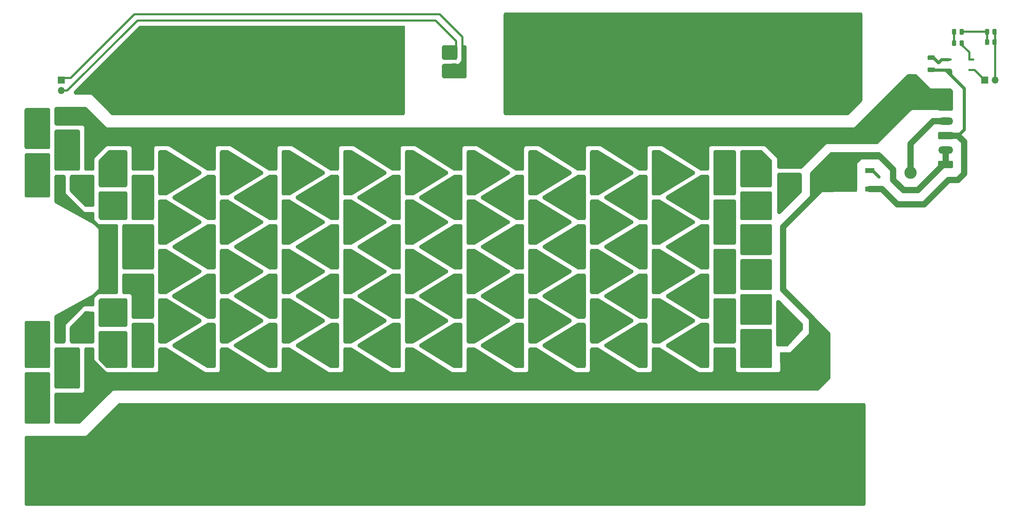
<source format=gbl>
%TF.GenerationSoftware,KiCad,Pcbnew,(5.1.9-0-10_14)*%
%TF.CreationDate,2022-12-08T20:25:56-05:00*%
%TF.ProjectId,5AhG3-12S,35416847-332d-4313-9253-2e6b69636164,rev?*%
%TF.SameCoordinates,Original*%
%TF.FileFunction,Copper,L2,Bot*%
%TF.FilePolarity,Positive*%
%FSLAX46Y46*%
G04 Gerber Fmt 4.6, Leading zero omitted, Abs format (unit mm)*
G04 Created by KiCad (PCBNEW (5.1.9-0-10_14)) date 2022-12-08 20:25:56*
%MOMM*%
%LPD*%
G01*
G04 APERTURE LIST*
%TA.AperFunction,ComponentPad*%
%ADD10C,3.000000*%
%TD*%
%TA.AperFunction,SMDPad,CuDef*%
%ADD11R,2.200000X1.200000*%
%TD*%
%TA.AperFunction,SMDPad,CuDef*%
%ADD12R,6.400000X5.800000*%
%TD*%
%TA.AperFunction,ComponentPad*%
%ADD13R,1.700000X1.700000*%
%TD*%
%TA.AperFunction,ComponentPad*%
%ADD14O,1.700000X1.700000*%
%TD*%
%TA.AperFunction,ComponentPad*%
%ADD15O,3.600000X1.800000*%
%TD*%
%TA.AperFunction,ViaPad*%
%ADD16C,0.800000*%
%TD*%
%TA.AperFunction,Conductor*%
%ADD17C,1.000000*%
%TD*%
%TA.AperFunction,Conductor*%
%ADD18C,2.000000*%
%TD*%
%TA.AperFunction,Conductor*%
%ADD19C,1.500000*%
%TD*%
%TA.AperFunction,Conductor*%
%ADD20C,0.750000*%
%TD*%
%TA.AperFunction,Conductor*%
%ADD21C,0.500000*%
%TD*%
%TA.AperFunction,Conductor*%
%ADD22C,0.254000*%
%TD*%
%TA.AperFunction,Conductor*%
%ADD23C,0.100000*%
%TD*%
%TA.AperFunction,NonConductor*%
%ADD24C,0.254000*%
%TD*%
%TA.AperFunction,NonConductor*%
%ADD25C,0.100000*%
%TD*%
G04 APERTURE END LIST*
%TO.P,R2,2*%
%TO.N,Net-(R2-Pad2)*%
%TA.AperFunction,SMDPad,CuDef*%
G36*
G01*
X90800000Y-115924999D02*
X90800000Y-118075001D01*
G75*
G02*
X90550001Y-118325000I-249999J0D01*
G01*
X89824999Y-118325000D01*
G75*
G02*
X89575000Y-118075001I0J249999D01*
G01*
X89575000Y-115924999D01*
G75*
G02*
X89824999Y-115675000I249999J0D01*
G01*
X90550001Y-115675000D01*
G75*
G02*
X90800000Y-115924999I0J-249999D01*
G01*
G37*
%TD.AperFunction*%
%TO.P,R2,1*%
%TO.N,Net-(R1-Pad2)*%
%TA.AperFunction,SMDPad,CuDef*%
G36*
G01*
X95425000Y-115924999D02*
X95425000Y-118075001D01*
G75*
G02*
X95175001Y-118325000I-249999J0D01*
G01*
X94449999Y-118325000D01*
G75*
G02*
X94200000Y-118075001I0J249999D01*
G01*
X94200000Y-115924999D01*
G75*
G02*
X94449999Y-115675000I249999J0D01*
G01*
X95175001Y-115675000D01*
G75*
G02*
X95425000Y-115924999I0J-249999D01*
G01*
G37*
%TD.AperFunction*%
%TD*%
%TO.P,R6,2*%
%TO.N,Net-(R6-Pad2)*%
%TA.AperFunction,SMDPad,CuDef*%
G36*
G01*
X93424999Y-145700000D02*
X95575001Y-145700000D01*
G75*
G02*
X95825000Y-145949999I0J-249999D01*
G01*
X95825000Y-146675001D01*
G75*
G02*
X95575001Y-146925000I-249999J0D01*
G01*
X93424999Y-146925000D01*
G75*
G02*
X93175000Y-146675001I0J249999D01*
G01*
X93175000Y-145949999D01*
G75*
G02*
X93424999Y-145700000I249999J0D01*
G01*
G37*
%TD.AperFunction*%
%TO.P,R6,1*%
%TO.N,Net-(R115-Pad2)*%
%TA.AperFunction,SMDPad,CuDef*%
G36*
G01*
X93424999Y-141075000D02*
X95575001Y-141075000D01*
G75*
G02*
X95825000Y-141324999I0J-249999D01*
G01*
X95825000Y-142050001D01*
G75*
G02*
X95575001Y-142300000I-249999J0D01*
G01*
X93424999Y-142300000D01*
G75*
G02*
X93175000Y-142050001I0J249999D01*
G01*
X93175000Y-141324999D01*
G75*
G02*
X93424999Y-141075000I249999J0D01*
G01*
G37*
%TD.AperFunction*%
%TD*%
%TO.P,R12,2*%
%TO.N,Net-(R12-Pad2)*%
%TA.AperFunction,SMDPad,CuDef*%
G36*
G01*
X108700000Y-125075001D02*
X108700000Y-122924999D01*
G75*
G02*
X108949999Y-122675000I249999J0D01*
G01*
X109675001Y-122675000D01*
G75*
G02*
X109925000Y-122924999I0J-249999D01*
G01*
X109925000Y-125075001D01*
G75*
G02*
X109675001Y-125325000I-249999J0D01*
G01*
X108949999Y-125325000D01*
G75*
G02*
X108700000Y-125075001I0J249999D01*
G01*
G37*
%TD.AperFunction*%
%TO.P,R12,1*%
%TO.N,Net-(R11-Pad2)*%
%TA.AperFunction,SMDPad,CuDef*%
G36*
G01*
X104075000Y-125075001D02*
X104075000Y-122924999D01*
G75*
G02*
X104324999Y-122675000I249999J0D01*
G01*
X105050001Y-122675000D01*
G75*
G02*
X105300000Y-122924999I0J-249999D01*
G01*
X105300000Y-125075001D01*
G75*
G02*
X105050001Y-125325000I-249999J0D01*
G01*
X104324999Y-125325000D01*
G75*
G02*
X104075000Y-125075001I0J249999D01*
G01*
G37*
%TD.AperFunction*%
%TD*%
%TO.P,R20,2*%
%TO.N,Net-(R20-Pad2)*%
%TA.AperFunction,SMDPad,CuDef*%
G36*
G01*
X120300000Y-116924999D02*
X120300000Y-119075001D01*
G75*
G02*
X120050001Y-119325000I-249999J0D01*
G01*
X119324999Y-119325000D01*
G75*
G02*
X119075000Y-119075001I0J249999D01*
G01*
X119075000Y-116924999D01*
G75*
G02*
X119324999Y-116675000I249999J0D01*
G01*
X120050001Y-116675000D01*
G75*
G02*
X120300000Y-116924999I0J-249999D01*
G01*
G37*
%TD.AperFunction*%
%TO.P,R20,1*%
%TO.N,Net-(R19-Pad2)*%
%TA.AperFunction,SMDPad,CuDef*%
G36*
G01*
X124925000Y-116924999D02*
X124925000Y-119075001D01*
G75*
G02*
X124675001Y-119325000I-249999J0D01*
G01*
X123949999Y-119325000D01*
G75*
G02*
X123700000Y-119075001I0J249999D01*
G01*
X123700000Y-116924999D01*
G75*
G02*
X123949999Y-116675000I249999J0D01*
G01*
X124675001Y-116675000D01*
G75*
G02*
X124925000Y-116924999I0J-249999D01*
G01*
G37*
%TD.AperFunction*%
%TD*%
%TO.P,R29,1*%
%TO.N,Net-(R28-Pad2)*%
%TA.AperFunction,SMDPad,CuDef*%
G36*
G01*
X139925000Y-116924999D02*
X139925000Y-119075001D01*
G75*
G02*
X139675001Y-119325000I-249999J0D01*
G01*
X138949999Y-119325000D01*
G75*
G02*
X138700000Y-119075001I0J249999D01*
G01*
X138700000Y-116924999D01*
G75*
G02*
X138949999Y-116675000I249999J0D01*
G01*
X139675001Y-116675000D01*
G75*
G02*
X139925000Y-116924999I0J-249999D01*
G01*
G37*
%TD.AperFunction*%
%TO.P,R29,2*%
%TO.N,Net-(R29-Pad2)*%
%TA.AperFunction,SMDPad,CuDef*%
G36*
G01*
X135300000Y-116924999D02*
X135300000Y-119075001D01*
G75*
G02*
X135050001Y-119325000I-249999J0D01*
G01*
X134324999Y-119325000D01*
G75*
G02*
X134075000Y-119075001I0J249999D01*
G01*
X134075000Y-116924999D01*
G75*
G02*
X134324999Y-116675000I249999J0D01*
G01*
X135050001Y-116675000D01*
G75*
G02*
X135300000Y-116924999I0J-249999D01*
G01*
G37*
%TD.AperFunction*%
%TD*%
%TO.P,R40,2*%
%TO.N,Net-(R40-Pad2)*%
%TA.AperFunction,SMDPad,CuDef*%
G36*
G01*
X150300000Y-128924999D02*
X150300000Y-131075001D01*
G75*
G02*
X150050001Y-131325000I-249999J0D01*
G01*
X149324999Y-131325000D01*
G75*
G02*
X149075000Y-131075001I0J249999D01*
G01*
X149075000Y-128924999D01*
G75*
G02*
X149324999Y-128675000I249999J0D01*
G01*
X150050001Y-128675000D01*
G75*
G02*
X150300000Y-128924999I0J-249999D01*
G01*
G37*
%TD.AperFunction*%
%TO.P,R40,1*%
%TO.N,Net-(R39-Pad2)*%
%TA.AperFunction,SMDPad,CuDef*%
G36*
G01*
X154925000Y-128924999D02*
X154925000Y-131075001D01*
G75*
G02*
X154675001Y-131325000I-249999J0D01*
G01*
X153949999Y-131325000D01*
G75*
G02*
X153700000Y-131075001I0J249999D01*
G01*
X153700000Y-128924999D01*
G75*
G02*
X153949999Y-128675000I249999J0D01*
G01*
X154675001Y-128675000D01*
G75*
G02*
X154925000Y-128924999I0J-249999D01*
G01*
G37*
%TD.AperFunction*%
%TD*%
%TO.P,R53,1*%
%TO.N,Net-(R52-Pad2)*%
%TA.AperFunction,SMDPad,CuDef*%
G36*
G01*
X169925000Y-152924999D02*
X169925000Y-155075001D01*
G75*
G02*
X169675001Y-155325000I-249999J0D01*
G01*
X168949999Y-155325000D01*
G75*
G02*
X168700000Y-155075001I0J249999D01*
G01*
X168700000Y-152924999D01*
G75*
G02*
X168949999Y-152675000I249999J0D01*
G01*
X169675001Y-152675000D01*
G75*
G02*
X169925000Y-152924999I0J-249999D01*
G01*
G37*
%TD.AperFunction*%
%TO.P,R53,2*%
%TO.N,Net-(R53-Pad2)*%
%TA.AperFunction,SMDPad,CuDef*%
G36*
G01*
X165300000Y-152924999D02*
X165300000Y-155075001D01*
G75*
G02*
X165050001Y-155325000I-249999J0D01*
G01*
X164324999Y-155325000D01*
G75*
G02*
X164075000Y-155075001I0J249999D01*
G01*
X164075000Y-152924999D01*
G75*
G02*
X164324999Y-152675000I249999J0D01*
G01*
X165050001Y-152675000D01*
G75*
G02*
X165300000Y-152924999I0J-249999D01*
G01*
G37*
%TD.AperFunction*%
%TD*%
%TO.P,R67,1*%
%TO.N,Net-(R66-Pad2)*%
%TA.AperFunction,SMDPad,CuDef*%
G36*
G01*
X199925000Y-128924999D02*
X199925000Y-131075001D01*
G75*
G02*
X199675001Y-131325000I-249999J0D01*
G01*
X198949999Y-131325000D01*
G75*
G02*
X198700000Y-131075001I0J249999D01*
G01*
X198700000Y-128924999D01*
G75*
G02*
X198949999Y-128675000I249999J0D01*
G01*
X199675001Y-128675000D01*
G75*
G02*
X199925000Y-128924999I0J-249999D01*
G01*
G37*
%TD.AperFunction*%
%TO.P,R67,2*%
%TO.N,Net-(R67-Pad2)*%
%TA.AperFunction,SMDPad,CuDef*%
G36*
G01*
X195300000Y-128924999D02*
X195300000Y-131075001D01*
G75*
G02*
X195050001Y-131325000I-249999J0D01*
G01*
X194324999Y-131325000D01*
G75*
G02*
X194075000Y-131075001I0J249999D01*
G01*
X194075000Y-128924999D01*
G75*
G02*
X194324999Y-128675000I249999J0D01*
G01*
X195050001Y-128675000D01*
G75*
G02*
X195300000Y-128924999I0J-249999D01*
G01*
G37*
%TD.AperFunction*%
%TD*%
%TO.P,R95,1*%
%TO.N,Net-(R94-Pad2)*%
%TA.AperFunction,SMDPad,CuDef*%
G36*
G01*
X239075000Y-137075001D02*
X239075000Y-134924999D01*
G75*
G02*
X239324999Y-134675000I249999J0D01*
G01*
X240050001Y-134675000D01*
G75*
G02*
X240300000Y-134924999I0J-249999D01*
G01*
X240300000Y-137075001D01*
G75*
G02*
X240050001Y-137325000I-249999J0D01*
G01*
X239324999Y-137325000D01*
G75*
G02*
X239075000Y-137075001I0J249999D01*
G01*
G37*
%TD.AperFunction*%
%TO.P,R95,2*%
%TO.N,Net-(R95-Pad2)*%
%TA.AperFunction,SMDPad,CuDef*%
G36*
G01*
X243700000Y-137075001D02*
X243700000Y-134924999D01*
G75*
G02*
X243949999Y-134675000I249999J0D01*
G01*
X244675001Y-134675000D01*
G75*
G02*
X244925000Y-134924999I0J-249999D01*
G01*
X244925000Y-137075001D01*
G75*
G02*
X244675001Y-137325000I-249999J0D01*
G01*
X243949999Y-137325000D01*
G75*
G02*
X243700000Y-137075001I0J249999D01*
G01*
G37*
%TD.AperFunction*%
%TD*%
%TO.P,R1,1*%
%TO.N,/HVDC_POS*%
%TA.AperFunction,SMDPad,CuDef*%
G36*
G01*
X89575000Y-113075001D02*
X89575000Y-110924999D01*
G75*
G02*
X89824999Y-110675000I249999J0D01*
G01*
X90550001Y-110675000D01*
G75*
G02*
X90800000Y-110924999I0J-249999D01*
G01*
X90800000Y-113075001D01*
G75*
G02*
X90550001Y-113325000I-249999J0D01*
G01*
X89824999Y-113325000D01*
G75*
G02*
X89575000Y-113075001I0J249999D01*
G01*
G37*
%TD.AperFunction*%
%TO.P,R1,2*%
%TO.N,Net-(R1-Pad2)*%
%TA.AperFunction,SMDPad,CuDef*%
G36*
G01*
X94200000Y-113075001D02*
X94200000Y-110924999D01*
G75*
G02*
X94449999Y-110675000I249999J0D01*
G01*
X95175001Y-110675000D01*
G75*
G02*
X95425000Y-110924999I0J-249999D01*
G01*
X95425000Y-113075001D01*
G75*
G02*
X95175001Y-113325000I-249999J0D01*
G01*
X94449999Y-113325000D01*
G75*
G02*
X94200000Y-113075001I0J249999D01*
G01*
G37*
%TD.AperFunction*%
%TD*%
%TO.P,R3,1*%
%TO.N,Net-(R2-Pad2)*%
%TA.AperFunction,SMDPad,CuDef*%
G36*
G01*
X89575000Y-123075001D02*
X89575000Y-120924999D01*
G75*
G02*
X89824999Y-120675000I249999J0D01*
G01*
X90550001Y-120675000D01*
G75*
G02*
X90800000Y-120924999I0J-249999D01*
G01*
X90800000Y-123075001D01*
G75*
G02*
X90550001Y-123325000I-249999J0D01*
G01*
X89824999Y-123325000D01*
G75*
G02*
X89575000Y-123075001I0J249999D01*
G01*
G37*
%TD.AperFunction*%
%TO.P,R3,2*%
%TO.N,Net-(R3-Pad2)*%
%TA.AperFunction,SMDPad,CuDef*%
G36*
G01*
X94200000Y-123075001D02*
X94200000Y-120924999D01*
G75*
G02*
X94449999Y-120675000I249999J0D01*
G01*
X95175001Y-120675000D01*
G75*
G02*
X95425000Y-120924999I0J-249999D01*
G01*
X95425000Y-123075001D01*
G75*
G02*
X95175001Y-123325000I-249999J0D01*
G01*
X94449999Y-123325000D01*
G75*
G02*
X94200000Y-123075001I0J249999D01*
G01*
G37*
%TD.AperFunction*%
%TD*%
%TO.P,R4,2*%
%TO.N,Net-(R115-Pad2)*%
%TA.AperFunction,SMDPad,CuDef*%
G36*
G01*
X93424999Y-129700000D02*
X95575001Y-129700000D01*
G75*
G02*
X95825000Y-129949999I0J-249999D01*
G01*
X95825000Y-130675001D01*
G75*
G02*
X95575001Y-130925000I-249999J0D01*
G01*
X93424999Y-130925000D01*
G75*
G02*
X93175000Y-130675001I0J249999D01*
G01*
X93175000Y-129949999D01*
G75*
G02*
X93424999Y-129700000I249999J0D01*
G01*
G37*
%TD.AperFunction*%
%TO.P,R4,1*%
%TO.N,Net-(R3-Pad2)*%
%TA.AperFunction,SMDPad,CuDef*%
G36*
G01*
X93424999Y-125075000D02*
X95575001Y-125075000D01*
G75*
G02*
X95825000Y-125324999I0J-249999D01*
G01*
X95825000Y-126050001D01*
G75*
G02*
X95575001Y-126300000I-249999J0D01*
G01*
X93424999Y-126300000D01*
G75*
G02*
X93175000Y-126050001I0J249999D01*
G01*
X93175000Y-125324999D01*
G75*
G02*
X93424999Y-125075000I249999J0D01*
G01*
G37*
%TD.AperFunction*%
%TD*%
%TO.P,R7,1*%
%TO.N,Net-(R6-Pad2)*%
%TA.AperFunction,SMDPad,CuDef*%
G36*
G01*
X95425000Y-148924999D02*
X95425000Y-151075001D01*
G75*
G02*
X95175001Y-151325000I-249999J0D01*
G01*
X94449999Y-151325000D01*
G75*
G02*
X94200000Y-151075001I0J249999D01*
G01*
X94200000Y-148924999D01*
G75*
G02*
X94449999Y-148675000I249999J0D01*
G01*
X95175001Y-148675000D01*
G75*
G02*
X95425000Y-148924999I0J-249999D01*
G01*
G37*
%TD.AperFunction*%
%TO.P,R7,2*%
%TO.N,Net-(R7-Pad2)*%
%TA.AperFunction,SMDPad,CuDef*%
G36*
G01*
X90800000Y-148924999D02*
X90800000Y-151075001D01*
G75*
G02*
X90550001Y-151325000I-249999J0D01*
G01*
X89824999Y-151325000D01*
G75*
G02*
X89575000Y-151075001I0J249999D01*
G01*
X89575000Y-148924999D01*
G75*
G02*
X89824999Y-148675000I249999J0D01*
G01*
X90550001Y-148675000D01*
G75*
G02*
X90800000Y-148924999I0J-249999D01*
G01*
G37*
%TD.AperFunction*%
%TD*%
%TO.P,R8,2*%
%TO.N,Net-(R8-Pad2)*%
%TA.AperFunction,SMDPad,CuDef*%
G36*
G01*
X94200000Y-156075001D02*
X94200000Y-153924999D01*
G75*
G02*
X94449999Y-153675000I249999J0D01*
G01*
X95175001Y-153675000D01*
G75*
G02*
X95425000Y-153924999I0J-249999D01*
G01*
X95425000Y-156075001D01*
G75*
G02*
X95175001Y-156325000I-249999J0D01*
G01*
X94449999Y-156325000D01*
G75*
G02*
X94200000Y-156075001I0J249999D01*
G01*
G37*
%TD.AperFunction*%
%TO.P,R8,1*%
%TO.N,Net-(R7-Pad2)*%
%TA.AperFunction,SMDPad,CuDef*%
G36*
G01*
X89575000Y-156075001D02*
X89575000Y-153924999D01*
G75*
G02*
X89824999Y-153675000I249999J0D01*
G01*
X90550001Y-153675000D01*
G75*
G02*
X90800000Y-153924999I0J-249999D01*
G01*
X90800000Y-156075001D01*
G75*
G02*
X90550001Y-156325000I-249999J0D01*
G01*
X89824999Y-156325000D01*
G75*
G02*
X89575000Y-156075001I0J249999D01*
G01*
G37*
%TD.AperFunction*%
%TD*%
%TO.P,R9,1*%
%TO.N,Net-(R8-Pad2)*%
%TA.AperFunction,SMDPad,CuDef*%
G36*
G01*
X95425000Y-158924999D02*
X95425000Y-161075001D01*
G75*
G02*
X95175001Y-161325000I-249999J0D01*
G01*
X94449999Y-161325000D01*
G75*
G02*
X94200000Y-161075001I0J249999D01*
G01*
X94200000Y-158924999D01*
G75*
G02*
X94449999Y-158675000I249999J0D01*
G01*
X95175001Y-158675000D01*
G75*
G02*
X95425000Y-158924999I0J-249999D01*
G01*
G37*
%TD.AperFunction*%
%TO.P,R9,2*%
%TO.N,/HVDC_NEG_SWITCHED*%
%TA.AperFunction,SMDPad,CuDef*%
G36*
G01*
X90800000Y-158924999D02*
X90800000Y-161075001D01*
G75*
G02*
X90550001Y-161325000I-249999J0D01*
G01*
X89824999Y-161325000D01*
G75*
G02*
X89575000Y-161075001I0J249999D01*
G01*
X89575000Y-158924999D01*
G75*
G02*
X89824999Y-158675000I249999J0D01*
G01*
X90550001Y-158675000D01*
G75*
G02*
X90800000Y-158924999I0J-249999D01*
G01*
G37*
%TD.AperFunction*%
%TD*%
%TO.P,R10,2*%
%TO.N,Net-(R10-Pad2)*%
%TA.AperFunction,SMDPad,CuDef*%
G36*
G01*
X108700000Y-113075001D02*
X108700000Y-110924999D01*
G75*
G02*
X108949999Y-110675000I249999J0D01*
G01*
X109675001Y-110675000D01*
G75*
G02*
X109925000Y-110924999I0J-249999D01*
G01*
X109925000Y-113075001D01*
G75*
G02*
X109675001Y-113325000I-249999J0D01*
G01*
X108949999Y-113325000D01*
G75*
G02*
X108700000Y-113075001I0J249999D01*
G01*
G37*
%TD.AperFunction*%
%TO.P,R10,1*%
%TO.N,/HVDC_POS*%
%TA.AperFunction,SMDPad,CuDef*%
G36*
G01*
X104075000Y-113075001D02*
X104075000Y-110924999D01*
G75*
G02*
X104324999Y-110675000I249999J0D01*
G01*
X105050001Y-110675000D01*
G75*
G02*
X105300000Y-110924999I0J-249999D01*
G01*
X105300000Y-113075001D01*
G75*
G02*
X105050001Y-113325000I-249999J0D01*
G01*
X104324999Y-113325000D01*
G75*
G02*
X104075000Y-113075001I0J249999D01*
G01*
G37*
%TD.AperFunction*%
%TD*%
%TO.P,R11,1*%
%TO.N,Net-(R10-Pad2)*%
%TA.AperFunction,SMDPad,CuDef*%
G36*
G01*
X109925000Y-116924999D02*
X109925000Y-119075001D01*
G75*
G02*
X109675001Y-119325000I-249999J0D01*
G01*
X108949999Y-119325000D01*
G75*
G02*
X108700000Y-119075001I0J249999D01*
G01*
X108700000Y-116924999D01*
G75*
G02*
X108949999Y-116675000I249999J0D01*
G01*
X109675001Y-116675000D01*
G75*
G02*
X109925000Y-116924999I0J-249999D01*
G01*
G37*
%TD.AperFunction*%
%TO.P,R11,2*%
%TO.N,Net-(R11-Pad2)*%
%TA.AperFunction,SMDPad,CuDef*%
G36*
G01*
X105300000Y-116924999D02*
X105300000Y-119075001D01*
G75*
G02*
X105050001Y-119325000I-249999J0D01*
G01*
X104324999Y-119325000D01*
G75*
G02*
X104075000Y-119075001I0J249999D01*
G01*
X104075000Y-116924999D01*
G75*
G02*
X104324999Y-116675000I249999J0D01*
G01*
X105050001Y-116675000D01*
G75*
G02*
X105300000Y-116924999I0J-249999D01*
G01*
G37*
%TD.AperFunction*%
%TD*%
%TO.P,R13,1*%
%TO.N,Net-(R12-Pad2)*%
%TA.AperFunction,SMDPad,CuDef*%
G36*
G01*
X109925000Y-128924999D02*
X109925000Y-131075001D01*
G75*
G02*
X109675001Y-131325000I-249999J0D01*
G01*
X108949999Y-131325000D01*
G75*
G02*
X108700000Y-131075001I0J249999D01*
G01*
X108700000Y-128924999D01*
G75*
G02*
X108949999Y-128675000I249999J0D01*
G01*
X109675001Y-128675000D01*
G75*
G02*
X109925000Y-128924999I0J-249999D01*
G01*
G37*
%TD.AperFunction*%
%TO.P,R13,2*%
%TO.N,Net-(R13-Pad2)*%
%TA.AperFunction,SMDPad,CuDef*%
G36*
G01*
X105300000Y-128924999D02*
X105300000Y-131075001D01*
G75*
G02*
X105050001Y-131325000I-249999J0D01*
G01*
X104324999Y-131325000D01*
G75*
G02*
X104075000Y-131075001I0J249999D01*
G01*
X104075000Y-128924999D01*
G75*
G02*
X104324999Y-128675000I249999J0D01*
G01*
X105050001Y-128675000D01*
G75*
G02*
X105300000Y-128924999I0J-249999D01*
G01*
G37*
%TD.AperFunction*%
%TD*%
%TO.P,R14,2*%
%TO.N,Net-(R14-Pad2)*%
%TA.AperFunction,SMDPad,CuDef*%
G36*
G01*
X108700000Y-137075001D02*
X108700000Y-134924999D01*
G75*
G02*
X108949999Y-134675000I249999J0D01*
G01*
X109675001Y-134675000D01*
G75*
G02*
X109925000Y-134924999I0J-249999D01*
G01*
X109925000Y-137075001D01*
G75*
G02*
X109675001Y-137325000I-249999J0D01*
G01*
X108949999Y-137325000D01*
G75*
G02*
X108700000Y-137075001I0J249999D01*
G01*
G37*
%TD.AperFunction*%
%TO.P,R14,1*%
%TO.N,Net-(R13-Pad2)*%
%TA.AperFunction,SMDPad,CuDef*%
G36*
G01*
X104075000Y-137075001D02*
X104075000Y-134924999D01*
G75*
G02*
X104324999Y-134675000I249999J0D01*
G01*
X105050001Y-134675000D01*
G75*
G02*
X105300000Y-134924999I0J-249999D01*
G01*
X105300000Y-137075001D01*
G75*
G02*
X105050001Y-137325000I-249999J0D01*
G01*
X104324999Y-137325000D01*
G75*
G02*
X104075000Y-137075001I0J249999D01*
G01*
G37*
%TD.AperFunction*%
%TD*%
%TO.P,R15,1*%
%TO.N,Net-(R14-Pad2)*%
%TA.AperFunction,SMDPad,CuDef*%
G36*
G01*
X109925000Y-140924999D02*
X109925000Y-143075001D01*
G75*
G02*
X109675001Y-143325000I-249999J0D01*
G01*
X108949999Y-143325000D01*
G75*
G02*
X108700000Y-143075001I0J249999D01*
G01*
X108700000Y-140924999D01*
G75*
G02*
X108949999Y-140675000I249999J0D01*
G01*
X109675001Y-140675000D01*
G75*
G02*
X109925000Y-140924999I0J-249999D01*
G01*
G37*
%TD.AperFunction*%
%TO.P,R15,2*%
%TO.N,Net-(R15-Pad2)*%
%TA.AperFunction,SMDPad,CuDef*%
G36*
G01*
X105300000Y-140924999D02*
X105300000Y-143075001D01*
G75*
G02*
X105050001Y-143325000I-249999J0D01*
G01*
X104324999Y-143325000D01*
G75*
G02*
X104075000Y-143075001I0J249999D01*
G01*
X104075000Y-140924999D01*
G75*
G02*
X104324999Y-140675000I249999J0D01*
G01*
X105050001Y-140675000D01*
G75*
G02*
X105300000Y-140924999I0J-249999D01*
G01*
G37*
%TD.AperFunction*%
%TD*%
%TO.P,R16,2*%
%TO.N,Net-(R16-Pad2)*%
%TA.AperFunction,SMDPad,CuDef*%
G36*
G01*
X108700000Y-149075001D02*
X108700000Y-146924999D01*
G75*
G02*
X108949999Y-146675000I249999J0D01*
G01*
X109675001Y-146675000D01*
G75*
G02*
X109925000Y-146924999I0J-249999D01*
G01*
X109925000Y-149075001D01*
G75*
G02*
X109675001Y-149325000I-249999J0D01*
G01*
X108949999Y-149325000D01*
G75*
G02*
X108700000Y-149075001I0J249999D01*
G01*
G37*
%TD.AperFunction*%
%TO.P,R16,1*%
%TO.N,Net-(R15-Pad2)*%
%TA.AperFunction,SMDPad,CuDef*%
G36*
G01*
X104075000Y-149075001D02*
X104075000Y-146924999D01*
G75*
G02*
X104324999Y-146675000I249999J0D01*
G01*
X105050001Y-146675000D01*
G75*
G02*
X105300000Y-146924999I0J-249999D01*
G01*
X105300000Y-149075001D01*
G75*
G02*
X105050001Y-149325000I-249999J0D01*
G01*
X104324999Y-149325000D01*
G75*
G02*
X104075000Y-149075001I0J249999D01*
G01*
G37*
%TD.AperFunction*%
%TD*%
%TO.P,R17,1*%
%TO.N,Net-(R16-Pad2)*%
%TA.AperFunction,SMDPad,CuDef*%
G36*
G01*
X109925000Y-152924999D02*
X109925000Y-155075001D01*
G75*
G02*
X109675001Y-155325000I-249999J0D01*
G01*
X108949999Y-155325000D01*
G75*
G02*
X108700000Y-155075001I0J249999D01*
G01*
X108700000Y-152924999D01*
G75*
G02*
X108949999Y-152675000I249999J0D01*
G01*
X109675001Y-152675000D01*
G75*
G02*
X109925000Y-152924999I0J-249999D01*
G01*
G37*
%TD.AperFunction*%
%TO.P,R17,2*%
%TO.N,Net-(R17-Pad2)*%
%TA.AperFunction,SMDPad,CuDef*%
G36*
G01*
X105300000Y-152924999D02*
X105300000Y-155075001D01*
G75*
G02*
X105050001Y-155325000I-249999J0D01*
G01*
X104324999Y-155325000D01*
G75*
G02*
X104075000Y-155075001I0J249999D01*
G01*
X104075000Y-152924999D01*
G75*
G02*
X104324999Y-152675000I249999J0D01*
G01*
X105050001Y-152675000D01*
G75*
G02*
X105300000Y-152924999I0J-249999D01*
G01*
G37*
%TD.AperFunction*%
%TD*%
%TO.P,R18,2*%
%TO.N,/HVDC_NEG_SWITCHED*%
%TA.AperFunction,SMDPad,CuDef*%
G36*
G01*
X108700000Y-161075001D02*
X108700000Y-158924999D01*
G75*
G02*
X108949999Y-158675000I249999J0D01*
G01*
X109675001Y-158675000D01*
G75*
G02*
X109925000Y-158924999I0J-249999D01*
G01*
X109925000Y-161075001D01*
G75*
G02*
X109675001Y-161325000I-249999J0D01*
G01*
X108949999Y-161325000D01*
G75*
G02*
X108700000Y-161075001I0J249999D01*
G01*
G37*
%TD.AperFunction*%
%TO.P,R18,1*%
%TO.N,Net-(R17-Pad2)*%
%TA.AperFunction,SMDPad,CuDef*%
G36*
G01*
X104075000Y-161075001D02*
X104075000Y-158924999D01*
G75*
G02*
X104324999Y-158675000I249999J0D01*
G01*
X105050001Y-158675000D01*
G75*
G02*
X105300000Y-158924999I0J-249999D01*
G01*
X105300000Y-161075001D01*
G75*
G02*
X105050001Y-161325000I-249999J0D01*
G01*
X104324999Y-161325000D01*
G75*
G02*
X104075000Y-161075001I0J249999D01*
G01*
G37*
%TD.AperFunction*%
%TD*%
%TO.P,R19,1*%
%TO.N,/HVDC_POS*%
%TA.AperFunction,SMDPad,CuDef*%
G36*
G01*
X119075000Y-113075001D02*
X119075000Y-110924999D01*
G75*
G02*
X119324999Y-110675000I249999J0D01*
G01*
X120050001Y-110675000D01*
G75*
G02*
X120300000Y-110924999I0J-249999D01*
G01*
X120300000Y-113075001D01*
G75*
G02*
X120050001Y-113325000I-249999J0D01*
G01*
X119324999Y-113325000D01*
G75*
G02*
X119075000Y-113075001I0J249999D01*
G01*
G37*
%TD.AperFunction*%
%TO.P,R19,2*%
%TO.N,Net-(R19-Pad2)*%
%TA.AperFunction,SMDPad,CuDef*%
G36*
G01*
X123700000Y-113075001D02*
X123700000Y-110924999D01*
G75*
G02*
X123949999Y-110675000I249999J0D01*
G01*
X124675001Y-110675000D01*
G75*
G02*
X124925000Y-110924999I0J-249999D01*
G01*
X124925000Y-113075001D01*
G75*
G02*
X124675001Y-113325000I-249999J0D01*
G01*
X123949999Y-113325000D01*
G75*
G02*
X123700000Y-113075001I0J249999D01*
G01*
G37*
%TD.AperFunction*%
%TD*%
%TO.P,R21,1*%
%TO.N,Net-(R20-Pad2)*%
%TA.AperFunction,SMDPad,CuDef*%
G36*
G01*
X119075000Y-125075001D02*
X119075000Y-122924999D01*
G75*
G02*
X119324999Y-122675000I249999J0D01*
G01*
X120050001Y-122675000D01*
G75*
G02*
X120300000Y-122924999I0J-249999D01*
G01*
X120300000Y-125075001D01*
G75*
G02*
X120050001Y-125325000I-249999J0D01*
G01*
X119324999Y-125325000D01*
G75*
G02*
X119075000Y-125075001I0J249999D01*
G01*
G37*
%TD.AperFunction*%
%TO.P,R21,2*%
%TO.N,Net-(R21-Pad2)*%
%TA.AperFunction,SMDPad,CuDef*%
G36*
G01*
X123700000Y-125075001D02*
X123700000Y-122924999D01*
G75*
G02*
X123949999Y-122675000I249999J0D01*
G01*
X124675001Y-122675000D01*
G75*
G02*
X124925000Y-122924999I0J-249999D01*
G01*
X124925000Y-125075001D01*
G75*
G02*
X124675001Y-125325000I-249999J0D01*
G01*
X123949999Y-125325000D01*
G75*
G02*
X123700000Y-125075001I0J249999D01*
G01*
G37*
%TD.AperFunction*%
%TD*%
%TO.P,R22,2*%
%TO.N,Net-(R22-Pad2)*%
%TA.AperFunction,SMDPad,CuDef*%
G36*
G01*
X120300000Y-128924999D02*
X120300000Y-131075001D01*
G75*
G02*
X120050001Y-131325000I-249999J0D01*
G01*
X119324999Y-131325000D01*
G75*
G02*
X119075000Y-131075001I0J249999D01*
G01*
X119075000Y-128924999D01*
G75*
G02*
X119324999Y-128675000I249999J0D01*
G01*
X120050001Y-128675000D01*
G75*
G02*
X120300000Y-128924999I0J-249999D01*
G01*
G37*
%TD.AperFunction*%
%TO.P,R22,1*%
%TO.N,Net-(R21-Pad2)*%
%TA.AperFunction,SMDPad,CuDef*%
G36*
G01*
X124925000Y-128924999D02*
X124925000Y-131075001D01*
G75*
G02*
X124675001Y-131325000I-249999J0D01*
G01*
X123949999Y-131325000D01*
G75*
G02*
X123700000Y-131075001I0J249999D01*
G01*
X123700000Y-128924999D01*
G75*
G02*
X123949999Y-128675000I249999J0D01*
G01*
X124675001Y-128675000D01*
G75*
G02*
X124925000Y-128924999I0J-249999D01*
G01*
G37*
%TD.AperFunction*%
%TD*%
%TO.P,R23,1*%
%TO.N,Net-(R22-Pad2)*%
%TA.AperFunction,SMDPad,CuDef*%
G36*
G01*
X119075000Y-137075001D02*
X119075000Y-134924999D01*
G75*
G02*
X119324999Y-134675000I249999J0D01*
G01*
X120050001Y-134675000D01*
G75*
G02*
X120300000Y-134924999I0J-249999D01*
G01*
X120300000Y-137075001D01*
G75*
G02*
X120050001Y-137325000I-249999J0D01*
G01*
X119324999Y-137325000D01*
G75*
G02*
X119075000Y-137075001I0J249999D01*
G01*
G37*
%TD.AperFunction*%
%TO.P,R23,2*%
%TO.N,Net-(R23-Pad2)*%
%TA.AperFunction,SMDPad,CuDef*%
G36*
G01*
X123700000Y-137075001D02*
X123700000Y-134924999D01*
G75*
G02*
X123949999Y-134675000I249999J0D01*
G01*
X124675001Y-134675000D01*
G75*
G02*
X124925000Y-134924999I0J-249999D01*
G01*
X124925000Y-137075001D01*
G75*
G02*
X124675001Y-137325000I-249999J0D01*
G01*
X123949999Y-137325000D01*
G75*
G02*
X123700000Y-137075001I0J249999D01*
G01*
G37*
%TD.AperFunction*%
%TD*%
%TO.P,R24,2*%
%TO.N,Net-(R24-Pad2)*%
%TA.AperFunction,SMDPad,CuDef*%
G36*
G01*
X120300000Y-140924999D02*
X120300000Y-143075001D01*
G75*
G02*
X120050001Y-143325000I-249999J0D01*
G01*
X119324999Y-143325000D01*
G75*
G02*
X119075000Y-143075001I0J249999D01*
G01*
X119075000Y-140924999D01*
G75*
G02*
X119324999Y-140675000I249999J0D01*
G01*
X120050001Y-140675000D01*
G75*
G02*
X120300000Y-140924999I0J-249999D01*
G01*
G37*
%TD.AperFunction*%
%TO.P,R24,1*%
%TO.N,Net-(R23-Pad2)*%
%TA.AperFunction,SMDPad,CuDef*%
G36*
G01*
X124925000Y-140924999D02*
X124925000Y-143075001D01*
G75*
G02*
X124675001Y-143325000I-249999J0D01*
G01*
X123949999Y-143325000D01*
G75*
G02*
X123700000Y-143075001I0J249999D01*
G01*
X123700000Y-140924999D01*
G75*
G02*
X123949999Y-140675000I249999J0D01*
G01*
X124675001Y-140675000D01*
G75*
G02*
X124925000Y-140924999I0J-249999D01*
G01*
G37*
%TD.AperFunction*%
%TD*%
%TO.P,R25,1*%
%TO.N,Net-(R24-Pad2)*%
%TA.AperFunction,SMDPad,CuDef*%
G36*
G01*
X119075000Y-149075001D02*
X119075000Y-146924999D01*
G75*
G02*
X119324999Y-146675000I249999J0D01*
G01*
X120050001Y-146675000D01*
G75*
G02*
X120300000Y-146924999I0J-249999D01*
G01*
X120300000Y-149075001D01*
G75*
G02*
X120050001Y-149325000I-249999J0D01*
G01*
X119324999Y-149325000D01*
G75*
G02*
X119075000Y-149075001I0J249999D01*
G01*
G37*
%TD.AperFunction*%
%TO.P,R25,2*%
%TO.N,Net-(R25-Pad2)*%
%TA.AperFunction,SMDPad,CuDef*%
G36*
G01*
X123700000Y-149075001D02*
X123700000Y-146924999D01*
G75*
G02*
X123949999Y-146675000I249999J0D01*
G01*
X124675001Y-146675000D01*
G75*
G02*
X124925000Y-146924999I0J-249999D01*
G01*
X124925000Y-149075001D01*
G75*
G02*
X124675001Y-149325000I-249999J0D01*
G01*
X123949999Y-149325000D01*
G75*
G02*
X123700000Y-149075001I0J249999D01*
G01*
G37*
%TD.AperFunction*%
%TD*%
%TO.P,R26,2*%
%TO.N,Net-(R26-Pad2)*%
%TA.AperFunction,SMDPad,CuDef*%
G36*
G01*
X120300000Y-152924999D02*
X120300000Y-155075001D01*
G75*
G02*
X120050001Y-155325000I-249999J0D01*
G01*
X119324999Y-155325000D01*
G75*
G02*
X119075000Y-155075001I0J249999D01*
G01*
X119075000Y-152924999D01*
G75*
G02*
X119324999Y-152675000I249999J0D01*
G01*
X120050001Y-152675000D01*
G75*
G02*
X120300000Y-152924999I0J-249999D01*
G01*
G37*
%TD.AperFunction*%
%TO.P,R26,1*%
%TO.N,Net-(R25-Pad2)*%
%TA.AperFunction,SMDPad,CuDef*%
G36*
G01*
X124925000Y-152924999D02*
X124925000Y-155075001D01*
G75*
G02*
X124675001Y-155325000I-249999J0D01*
G01*
X123949999Y-155325000D01*
G75*
G02*
X123700000Y-155075001I0J249999D01*
G01*
X123700000Y-152924999D01*
G75*
G02*
X123949999Y-152675000I249999J0D01*
G01*
X124675001Y-152675000D01*
G75*
G02*
X124925000Y-152924999I0J-249999D01*
G01*
G37*
%TD.AperFunction*%
%TD*%
%TO.P,R27,1*%
%TO.N,Net-(R26-Pad2)*%
%TA.AperFunction,SMDPad,CuDef*%
G36*
G01*
X119075000Y-161075001D02*
X119075000Y-158924999D01*
G75*
G02*
X119324999Y-158675000I249999J0D01*
G01*
X120050001Y-158675000D01*
G75*
G02*
X120300000Y-158924999I0J-249999D01*
G01*
X120300000Y-161075001D01*
G75*
G02*
X120050001Y-161325000I-249999J0D01*
G01*
X119324999Y-161325000D01*
G75*
G02*
X119075000Y-161075001I0J249999D01*
G01*
G37*
%TD.AperFunction*%
%TO.P,R27,2*%
%TO.N,/HVDC_NEG_SWITCHED*%
%TA.AperFunction,SMDPad,CuDef*%
G36*
G01*
X123700000Y-161075001D02*
X123700000Y-158924999D01*
G75*
G02*
X123949999Y-158675000I249999J0D01*
G01*
X124675001Y-158675000D01*
G75*
G02*
X124925000Y-158924999I0J-249999D01*
G01*
X124925000Y-161075001D01*
G75*
G02*
X124675001Y-161325000I-249999J0D01*
G01*
X123949999Y-161325000D01*
G75*
G02*
X123700000Y-161075001I0J249999D01*
G01*
G37*
%TD.AperFunction*%
%TD*%
%TO.P,R28,2*%
%TO.N,Net-(R28-Pad2)*%
%TA.AperFunction,SMDPad,CuDef*%
G36*
G01*
X138700000Y-113075001D02*
X138700000Y-110924999D01*
G75*
G02*
X138949999Y-110675000I249999J0D01*
G01*
X139675001Y-110675000D01*
G75*
G02*
X139925000Y-110924999I0J-249999D01*
G01*
X139925000Y-113075001D01*
G75*
G02*
X139675001Y-113325000I-249999J0D01*
G01*
X138949999Y-113325000D01*
G75*
G02*
X138700000Y-113075001I0J249999D01*
G01*
G37*
%TD.AperFunction*%
%TO.P,R28,1*%
%TO.N,/HVDC_POS*%
%TA.AperFunction,SMDPad,CuDef*%
G36*
G01*
X134075000Y-113075001D02*
X134075000Y-110924999D01*
G75*
G02*
X134324999Y-110675000I249999J0D01*
G01*
X135050001Y-110675000D01*
G75*
G02*
X135300000Y-110924999I0J-249999D01*
G01*
X135300000Y-113075001D01*
G75*
G02*
X135050001Y-113325000I-249999J0D01*
G01*
X134324999Y-113325000D01*
G75*
G02*
X134075000Y-113075001I0J249999D01*
G01*
G37*
%TD.AperFunction*%
%TD*%
%TO.P,R30,2*%
%TO.N,Net-(R30-Pad2)*%
%TA.AperFunction,SMDPad,CuDef*%
G36*
G01*
X138700000Y-125075001D02*
X138700000Y-122924999D01*
G75*
G02*
X138949999Y-122675000I249999J0D01*
G01*
X139675001Y-122675000D01*
G75*
G02*
X139925000Y-122924999I0J-249999D01*
G01*
X139925000Y-125075001D01*
G75*
G02*
X139675001Y-125325000I-249999J0D01*
G01*
X138949999Y-125325000D01*
G75*
G02*
X138700000Y-125075001I0J249999D01*
G01*
G37*
%TD.AperFunction*%
%TO.P,R30,1*%
%TO.N,Net-(R29-Pad2)*%
%TA.AperFunction,SMDPad,CuDef*%
G36*
G01*
X134075000Y-125075001D02*
X134075000Y-122924999D01*
G75*
G02*
X134324999Y-122675000I249999J0D01*
G01*
X135050001Y-122675000D01*
G75*
G02*
X135300000Y-122924999I0J-249999D01*
G01*
X135300000Y-125075001D01*
G75*
G02*
X135050001Y-125325000I-249999J0D01*
G01*
X134324999Y-125325000D01*
G75*
G02*
X134075000Y-125075001I0J249999D01*
G01*
G37*
%TD.AperFunction*%
%TD*%
%TO.P,R31,1*%
%TO.N,Net-(R30-Pad2)*%
%TA.AperFunction,SMDPad,CuDef*%
G36*
G01*
X139925000Y-128924999D02*
X139925000Y-131075001D01*
G75*
G02*
X139675001Y-131325000I-249999J0D01*
G01*
X138949999Y-131325000D01*
G75*
G02*
X138700000Y-131075001I0J249999D01*
G01*
X138700000Y-128924999D01*
G75*
G02*
X138949999Y-128675000I249999J0D01*
G01*
X139675001Y-128675000D01*
G75*
G02*
X139925000Y-128924999I0J-249999D01*
G01*
G37*
%TD.AperFunction*%
%TO.P,R31,2*%
%TO.N,Net-(R31-Pad2)*%
%TA.AperFunction,SMDPad,CuDef*%
G36*
G01*
X135300000Y-128924999D02*
X135300000Y-131075001D01*
G75*
G02*
X135050001Y-131325000I-249999J0D01*
G01*
X134324999Y-131325000D01*
G75*
G02*
X134075000Y-131075001I0J249999D01*
G01*
X134075000Y-128924999D01*
G75*
G02*
X134324999Y-128675000I249999J0D01*
G01*
X135050001Y-128675000D01*
G75*
G02*
X135300000Y-128924999I0J-249999D01*
G01*
G37*
%TD.AperFunction*%
%TD*%
%TO.P,R32,2*%
%TO.N,Net-(R32-Pad2)*%
%TA.AperFunction,SMDPad,CuDef*%
G36*
G01*
X138700000Y-137075001D02*
X138700000Y-134924999D01*
G75*
G02*
X138949999Y-134675000I249999J0D01*
G01*
X139675001Y-134675000D01*
G75*
G02*
X139925000Y-134924999I0J-249999D01*
G01*
X139925000Y-137075001D01*
G75*
G02*
X139675001Y-137325000I-249999J0D01*
G01*
X138949999Y-137325000D01*
G75*
G02*
X138700000Y-137075001I0J249999D01*
G01*
G37*
%TD.AperFunction*%
%TO.P,R32,1*%
%TO.N,Net-(R31-Pad2)*%
%TA.AperFunction,SMDPad,CuDef*%
G36*
G01*
X134075000Y-137075001D02*
X134075000Y-134924999D01*
G75*
G02*
X134324999Y-134675000I249999J0D01*
G01*
X135050001Y-134675000D01*
G75*
G02*
X135300000Y-134924999I0J-249999D01*
G01*
X135300000Y-137075001D01*
G75*
G02*
X135050001Y-137325000I-249999J0D01*
G01*
X134324999Y-137325000D01*
G75*
G02*
X134075000Y-137075001I0J249999D01*
G01*
G37*
%TD.AperFunction*%
%TD*%
%TO.P,R33,1*%
%TO.N,Net-(R32-Pad2)*%
%TA.AperFunction,SMDPad,CuDef*%
G36*
G01*
X139925000Y-140924999D02*
X139925000Y-143075001D01*
G75*
G02*
X139675001Y-143325000I-249999J0D01*
G01*
X138949999Y-143325000D01*
G75*
G02*
X138700000Y-143075001I0J249999D01*
G01*
X138700000Y-140924999D01*
G75*
G02*
X138949999Y-140675000I249999J0D01*
G01*
X139675001Y-140675000D01*
G75*
G02*
X139925000Y-140924999I0J-249999D01*
G01*
G37*
%TD.AperFunction*%
%TO.P,R33,2*%
%TO.N,Net-(R33-Pad2)*%
%TA.AperFunction,SMDPad,CuDef*%
G36*
G01*
X135300000Y-140924999D02*
X135300000Y-143075001D01*
G75*
G02*
X135050001Y-143325000I-249999J0D01*
G01*
X134324999Y-143325000D01*
G75*
G02*
X134075000Y-143075001I0J249999D01*
G01*
X134075000Y-140924999D01*
G75*
G02*
X134324999Y-140675000I249999J0D01*
G01*
X135050001Y-140675000D01*
G75*
G02*
X135300000Y-140924999I0J-249999D01*
G01*
G37*
%TD.AperFunction*%
%TD*%
%TO.P,R34,2*%
%TO.N,Net-(R34-Pad2)*%
%TA.AperFunction,SMDPad,CuDef*%
G36*
G01*
X138700000Y-149075001D02*
X138700000Y-146924999D01*
G75*
G02*
X138949999Y-146675000I249999J0D01*
G01*
X139675001Y-146675000D01*
G75*
G02*
X139925000Y-146924999I0J-249999D01*
G01*
X139925000Y-149075001D01*
G75*
G02*
X139675001Y-149325000I-249999J0D01*
G01*
X138949999Y-149325000D01*
G75*
G02*
X138700000Y-149075001I0J249999D01*
G01*
G37*
%TD.AperFunction*%
%TO.P,R34,1*%
%TO.N,Net-(R33-Pad2)*%
%TA.AperFunction,SMDPad,CuDef*%
G36*
G01*
X134075000Y-149075001D02*
X134075000Y-146924999D01*
G75*
G02*
X134324999Y-146675000I249999J0D01*
G01*
X135050001Y-146675000D01*
G75*
G02*
X135300000Y-146924999I0J-249999D01*
G01*
X135300000Y-149075001D01*
G75*
G02*
X135050001Y-149325000I-249999J0D01*
G01*
X134324999Y-149325000D01*
G75*
G02*
X134075000Y-149075001I0J249999D01*
G01*
G37*
%TD.AperFunction*%
%TD*%
%TO.P,R35,1*%
%TO.N,Net-(R34-Pad2)*%
%TA.AperFunction,SMDPad,CuDef*%
G36*
G01*
X139925000Y-152924999D02*
X139925000Y-155075001D01*
G75*
G02*
X139675001Y-155325000I-249999J0D01*
G01*
X138949999Y-155325000D01*
G75*
G02*
X138700000Y-155075001I0J249999D01*
G01*
X138700000Y-152924999D01*
G75*
G02*
X138949999Y-152675000I249999J0D01*
G01*
X139675001Y-152675000D01*
G75*
G02*
X139925000Y-152924999I0J-249999D01*
G01*
G37*
%TD.AperFunction*%
%TO.P,R35,2*%
%TO.N,Net-(R35-Pad2)*%
%TA.AperFunction,SMDPad,CuDef*%
G36*
G01*
X135300000Y-152924999D02*
X135300000Y-155075001D01*
G75*
G02*
X135050001Y-155325000I-249999J0D01*
G01*
X134324999Y-155325000D01*
G75*
G02*
X134075000Y-155075001I0J249999D01*
G01*
X134075000Y-152924999D01*
G75*
G02*
X134324999Y-152675000I249999J0D01*
G01*
X135050001Y-152675000D01*
G75*
G02*
X135300000Y-152924999I0J-249999D01*
G01*
G37*
%TD.AperFunction*%
%TD*%
%TO.P,R36,2*%
%TO.N,/HVDC_NEG_SWITCHED*%
%TA.AperFunction,SMDPad,CuDef*%
G36*
G01*
X138700000Y-161075001D02*
X138700000Y-158924999D01*
G75*
G02*
X138949999Y-158675000I249999J0D01*
G01*
X139675001Y-158675000D01*
G75*
G02*
X139925000Y-158924999I0J-249999D01*
G01*
X139925000Y-161075001D01*
G75*
G02*
X139675001Y-161325000I-249999J0D01*
G01*
X138949999Y-161325000D01*
G75*
G02*
X138700000Y-161075001I0J249999D01*
G01*
G37*
%TD.AperFunction*%
%TO.P,R36,1*%
%TO.N,Net-(R35-Pad2)*%
%TA.AperFunction,SMDPad,CuDef*%
G36*
G01*
X134075000Y-161075001D02*
X134075000Y-158924999D01*
G75*
G02*
X134324999Y-158675000I249999J0D01*
G01*
X135050001Y-158675000D01*
G75*
G02*
X135300000Y-158924999I0J-249999D01*
G01*
X135300000Y-161075001D01*
G75*
G02*
X135050001Y-161325000I-249999J0D01*
G01*
X134324999Y-161325000D01*
G75*
G02*
X134075000Y-161075001I0J249999D01*
G01*
G37*
%TD.AperFunction*%
%TD*%
%TO.P,R37,1*%
%TO.N,/HVDC_POS*%
%TA.AperFunction,SMDPad,CuDef*%
G36*
G01*
X149075000Y-113075001D02*
X149075000Y-110924999D01*
G75*
G02*
X149324999Y-110675000I249999J0D01*
G01*
X150050001Y-110675000D01*
G75*
G02*
X150300000Y-110924999I0J-249999D01*
G01*
X150300000Y-113075001D01*
G75*
G02*
X150050001Y-113325000I-249999J0D01*
G01*
X149324999Y-113325000D01*
G75*
G02*
X149075000Y-113075001I0J249999D01*
G01*
G37*
%TD.AperFunction*%
%TO.P,R37,2*%
%TO.N,Net-(R37-Pad2)*%
%TA.AperFunction,SMDPad,CuDef*%
G36*
G01*
X153700000Y-113075001D02*
X153700000Y-110924999D01*
G75*
G02*
X153949999Y-110675000I249999J0D01*
G01*
X154675001Y-110675000D01*
G75*
G02*
X154925000Y-110924999I0J-249999D01*
G01*
X154925000Y-113075001D01*
G75*
G02*
X154675001Y-113325000I-249999J0D01*
G01*
X153949999Y-113325000D01*
G75*
G02*
X153700000Y-113075001I0J249999D01*
G01*
G37*
%TD.AperFunction*%
%TD*%
%TO.P,R38,2*%
%TO.N,Net-(R38-Pad2)*%
%TA.AperFunction,SMDPad,CuDef*%
G36*
G01*
X150300000Y-116924999D02*
X150300000Y-119075001D01*
G75*
G02*
X150050001Y-119325000I-249999J0D01*
G01*
X149324999Y-119325000D01*
G75*
G02*
X149075000Y-119075001I0J249999D01*
G01*
X149075000Y-116924999D01*
G75*
G02*
X149324999Y-116675000I249999J0D01*
G01*
X150050001Y-116675000D01*
G75*
G02*
X150300000Y-116924999I0J-249999D01*
G01*
G37*
%TD.AperFunction*%
%TO.P,R38,1*%
%TO.N,Net-(R37-Pad2)*%
%TA.AperFunction,SMDPad,CuDef*%
G36*
G01*
X154925000Y-116924999D02*
X154925000Y-119075001D01*
G75*
G02*
X154675001Y-119325000I-249999J0D01*
G01*
X153949999Y-119325000D01*
G75*
G02*
X153700000Y-119075001I0J249999D01*
G01*
X153700000Y-116924999D01*
G75*
G02*
X153949999Y-116675000I249999J0D01*
G01*
X154675001Y-116675000D01*
G75*
G02*
X154925000Y-116924999I0J-249999D01*
G01*
G37*
%TD.AperFunction*%
%TD*%
%TO.P,R39,1*%
%TO.N,Net-(R38-Pad2)*%
%TA.AperFunction,SMDPad,CuDef*%
G36*
G01*
X149075000Y-125075001D02*
X149075000Y-122924999D01*
G75*
G02*
X149324999Y-122675000I249999J0D01*
G01*
X150050001Y-122675000D01*
G75*
G02*
X150300000Y-122924999I0J-249999D01*
G01*
X150300000Y-125075001D01*
G75*
G02*
X150050001Y-125325000I-249999J0D01*
G01*
X149324999Y-125325000D01*
G75*
G02*
X149075000Y-125075001I0J249999D01*
G01*
G37*
%TD.AperFunction*%
%TO.P,R39,2*%
%TO.N,Net-(R39-Pad2)*%
%TA.AperFunction,SMDPad,CuDef*%
G36*
G01*
X153700000Y-125075001D02*
X153700000Y-122924999D01*
G75*
G02*
X153949999Y-122675000I249999J0D01*
G01*
X154675001Y-122675000D01*
G75*
G02*
X154925000Y-122924999I0J-249999D01*
G01*
X154925000Y-125075001D01*
G75*
G02*
X154675001Y-125325000I-249999J0D01*
G01*
X153949999Y-125325000D01*
G75*
G02*
X153700000Y-125075001I0J249999D01*
G01*
G37*
%TD.AperFunction*%
%TD*%
%TO.P,R41,1*%
%TO.N,Net-(R40-Pad2)*%
%TA.AperFunction,SMDPad,CuDef*%
G36*
G01*
X149075000Y-137075001D02*
X149075000Y-134924999D01*
G75*
G02*
X149324999Y-134675000I249999J0D01*
G01*
X150050001Y-134675000D01*
G75*
G02*
X150300000Y-134924999I0J-249999D01*
G01*
X150300000Y-137075001D01*
G75*
G02*
X150050001Y-137325000I-249999J0D01*
G01*
X149324999Y-137325000D01*
G75*
G02*
X149075000Y-137075001I0J249999D01*
G01*
G37*
%TD.AperFunction*%
%TO.P,R41,2*%
%TO.N,Net-(R41-Pad2)*%
%TA.AperFunction,SMDPad,CuDef*%
G36*
G01*
X153700000Y-137075001D02*
X153700000Y-134924999D01*
G75*
G02*
X153949999Y-134675000I249999J0D01*
G01*
X154675001Y-134675000D01*
G75*
G02*
X154925000Y-134924999I0J-249999D01*
G01*
X154925000Y-137075001D01*
G75*
G02*
X154675001Y-137325000I-249999J0D01*
G01*
X153949999Y-137325000D01*
G75*
G02*
X153700000Y-137075001I0J249999D01*
G01*
G37*
%TD.AperFunction*%
%TD*%
%TO.P,R42,2*%
%TO.N,Net-(R42-Pad2)*%
%TA.AperFunction,SMDPad,CuDef*%
G36*
G01*
X150300000Y-140924999D02*
X150300000Y-143075001D01*
G75*
G02*
X150050001Y-143325000I-249999J0D01*
G01*
X149324999Y-143325000D01*
G75*
G02*
X149075000Y-143075001I0J249999D01*
G01*
X149075000Y-140924999D01*
G75*
G02*
X149324999Y-140675000I249999J0D01*
G01*
X150050001Y-140675000D01*
G75*
G02*
X150300000Y-140924999I0J-249999D01*
G01*
G37*
%TD.AperFunction*%
%TO.P,R42,1*%
%TO.N,Net-(R41-Pad2)*%
%TA.AperFunction,SMDPad,CuDef*%
G36*
G01*
X154925000Y-140924999D02*
X154925000Y-143075001D01*
G75*
G02*
X154675001Y-143325000I-249999J0D01*
G01*
X153949999Y-143325000D01*
G75*
G02*
X153700000Y-143075001I0J249999D01*
G01*
X153700000Y-140924999D01*
G75*
G02*
X153949999Y-140675000I249999J0D01*
G01*
X154675001Y-140675000D01*
G75*
G02*
X154925000Y-140924999I0J-249999D01*
G01*
G37*
%TD.AperFunction*%
%TD*%
%TO.P,R43,1*%
%TO.N,Net-(R42-Pad2)*%
%TA.AperFunction,SMDPad,CuDef*%
G36*
G01*
X149075000Y-149075001D02*
X149075000Y-146924999D01*
G75*
G02*
X149324999Y-146675000I249999J0D01*
G01*
X150050001Y-146675000D01*
G75*
G02*
X150300000Y-146924999I0J-249999D01*
G01*
X150300000Y-149075001D01*
G75*
G02*
X150050001Y-149325000I-249999J0D01*
G01*
X149324999Y-149325000D01*
G75*
G02*
X149075000Y-149075001I0J249999D01*
G01*
G37*
%TD.AperFunction*%
%TO.P,R43,2*%
%TO.N,Net-(R43-Pad2)*%
%TA.AperFunction,SMDPad,CuDef*%
G36*
G01*
X153700000Y-149075001D02*
X153700000Y-146924999D01*
G75*
G02*
X153949999Y-146675000I249999J0D01*
G01*
X154675001Y-146675000D01*
G75*
G02*
X154925000Y-146924999I0J-249999D01*
G01*
X154925000Y-149075001D01*
G75*
G02*
X154675001Y-149325000I-249999J0D01*
G01*
X153949999Y-149325000D01*
G75*
G02*
X153700000Y-149075001I0J249999D01*
G01*
G37*
%TD.AperFunction*%
%TD*%
%TO.P,R44,2*%
%TO.N,Net-(R44-Pad2)*%
%TA.AperFunction,SMDPad,CuDef*%
G36*
G01*
X150300000Y-152924999D02*
X150300000Y-155075001D01*
G75*
G02*
X150050001Y-155325000I-249999J0D01*
G01*
X149324999Y-155325000D01*
G75*
G02*
X149075000Y-155075001I0J249999D01*
G01*
X149075000Y-152924999D01*
G75*
G02*
X149324999Y-152675000I249999J0D01*
G01*
X150050001Y-152675000D01*
G75*
G02*
X150300000Y-152924999I0J-249999D01*
G01*
G37*
%TD.AperFunction*%
%TO.P,R44,1*%
%TO.N,Net-(R43-Pad2)*%
%TA.AperFunction,SMDPad,CuDef*%
G36*
G01*
X154925000Y-152924999D02*
X154925000Y-155075001D01*
G75*
G02*
X154675001Y-155325000I-249999J0D01*
G01*
X153949999Y-155325000D01*
G75*
G02*
X153700000Y-155075001I0J249999D01*
G01*
X153700000Y-152924999D01*
G75*
G02*
X153949999Y-152675000I249999J0D01*
G01*
X154675001Y-152675000D01*
G75*
G02*
X154925000Y-152924999I0J-249999D01*
G01*
G37*
%TD.AperFunction*%
%TD*%
%TO.P,R45,1*%
%TO.N,Net-(R44-Pad2)*%
%TA.AperFunction,SMDPad,CuDef*%
G36*
G01*
X149075000Y-161075001D02*
X149075000Y-158924999D01*
G75*
G02*
X149324999Y-158675000I249999J0D01*
G01*
X150050001Y-158675000D01*
G75*
G02*
X150300000Y-158924999I0J-249999D01*
G01*
X150300000Y-161075001D01*
G75*
G02*
X150050001Y-161325000I-249999J0D01*
G01*
X149324999Y-161325000D01*
G75*
G02*
X149075000Y-161075001I0J249999D01*
G01*
G37*
%TD.AperFunction*%
%TO.P,R45,2*%
%TO.N,/HVDC_NEG_SWITCHED*%
%TA.AperFunction,SMDPad,CuDef*%
G36*
G01*
X153700000Y-161075001D02*
X153700000Y-158924999D01*
G75*
G02*
X153949999Y-158675000I249999J0D01*
G01*
X154675001Y-158675000D01*
G75*
G02*
X154925000Y-158924999I0J-249999D01*
G01*
X154925000Y-161075001D01*
G75*
G02*
X154675001Y-161325000I-249999J0D01*
G01*
X153949999Y-161325000D01*
G75*
G02*
X153700000Y-161075001I0J249999D01*
G01*
G37*
%TD.AperFunction*%
%TD*%
%TO.P,R46,2*%
%TO.N,Net-(R46-Pad2)*%
%TA.AperFunction,SMDPad,CuDef*%
G36*
G01*
X168700000Y-113075001D02*
X168700000Y-110924999D01*
G75*
G02*
X168949999Y-110675000I249999J0D01*
G01*
X169675001Y-110675000D01*
G75*
G02*
X169925000Y-110924999I0J-249999D01*
G01*
X169925000Y-113075001D01*
G75*
G02*
X169675001Y-113325000I-249999J0D01*
G01*
X168949999Y-113325000D01*
G75*
G02*
X168700000Y-113075001I0J249999D01*
G01*
G37*
%TD.AperFunction*%
%TO.P,R46,1*%
%TO.N,/HVDC_POS*%
%TA.AperFunction,SMDPad,CuDef*%
G36*
G01*
X164075000Y-113075001D02*
X164075000Y-110924999D01*
G75*
G02*
X164324999Y-110675000I249999J0D01*
G01*
X165050001Y-110675000D01*
G75*
G02*
X165300000Y-110924999I0J-249999D01*
G01*
X165300000Y-113075001D01*
G75*
G02*
X165050001Y-113325000I-249999J0D01*
G01*
X164324999Y-113325000D01*
G75*
G02*
X164075000Y-113075001I0J249999D01*
G01*
G37*
%TD.AperFunction*%
%TD*%
%TO.P,R47,1*%
%TO.N,Net-(R46-Pad2)*%
%TA.AperFunction,SMDPad,CuDef*%
G36*
G01*
X169925000Y-116924999D02*
X169925000Y-119075001D01*
G75*
G02*
X169675001Y-119325000I-249999J0D01*
G01*
X168949999Y-119325000D01*
G75*
G02*
X168700000Y-119075001I0J249999D01*
G01*
X168700000Y-116924999D01*
G75*
G02*
X168949999Y-116675000I249999J0D01*
G01*
X169675001Y-116675000D01*
G75*
G02*
X169925000Y-116924999I0J-249999D01*
G01*
G37*
%TD.AperFunction*%
%TO.P,R47,2*%
%TO.N,Net-(R47-Pad2)*%
%TA.AperFunction,SMDPad,CuDef*%
G36*
G01*
X165300000Y-116924999D02*
X165300000Y-119075001D01*
G75*
G02*
X165050001Y-119325000I-249999J0D01*
G01*
X164324999Y-119325000D01*
G75*
G02*
X164075000Y-119075001I0J249999D01*
G01*
X164075000Y-116924999D01*
G75*
G02*
X164324999Y-116675000I249999J0D01*
G01*
X165050001Y-116675000D01*
G75*
G02*
X165300000Y-116924999I0J-249999D01*
G01*
G37*
%TD.AperFunction*%
%TD*%
%TO.P,R48,2*%
%TO.N,Net-(R48-Pad2)*%
%TA.AperFunction,SMDPad,CuDef*%
G36*
G01*
X168700000Y-125075001D02*
X168700000Y-122924999D01*
G75*
G02*
X168949999Y-122675000I249999J0D01*
G01*
X169675001Y-122675000D01*
G75*
G02*
X169925000Y-122924999I0J-249999D01*
G01*
X169925000Y-125075001D01*
G75*
G02*
X169675001Y-125325000I-249999J0D01*
G01*
X168949999Y-125325000D01*
G75*
G02*
X168700000Y-125075001I0J249999D01*
G01*
G37*
%TD.AperFunction*%
%TO.P,R48,1*%
%TO.N,Net-(R47-Pad2)*%
%TA.AperFunction,SMDPad,CuDef*%
G36*
G01*
X164075000Y-125075001D02*
X164075000Y-122924999D01*
G75*
G02*
X164324999Y-122675000I249999J0D01*
G01*
X165050001Y-122675000D01*
G75*
G02*
X165300000Y-122924999I0J-249999D01*
G01*
X165300000Y-125075001D01*
G75*
G02*
X165050001Y-125325000I-249999J0D01*
G01*
X164324999Y-125325000D01*
G75*
G02*
X164075000Y-125075001I0J249999D01*
G01*
G37*
%TD.AperFunction*%
%TD*%
%TO.P,R49,1*%
%TO.N,Net-(R48-Pad2)*%
%TA.AperFunction,SMDPad,CuDef*%
G36*
G01*
X169925000Y-128924999D02*
X169925000Y-131075001D01*
G75*
G02*
X169675001Y-131325000I-249999J0D01*
G01*
X168949999Y-131325000D01*
G75*
G02*
X168700000Y-131075001I0J249999D01*
G01*
X168700000Y-128924999D01*
G75*
G02*
X168949999Y-128675000I249999J0D01*
G01*
X169675001Y-128675000D01*
G75*
G02*
X169925000Y-128924999I0J-249999D01*
G01*
G37*
%TD.AperFunction*%
%TO.P,R49,2*%
%TO.N,Net-(R49-Pad2)*%
%TA.AperFunction,SMDPad,CuDef*%
G36*
G01*
X165300000Y-128924999D02*
X165300000Y-131075001D01*
G75*
G02*
X165050001Y-131325000I-249999J0D01*
G01*
X164324999Y-131325000D01*
G75*
G02*
X164075000Y-131075001I0J249999D01*
G01*
X164075000Y-128924999D01*
G75*
G02*
X164324999Y-128675000I249999J0D01*
G01*
X165050001Y-128675000D01*
G75*
G02*
X165300000Y-128924999I0J-249999D01*
G01*
G37*
%TD.AperFunction*%
%TD*%
%TO.P,R50,2*%
%TO.N,Net-(R50-Pad2)*%
%TA.AperFunction,SMDPad,CuDef*%
G36*
G01*
X168700000Y-137075001D02*
X168700000Y-134924999D01*
G75*
G02*
X168949999Y-134675000I249999J0D01*
G01*
X169675001Y-134675000D01*
G75*
G02*
X169925000Y-134924999I0J-249999D01*
G01*
X169925000Y-137075001D01*
G75*
G02*
X169675001Y-137325000I-249999J0D01*
G01*
X168949999Y-137325000D01*
G75*
G02*
X168700000Y-137075001I0J249999D01*
G01*
G37*
%TD.AperFunction*%
%TO.P,R50,1*%
%TO.N,Net-(R49-Pad2)*%
%TA.AperFunction,SMDPad,CuDef*%
G36*
G01*
X164075000Y-137075001D02*
X164075000Y-134924999D01*
G75*
G02*
X164324999Y-134675000I249999J0D01*
G01*
X165050001Y-134675000D01*
G75*
G02*
X165300000Y-134924999I0J-249999D01*
G01*
X165300000Y-137075001D01*
G75*
G02*
X165050001Y-137325000I-249999J0D01*
G01*
X164324999Y-137325000D01*
G75*
G02*
X164075000Y-137075001I0J249999D01*
G01*
G37*
%TD.AperFunction*%
%TD*%
%TO.P,R51,1*%
%TO.N,Net-(R50-Pad2)*%
%TA.AperFunction,SMDPad,CuDef*%
G36*
G01*
X169925000Y-140924999D02*
X169925000Y-143075001D01*
G75*
G02*
X169675001Y-143325000I-249999J0D01*
G01*
X168949999Y-143325000D01*
G75*
G02*
X168700000Y-143075001I0J249999D01*
G01*
X168700000Y-140924999D01*
G75*
G02*
X168949999Y-140675000I249999J0D01*
G01*
X169675001Y-140675000D01*
G75*
G02*
X169925000Y-140924999I0J-249999D01*
G01*
G37*
%TD.AperFunction*%
%TO.P,R51,2*%
%TO.N,Net-(R51-Pad2)*%
%TA.AperFunction,SMDPad,CuDef*%
G36*
G01*
X165300000Y-140924999D02*
X165300000Y-143075001D01*
G75*
G02*
X165050001Y-143325000I-249999J0D01*
G01*
X164324999Y-143325000D01*
G75*
G02*
X164075000Y-143075001I0J249999D01*
G01*
X164075000Y-140924999D01*
G75*
G02*
X164324999Y-140675000I249999J0D01*
G01*
X165050001Y-140675000D01*
G75*
G02*
X165300000Y-140924999I0J-249999D01*
G01*
G37*
%TD.AperFunction*%
%TD*%
%TO.P,R52,2*%
%TO.N,Net-(R52-Pad2)*%
%TA.AperFunction,SMDPad,CuDef*%
G36*
G01*
X168700000Y-149075001D02*
X168700000Y-146924999D01*
G75*
G02*
X168949999Y-146675000I249999J0D01*
G01*
X169675001Y-146675000D01*
G75*
G02*
X169925000Y-146924999I0J-249999D01*
G01*
X169925000Y-149075001D01*
G75*
G02*
X169675001Y-149325000I-249999J0D01*
G01*
X168949999Y-149325000D01*
G75*
G02*
X168700000Y-149075001I0J249999D01*
G01*
G37*
%TD.AperFunction*%
%TO.P,R52,1*%
%TO.N,Net-(R51-Pad2)*%
%TA.AperFunction,SMDPad,CuDef*%
G36*
G01*
X164075000Y-149075001D02*
X164075000Y-146924999D01*
G75*
G02*
X164324999Y-146675000I249999J0D01*
G01*
X165050001Y-146675000D01*
G75*
G02*
X165300000Y-146924999I0J-249999D01*
G01*
X165300000Y-149075001D01*
G75*
G02*
X165050001Y-149325000I-249999J0D01*
G01*
X164324999Y-149325000D01*
G75*
G02*
X164075000Y-149075001I0J249999D01*
G01*
G37*
%TD.AperFunction*%
%TD*%
%TO.P,R54,2*%
%TO.N,/HVDC_NEG_SWITCHED*%
%TA.AperFunction,SMDPad,CuDef*%
G36*
G01*
X168700000Y-161075001D02*
X168700000Y-158924999D01*
G75*
G02*
X168949999Y-158675000I249999J0D01*
G01*
X169675001Y-158675000D01*
G75*
G02*
X169925000Y-158924999I0J-249999D01*
G01*
X169925000Y-161075001D01*
G75*
G02*
X169675001Y-161325000I-249999J0D01*
G01*
X168949999Y-161325000D01*
G75*
G02*
X168700000Y-161075001I0J249999D01*
G01*
G37*
%TD.AperFunction*%
%TO.P,R54,1*%
%TO.N,Net-(R53-Pad2)*%
%TA.AperFunction,SMDPad,CuDef*%
G36*
G01*
X164075000Y-161075001D02*
X164075000Y-158924999D01*
G75*
G02*
X164324999Y-158675000I249999J0D01*
G01*
X165050001Y-158675000D01*
G75*
G02*
X165300000Y-158924999I0J-249999D01*
G01*
X165300000Y-161075001D01*
G75*
G02*
X165050001Y-161325000I-249999J0D01*
G01*
X164324999Y-161325000D01*
G75*
G02*
X164075000Y-161075001I0J249999D01*
G01*
G37*
%TD.AperFunction*%
%TD*%
%TO.P,R55,1*%
%TO.N,/HVDC_POS*%
%TA.AperFunction,SMDPad,CuDef*%
G36*
G01*
X179075000Y-113075001D02*
X179075000Y-110924999D01*
G75*
G02*
X179324999Y-110675000I249999J0D01*
G01*
X180050001Y-110675000D01*
G75*
G02*
X180300000Y-110924999I0J-249999D01*
G01*
X180300000Y-113075001D01*
G75*
G02*
X180050001Y-113325000I-249999J0D01*
G01*
X179324999Y-113325000D01*
G75*
G02*
X179075000Y-113075001I0J249999D01*
G01*
G37*
%TD.AperFunction*%
%TO.P,R55,2*%
%TO.N,Net-(R55-Pad2)*%
%TA.AperFunction,SMDPad,CuDef*%
G36*
G01*
X183700000Y-113075001D02*
X183700000Y-110924999D01*
G75*
G02*
X183949999Y-110675000I249999J0D01*
G01*
X184675001Y-110675000D01*
G75*
G02*
X184925000Y-110924999I0J-249999D01*
G01*
X184925000Y-113075001D01*
G75*
G02*
X184675001Y-113325000I-249999J0D01*
G01*
X183949999Y-113325000D01*
G75*
G02*
X183700000Y-113075001I0J249999D01*
G01*
G37*
%TD.AperFunction*%
%TD*%
%TO.P,R56,2*%
%TO.N,Net-(R56-Pad2)*%
%TA.AperFunction,SMDPad,CuDef*%
G36*
G01*
X180300000Y-116924999D02*
X180300000Y-119075001D01*
G75*
G02*
X180050001Y-119325000I-249999J0D01*
G01*
X179324999Y-119325000D01*
G75*
G02*
X179075000Y-119075001I0J249999D01*
G01*
X179075000Y-116924999D01*
G75*
G02*
X179324999Y-116675000I249999J0D01*
G01*
X180050001Y-116675000D01*
G75*
G02*
X180300000Y-116924999I0J-249999D01*
G01*
G37*
%TD.AperFunction*%
%TO.P,R56,1*%
%TO.N,Net-(R55-Pad2)*%
%TA.AperFunction,SMDPad,CuDef*%
G36*
G01*
X184925000Y-116924999D02*
X184925000Y-119075001D01*
G75*
G02*
X184675001Y-119325000I-249999J0D01*
G01*
X183949999Y-119325000D01*
G75*
G02*
X183700000Y-119075001I0J249999D01*
G01*
X183700000Y-116924999D01*
G75*
G02*
X183949999Y-116675000I249999J0D01*
G01*
X184675001Y-116675000D01*
G75*
G02*
X184925000Y-116924999I0J-249999D01*
G01*
G37*
%TD.AperFunction*%
%TD*%
%TO.P,R57,1*%
%TO.N,Net-(R56-Pad2)*%
%TA.AperFunction,SMDPad,CuDef*%
G36*
G01*
X179075000Y-125075001D02*
X179075000Y-122924999D01*
G75*
G02*
X179324999Y-122675000I249999J0D01*
G01*
X180050001Y-122675000D01*
G75*
G02*
X180300000Y-122924999I0J-249999D01*
G01*
X180300000Y-125075001D01*
G75*
G02*
X180050001Y-125325000I-249999J0D01*
G01*
X179324999Y-125325000D01*
G75*
G02*
X179075000Y-125075001I0J249999D01*
G01*
G37*
%TD.AperFunction*%
%TO.P,R57,2*%
%TO.N,Net-(R57-Pad2)*%
%TA.AperFunction,SMDPad,CuDef*%
G36*
G01*
X183700000Y-125075001D02*
X183700000Y-122924999D01*
G75*
G02*
X183949999Y-122675000I249999J0D01*
G01*
X184675001Y-122675000D01*
G75*
G02*
X184925000Y-122924999I0J-249999D01*
G01*
X184925000Y-125075001D01*
G75*
G02*
X184675001Y-125325000I-249999J0D01*
G01*
X183949999Y-125325000D01*
G75*
G02*
X183700000Y-125075001I0J249999D01*
G01*
G37*
%TD.AperFunction*%
%TD*%
%TO.P,R58,2*%
%TO.N,Net-(R58-Pad2)*%
%TA.AperFunction,SMDPad,CuDef*%
G36*
G01*
X180300000Y-128924999D02*
X180300000Y-131075001D01*
G75*
G02*
X180050001Y-131325000I-249999J0D01*
G01*
X179324999Y-131325000D01*
G75*
G02*
X179075000Y-131075001I0J249999D01*
G01*
X179075000Y-128924999D01*
G75*
G02*
X179324999Y-128675000I249999J0D01*
G01*
X180050001Y-128675000D01*
G75*
G02*
X180300000Y-128924999I0J-249999D01*
G01*
G37*
%TD.AperFunction*%
%TO.P,R58,1*%
%TO.N,Net-(R57-Pad2)*%
%TA.AperFunction,SMDPad,CuDef*%
G36*
G01*
X184925000Y-128924999D02*
X184925000Y-131075001D01*
G75*
G02*
X184675001Y-131325000I-249999J0D01*
G01*
X183949999Y-131325000D01*
G75*
G02*
X183700000Y-131075001I0J249999D01*
G01*
X183700000Y-128924999D01*
G75*
G02*
X183949999Y-128675000I249999J0D01*
G01*
X184675001Y-128675000D01*
G75*
G02*
X184925000Y-128924999I0J-249999D01*
G01*
G37*
%TD.AperFunction*%
%TD*%
%TO.P,R59,1*%
%TO.N,Net-(R58-Pad2)*%
%TA.AperFunction,SMDPad,CuDef*%
G36*
G01*
X179075000Y-137075001D02*
X179075000Y-134924999D01*
G75*
G02*
X179324999Y-134675000I249999J0D01*
G01*
X180050001Y-134675000D01*
G75*
G02*
X180300000Y-134924999I0J-249999D01*
G01*
X180300000Y-137075001D01*
G75*
G02*
X180050001Y-137325000I-249999J0D01*
G01*
X179324999Y-137325000D01*
G75*
G02*
X179075000Y-137075001I0J249999D01*
G01*
G37*
%TD.AperFunction*%
%TO.P,R59,2*%
%TO.N,Net-(R59-Pad2)*%
%TA.AperFunction,SMDPad,CuDef*%
G36*
G01*
X183700000Y-137075001D02*
X183700000Y-134924999D01*
G75*
G02*
X183949999Y-134675000I249999J0D01*
G01*
X184675001Y-134675000D01*
G75*
G02*
X184925000Y-134924999I0J-249999D01*
G01*
X184925000Y-137075001D01*
G75*
G02*
X184675001Y-137325000I-249999J0D01*
G01*
X183949999Y-137325000D01*
G75*
G02*
X183700000Y-137075001I0J249999D01*
G01*
G37*
%TD.AperFunction*%
%TD*%
%TO.P,R60,2*%
%TO.N,Net-(R60-Pad2)*%
%TA.AperFunction,SMDPad,CuDef*%
G36*
G01*
X180300000Y-140924999D02*
X180300000Y-143075001D01*
G75*
G02*
X180050001Y-143325000I-249999J0D01*
G01*
X179324999Y-143325000D01*
G75*
G02*
X179075000Y-143075001I0J249999D01*
G01*
X179075000Y-140924999D01*
G75*
G02*
X179324999Y-140675000I249999J0D01*
G01*
X180050001Y-140675000D01*
G75*
G02*
X180300000Y-140924999I0J-249999D01*
G01*
G37*
%TD.AperFunction*%
%TO.P,R60,1*%
%TO.N,Net-(R59-Pad2)*%
%TA.AperFunction,SMDPad,CuDef*%
G36*
G01*
X184925000Y-140924999D02*
X184925000Y-143075001D01*
G75*
G02*
X184675001Y-143325000I-249999J0D01*
G01*
X183949999Y-143325000D01*
G75*
G02*
X183700000Y-143075001I0J249999D01*
G01*
X183700000Y-140924999D01*
G75*
G02*
X183949999Y-140675000I249999J0D01*
G01*
X184675001Y-140675000D01*
G75*
G02*
X184925000Y-140924999I0J-249999D01*
G01*
G37*
%TD.AperFunction*%
%TD*%
%TO.P,R61,1*%
%TO.N,Net-(R60-Pad2)*%
%TA.AperFunction,SMDPad,CuDef*%
G36*
G01*
X179075000Y-149075001D02*
X179075000Y-146924999D01*
G75*
G02*
X179324999Y-146675000I249999J0D01*
G01*
X180050001Y-146675000D01*
G75*
G02*
X180300000Y-146924999I0J-249999D01*
G01*
X180300000Y-149075001D01*
G75*
G02*
X180050001Y-149325000I-249999J0D01*
G01*
X179324999Y-149325000D01*
G75*
G02*
X179075000Y-149075001I0J249999D01*
G01*
G37*
%TD.AperFunction*%
%TO.P,R61,2*%
%TO.N,Net-(R61-Pad2)*%
%TA.AperFunction,SMDPad,CuDef*%
G36*
G01*
X183700000Y-149075001D02*
X183700000Y-146924999D01*
G75*
G02*
X183949999Y-146675000I249999J0D01*
G01*
X184675001Y-146675000D01*
G75*
G02*
X184925000Y-146924999I0J-249999D01*
G01*
X184925000Y-149075001D01*
G75*
G02*
X184675001Y-149325000I-249999J0D01*
G01*
X183949999Y-149325000D01*
G75*
G02*
X183700000Y-149075001I0J249999D01*
G01*
G37*
%TD.AperFunction*%
%TD*%
%TO.P,R62,2*%
%TO.N,Net-(R62-Pad2)*%
%TA.AperFunction,SMDPad,CuDef*%
G36*
G01*
X180300000Y-152924999D02*
X180300000Y-155075001D01*
G75*
G02*
X180050001Y-155325000I-249999J0D01*
G01*
X179324999Y-155325000D01*
G75*
G02*
X179075000Y-155075001I0J249999D01*
G01*
X179075000Y-152924999D01*
G75*
G02*
X179324999Y-152675000I249999J0D01*
G01*
X180050001Y-152675000D01*
G75*
G02*
X180300000Y-152924999I0J-249999D01*
G01*
G37*
%TD.AperFunction*%
%TO.P,R62,1*%
%TO.N,Net-(R61-Pad2)*%
%TA.AperFunction,SMDPad,CuDef*%
G36*
G01*
X184925000Y-152924999D02*
X184925000Y-155075001D01*
G75*
G02*
X184675001Y-155325000I-249999J0D01*
G01*
X183949999Y-155325000D01*
G75*
G02*
X183700000Y-155075001I0J249999D01*
G01*
X183700000Y-152924999D01*
G75*
G02*
X183949999Y-152675000I249999J0D01*
G01*
X184675001Y-152675000D01*
G75*
G02*
X184925000Y-152924999I0J-249999D01*
G01*
G37*
%TD.AperFunction*%
%TD*%
%TO.P,R63,1*%
%TO.N,Net-(R62-Pad2)*%
%TA.AperFunction,SMDPad,CuDef*%
G36*
G01*
X179075000Y-161075001D02*
X179075000Y-158924999D01*
G75*
G02*
X179324999Y-158675000I249999J0D01*
G01*
X180050001Y-158675000D01*
G75*
G02*
X180300000Y-158924999I0J-249999D01*
G01*
X180300000Y-161075001D01*
G75*
G02*
X180050001Y-161325000I-249999J0D01*
G01*
X179324999Y-161325000D01*
G75*
G02*
X179075000Y-161075001I0J249999D01*
G01*
G37*
%TD.AperFunction*%
%TO.P,R63,2*%
%TO.N,/HVDC_NEG_SWITCHED*%
%TA.AperFunction,SMDPad,CuDef*%
G36*
G01*
X183700000Y-161075001D02*
X183700000Y-158924999D01*
G75*
G02*
X183949999Y-158675000I249999J0D01*
G01*
X184675001Y-158675000D01*
G75*
G02*
X184925000Y-158924999I0J-249999D01*
G01*
X184925000Y-161075001D01*
G75*
G02*
X184675001Y-161325000I-249999J0D01*
G01*
X183949999Y-161325000D01*
G75*
G02*
X183700000Y-161075001I0J249999D01*
G01*
G37*
%TD.AperFunction*%
%TD*%
%TO.P,R64,2*%
%TO.N,Net-(R64-Pad2)*%
%TA.AperFunction,SMDPad,CuDef*%
G36*
G01*
X198700000Y-113075001D02*
X198700000Y-110924999D01*
G75*
G02*
X198949999Y-110675000I249999J0D01*
G01*
X199675001Y-110675000D01*
G75*
G02*
X199925000Y-110924999I0J-249999D01*
G01*
X199925000Y-113075001D01*
G75*
G02*
X199675001Y-113325000I-249999J0D01*
G01*
X198949999Y-113325000D01*
G75*
G02*
X198700000Y-113075001I0J249999D01*
G01*
G37*
%TD.AperFunction*%
%TO.P,R64,1*%
%TO.N,/HVDC_POS*%
%TA.AperFunction,SMDPad,CuDef*%
G36*
G01*
X194075000Y-113075001D02*
X194075000Y-110924999D01*
G75*
G02*
X194324999Y-110675000I249999J0D01*
G01*
X195050001Y-110675000D01*
G75*
G02*
X195300000Y-110924999I0J-249999D01*
G01*
X195300000Y-113075001D01*
G75*
G02*
X195050001Y-113325000I-249999J0D01*
G01*
X194324999Y-113325000D01*
G75*
G02*
X194075000Y-113075001I0J249999D01*
G01*
G37*
%TD.AperFunction*%
%TD*%
%TO.P,R65,1*%
%TO.N,Net-(R64-Pad2)*%
%TA.AperFunction,SMDPad,CuDef*%
G36*
G01*
X199925000Y-116924999D02*
X199925000Y-119075001D01*
G75*
G02*
X199675001Y-119325000I-249999J0D01*
G01*
X198949999Y-119325000D01*
G75*
G02*
X198700000Y-119075001I0J249999D01*
G01*
X198700000Y-116924999D01*
G75*
G02*
X198949999Y-116675000I249999J0D01*
G01*
X199675001Y-116675000D01*
G75*
G02*
X199925000Y-116924999I0J-249999D01*
G01*
G37*
%TD.AperFunction*%
%TO.P,R65,2*%
%TO.N,Net-(R65-Pad2)*%
%TA.AperFunction,SMDPad,CuDef*%
G36*
G01*
X195300000Y-116924999D02*
X195300000Y-119075001D01*
G75*
G02*
X195050001Y-119325000I-249999J0D01*
G01*
X194324999Y-119325000D01*
G75*
G02*
X194075000Y-119075001I0J249999D01*
G01*
X194075000Y-116924999D01*
G75*
G02*
X194324999Y-116675000I249999J0D01*
G01*
X195050001Y-116675000D01*
G75*
G02*
X195300000Y-116924999I0J-249999D01*
G01*
G37*
%TD.AperFunction*%
%TD*%
%TO.P,R66,2*%
%TO.N,Net-(R66-Pad2)*%
%TA.AperFunction,SMDPad,CuDef*%
G36*
G01*
X198700000Y-125075001D02*
X198700000Y-122924999D01*
G75*
G02*
X198949999Y-122675000I249999J0D01*
G01*
X199675001Y-122675000D01*
G75*
G02*
X199925000Y-122924999I0J-249999D01*
G01*
X199925000Y-125075001D01*
G75*
G02*
X199675001Y-125325000I-249999J0D01*
G01*
X198949999Y-125325000D01*
G75*
G02*
X198700000Y-125075001I0J249999D01*
G01*
G37*
%TD.AperFunction*%
%TO.P,R66,1*%
%TO.N,Net-(R65-Pad2)*%
%TA.AperFunction,SMDPad,CuDef*%
G36*
G01*
X194075000Y-125075001D02*
X194075000Y-122924999D01*
G75*
G02*
X194324999Y-122675000I249999J0D01*
G01*
X195050001Y-122675000D01*
G75*
G02*
X195300000Y-122924999I0J-249999D01*
G01*
X195300000Y-125075001D01*
G75*
G02*
X195050001Y-125325000I-249999J0D01*
G01*
X194324999Y-125325000D01*
G75*
G02*
X194075000Y-125075001I0J249999D01*
G01*
G37*
%TD.AperFunction*%
%TD*%
%TO.P,R68,2*%
%TO.N,Net-(R68-Pad2)*%
%TA.AperFunction,SMDPad,CuDef*%
G36*
G01*
X198700000Y-137075001D02*
X198700000Y-134924999D01*
G75*
G02*
X198949999Y-134675000I249999J0D01*
G01*
X199675001Y-134675000D01*
G75*
G02*
X199925000Y-134924999I0J-249999D01*
G01*
X199925000Y-137075001D01*
G75*
G02*
X199675001Y-137325000I-249999J0D01*
G01*
X198949999Y-137325000D01*
G75*
G02*
X198700000Y-137075001I0J249999D01*
G01*
G37*
%TD.AperFunction*%
%TO.P,R68,1*%
%TO.N,Net-(R67-Pad2)*%
%TA.AperFunction,SMDPad,CuDef*%
G36*
G01*
X194075000Y-137075001D02*
X194075000Y-134924999D01*
G75*
G02*
X194324999Y-134675000I249999J0D01*
G01*
X195050001Y-134675000D01*
G75*
G02*
X195300000Y-134924999I0J-249999D01*
G01*
X195300000Y-137075001D01*
G75*
G02*
X195050001Y-137325000I-249999J0D01*
G01*
X194324999Y-137325000D01*
G75*
G02*
X194075000Y-137075001I0J249999D01*
G01*
G37*
%TD.AperFunction*%
%TD*%
%TO.P,R69,1*%
%TO.N,Net-(R68-Pad2)*%
%TA.AperFunction,SMDPad,CuDef*%
G36*
G01*
X199925000Y-140924999D02*
X199925000Y-143075001D01*
G75*
G02*
X199675001Y-143325000I-249999J0D01*
G01*
X198949999Y-143325000D01*
G75*
G02*
X198700000Y-143075001I0J249999D01*
G01*
X198700000Y-140924999D01*
G75*
G02*
X198949999Y-140675000I249999J0D01*
G01*
X199675001Y-140675000D01*
G75*
G02*
X199925000Y-140924999I0J-249999D01*
G01*
G37*
%TD.AperFunction*%
%TO.P,R69,2*%
%TO.N,Net-(R69-Pad2)*%
%TA.AperFunction,SMDPad,CuDef*%
G36*
G01*
X195300000Y-140924999D02*
X195300000Y-143075001D01*
G75*
G02*
X195050001Y-143325000I-249999J0D01*
G01*
X194324999Y-143325000D01*
G75*
G02*
X194075000Y-143075001I0J249999D01*
G01*
X194075000Y-140924999D01*
G75*
G02*
X194324999Y-140675000I249999J0D01*
G01*
X195050001Y-140675000D01*
G75*
G02*
X195300000Y-140924999I0J-249999D01*
G01*
G37*
%TD.AperFunction*%
%TD*%
%TO.P,R70,2*%
%TO.N,Net-(R70-Pad2)*%
%TA.AperFunction,SMDPad,CuDef*%
G36*
G01*
X198700000Y-149075001D02*
X198700000Y-146924999D01*
G75*
G02*
X198949999Y-146675000I249999J0D01*
G01*
X199675001Y-146675000D01*
G75*
G02*
X199925000Y-146924999I0J-249999D01*
G01*
X199925000Y-149075001D01*
G75*
G02*
X199675001Y-149325000I-249999J0D01*
G01*
X198949999Y-149325000D01*
G75*
G02*
X198700000Y-149075001I0J249999D01*
G01*
G37*
%TD.AperFunction*%
%TO.P,R70,1*%
%TO.N,Net-(R69-Pad2)*%
%TA.AperFunction,SMDPad,CuDef*%
G36*
G01*
X194075000Y-149075001D02*
X194075000Y-146924999D01*
G75*
G02*
X194324999Y-146675000I249999J0D01*
G01*
X195050001Y-146675000D01*
G75*
G02*
X195300000Y-146924999I0J-249999D01*
G01*
X195300000Y-149075001D01*
G75*
G02*
X195050001Y-149325000I-249999J0D01*
G01*
X194324999Y-149325000D01*
G75*
G02*
X194075000Y-149075001I0J249999D01*
G01*
G37*
%TD.AperFunction*%
%TD*%
%TO.P,R71,1*%
%TO.N,Net-(R70-Pad2)*%
%TA.AperFunction,SMDPad,CuDef*%
G36*
G01*
X199925000Y-152924999D02*
X199925000Y-155075001D01*
G75*
G02*
X199675001Y-155325000I-249999J0D01*
G01*
X198949999Y-155325000D01*
G75*
G02*
X198700000Y-155075001I0J249999D01*
G01*
X198700000Y-152924999D01*
G75*
G02*
X198949999Y-152675000I249999J0D01*
G01*
X199675001Y-152675000D01*
G75*
G02*
X199925000Y-152924999I0J-249999D01*
G01*
G37*
%TD.AperFunction*%
%TO.P,R71,2*%
%TO.N,Net-(R71-Pad2)*%
%TA.AperFunction,SMDPad,CuDef*%
G36*
G01*
X195300000Y-152924999D02*
X195300000Y-155075001D01*
G75*
G02*
X195050001Y-155325000I-249999J0D01*
G01*
X194324999Y-155325000D01*
G75*
G02*
X194075000Y-155075001I0J249999D01*
G01*
X194075000Y-152924999D01*
G75*
G02*
X194324999Y-152675000I249999J0D01*
G01*
X195050001Y-152675000D01*
G75*
G02*
X195300000Y-152924999I0J-249999D01*
G01*
G37*
%TD.AperFunction*%
%TD*%
%TO.P,R72,2*%
%TO.N,/HVDC_NEG_SWITCHED*%
%TA.AperFunction,SMDPad,CuDef*%
G36*
G01*
X198700000Y-161075001D02*
X198700000Y-158924999D01*
G75*
G02*
X198949999Y-158675000I249999J0D01*
G01*
X199675001Y-158675000D01*
G75*
G02*
X199925000Y-158924999I0J-249999D01*
G01*
X199925000Y-161075001D01*
G75*
G02*
X199675001Y-161325000I-249999J0D01*
G01*
X198949999Y-161325000D01*
G75*
G02*
X198700000Y-161075001I0J249999D01*
G01*
G37*
%TD.AperFunction*%
%TO.P,R72,1*%
%TO.N,Net-(R71-Pad2)*%
%TA.AperFunction,SMDPad,CuDef*%
G36*
G01*
X194075000Y-161075001D02*
X194075000Y-158924999D01*
G75*
G02*
X194324999Y-158675000I249999J0D01*
G01*
X195050001Y-158675000D01*
G75*
G02*
X195300000Y-158924999I0J-249999D01*
G01*
X195300000Y-161075001D01*
G75*
G02*
X195050001Y-161325000I-249999J0D01*
G01*
X194324999Y-161325000D01*
G75*
G02*
X194075000Y-161075001I0J249999D01*
G01*
G37*
%TD.AperFunction*%
%TD*%
%TO.P,R73,1*%
%TO.N,/HVDC_POS*%
%TA.AperFunction,SMDPad,CuDef*%
G36*
G01*
X209075000Y-113075001D02*
X209075000Y-110924999D01*
G75*
G02*
X209324999Y-110675000I249999J0D01*
G01*
X210050001Y-110675000D01*
G75*
G02*
X210300000Y-110924999I0J-249999D01*
G01*
X210300000Y-113075001D01*
G75*
G02*
X210050001Y-113325000I-249999J0D01*
G01*
X209324999Y-113325000D01*
G75*
G02*
X209075000Y-113075001I0J249999D01*
G01*
G37*
%TD.AperFunction*%
%TO.P,R73,2*%
%TO.N,Net-(R73-Pad2)*%
%TA.AperFunction,SMDPad,CuDef*%
G36*
G01*
X213700000Y-113075001D02*
X213700000Y-110924999D01*
G75*
G02*
X213949999Y-110675000I249999J0D01*
G01*
X214675001Y-110675000D01*
G75*
G02*
X214925000Y-110924999I0J-249999D01*
G01*
X214925000Y-113075001D01*
G75*
G02*
X214675001Y-113325000I-249999J0D01*
G01*
X213949999Y-113325000D01*
G75*
G02*
X213700000Y-113075001I0J249999D01*
G01*
G37*
%TD.AperFunction*%
%TD*%
%TO.P,R74,2*%
%TO.N,Net-(R74-Pad2)*%
%TA.AperFunction,SMDPad,CuDef*%
G36*
G01*
X210300000Y-116924999D02*
X210300000Y-119075001D01*
G75*
G02*
X210050001Y-119325000I-249999J0D01*
G01*
X209324999Y-119325000D01*
G75*
G02*
X209075000Y-119075001I0J249999D01*
G01*
X209075000Y-116924999D01*
G75*
G02*
X209324999Y-116675000I249999J0D01*
G01*
X210050001Y-116675000D01*
G75*
G02*
X210300000Y-116924999I0J-249999D01*
G01*
G37*
%TD.AperFunction*%
%TO.P,R74,1*%
%TO.N,Net-(R73-Pad2)*%
%TA.AperFunction,SMDPad,CuDef*%
G36*
G01*
X214925000Y-116924999D02*
X214925000Y-119075001D01*
G75*
G02*
X214675001Y-119325000I-249999J0D01*
G01*
X213949999Y-119325000D01*
G75*
G02*
X213700000Y-119075001I0J249999D01*
G01*
X213700000Y-116924999D01*
G75*
G02*
X213949999Y-116675000I249999J0D01*
G01*
X214675001Y-116675000D01*
G75*
G02*
X214925000Y-116924999I0J-249999D01*
G01*
G37*
%TD.AperFunction*%
%TD*%
%TO.P,R75,1*%
%TO.N,Net-(R74-Pad2)*%
%TA.AperFunction,SMDPad,CuDef*%
G36*
G01*
X209075000Y-125075001D02*
X209075000Y-122924999D01*
G75*
G02*
X209324999Y-122675000I249999J0D01*
G01*
X210050001Y-122675000D01*
G75*
G02*
X210300000Y-122924999I0J-249999D01*
G01*
X210300000Y-125075001D01*
G75*
G02*
X210050001Y-125325000I-249999J0D01*
G01*
X209324999Y-125325000D01*
G75*
G02*
X209075000Y-125075001I0J249999D01*
G01*
G37*
%TD.AperFunction*%
%TO.P,R75,2*%
%TO.N,Net-(R75-Pad2)*%
%TA.AperFunction,SMDPad,CuDef*%
G36*
G01*
X213700000Y-125075001D02*
X213700000Y-122924999D01*
G75*
G02*
X213949999Y-122675000I249999J0D01*
G01*
X214675001Y-122675000D01*
G75*
G02*
X214925000Y-122924999I0J-249999D01*
G01*
X214925000Y-125075001D01*
G75*
G02*
X214675001Y-125325000I-249999J0D01*
G01*
X213949999Y-125325000D01*
G75*
G02*
X213700000Y-125075001I0J249999D01*
G01*
G37*
%TD.AperFunction*%
%TD*%
%TO.P,R76,2*%
%TO.N,Net-(R76-Pad2)*%
%TA.AperFunction,SMDPad,CuDef*%
G36*
G01*
X210300000Y-128924999D02*
X210300000Y-131075001D01*
G75*
G02*
X210050001Y-131325000I-249999J0D01*
G01*
X209324999Y-131325000D01*
G75*
G02*
X209075000Y-131075001I0J249999D01*
G01*
X209075000Y-128924999D01*
G75*
G02*
X209324999Y-128675000I249999J0D01*
G01*
X210050001Y-128675000D01*
G75*
G02*
X210300000Y-128924999I0J-249999D01*
G01*
G37*
%TD.AperFunction*%
%TO.P,R76,1*%
%TO.N,Net-(R75-Pad2)*%
%TA.AperFunction,SMDPad,CuDef*%
G36*
G01*
X214925000Y-128924999D02*
X214925000Y-131075001D01*
G75*
G02*
X214675001Y-131325000I-249999J0D01*
G01*
X213949999Y-131325000D01*
G75*
G02*
X213700000Y-131075001I0J249999D01*
G01*
X213700000Y-128924999D01*
G75*
G02*
X213949999Y-128675000I249999J0D01*
G01*
X214675001Y-128675000D01*
G75*
G02*
X214925000Y-128924999I0J-249999D01*
G01*
G37*
%TD.AperFunction*%
%TD*%
%TO.P,R77,1*%
%TO.N,Net-(R76-Pad2)*%
%TA.AperFunction,SMDPad,CuDef*%
G36*
G01*
X209075000Y-137075001D02*
X209075000Y-134924999D01*
G75*
G02*
X209324999Y-134675000I249999J0D01*
G01*
X210050001Y-134675000D01*
G75*
G02*
X210300000Y-134924999I0J-249999D01*
G01*
X210300000Y-137075001D01*
G75*
G02*
X210050001Y-137325000I-249999J0D01*
G01*
X209324999Y-137325000D01*
G75*
G02*
X209075000Y-137075001I0J249999D01*
G01*
G37*
%TD.AperFunction*%
%TO.P,R77,2*%
%TO.N,Net-(R77-Pad2)*%
%TA.AperFunction,SMDPad,CuDef*%
G36*
G01*
X213700000Y-137075001D02*
X213700000Y-134924999D01*
G75*
G02*
X213949999Y-134675000I249999J0D01*
G01*
X214675001Y-134675000D01*
G75*
G02*
X214925000Y-134924999I0J-249999D01*
G01*
X214925000Y-137075001D01*
G75*
G02*
X214675001Y-137325000I-249999J0D01*
G01*
X213949999Y-137325000D01*
G75*
G02*
X213700000Y-137075001I0J249999D01*
G01*
G37*
%TD.AperFunction*%
%TD*%
%TO.P,R78,2*%
%TO.N,Net-(R78-Pad2)*%
%TA.AperFunction,SMDPad,CuDef*%
G36*
G01*
X210300000Y-140924999D02*
X210300000Y-143075001D01*
G75*
G02*
X210050001Y-143325000I-249999J0D01*
G01*
X209324999Y-143325000D01*
G75*
G02*
X209075000Y-143075001I0J249999D01*
G01*
X209075000Y-140924999D01*
G75*
G02*
X209324999Y-140675000I249999J0D01*
G01*
X210050001Y-140675000D01*
G75*
G02*
X210300000Y-140924999I0J-249999D01*
G01*
G37*
%TD.AperFunction*%
%TO.P,R78,1*%
%TO.N,Net-(R77-Pad2)*%
%TA.AperFunction,SMDPad,CuDef*%
G36*
G01*
X214925000Y-140924999D02*
X214925000Y-143075001D01*
G75*
G02*
X214675001Y-143325000I-249999J0D01*
G01*
X213949999Y-143325000D01*
G75*
G02*
X213700000Y-143075001I0J249999D01*
G01*
X213700000Y-140924999D01*
G75*
G02*
X213949999Y-140675000I249999J0D01*
G01*
X214675001Y-140675000D01*
G75*
G02*
X214925000Y-140924999I0J-249999D01*
G01*
G37*
%TD.AperFunction*%
%TD*%
%TO.P,R79,1*%
%TO.N,Net-(R78-Pad2)*%
%TA.AperFunction,SMDPad,CuDef*%
G36*
G01*
X209075000Y-149075001D02*
X209075000Y-146924999D01*
G75*
G02*
X209324999Y-146675000I249999J0D01*
G01*
X210050001Y-146675000D01*
G75*
G02*
X210300000Y-146924999I0J-249999D01*
G01*
X210300000Y-149075001D01*
G75*
G02*
X210050001Y-149325000I-249999J0D01*
G01*
X209324999Y-149325000D01*
G75*
G02*
X209075000Y-149075001I0J249999D01*
G01*
G37*
%TD.AperFunction*%
%TO.P,R79,2*%
%TO.N,Net-(R79-Pad2)*%
%TA.AperFunction,SMDPad,CuDef*%
G36*
G01*
X213700000Y-149075001D02*
X213700000Y-146924999D01*
G75*
G02*
X213949999Y-146675000I249999J0D01*
G01*
X214675001Y-146675000D01*
G75*
G02*
X214925000Y-146924999I0J-249999D01*
G01*
X214925000Y-149075001D01*
G75*
G02*
X214675001Y-149325000I-249999J0D01*
G01*
X213949999Y-149325000D01*
G75*
G02*
X213700000Y-149075001I0J249999D01*
G01*
G37*
%TD.AperFunction*%
%TD*%
%TO.P,R80,2*%
%TO.N,Net-(R80-Pad2)*%
%TA.AperFunction,SMDPad,CuDef*%
G36*
G01*
X210300000Y-152924999D02*
X210300000Y-155075001D01*
G75*
G02*
X210050001Y-155325000I-249999J0D01*
G01*
X209324999Y-155325000D01*
G75*
G02*
X209075000Y-155075001I0J249999D01*
G01*
X209075000Y-152924999D01*
G75*
G02*
X209324999Y-152675000I249999J0D01*
G01*
X210050001Y-152675000D01*
G75*
G02*
X210300000Y-152924999I0J-249999D01*
G01*
G37*
%TD.AperFunction*%
%TO.P,R80,1*%
%TO.N,Net-(R79-Pad2)*%
%TA.AperFunction,SMDPad,CuDef*%
G36*
G01*
X214925000Y-152924999D02*
X214925000Y-155075001D01*
G75*
G02*
X214675001Y-155325000I-249999J0D01*
G01*
X213949999Y-155325000D01*
G75*
G02*
X213700000Y-155075001I0J249999D01*
G01*
X213700000Y-152924999D01*
G75*
G02*
X213949999Y-152675000I249999J0D01*
G01*
X214675001Y-152675000D01*
G75*
G02*
X214925000Y-152924999I0J-249999D01*
G01*
G37*
%TD.AperFunction*%
%TD*%
%TO.P,R81,1*%
%TO.N,Net-(R80-Pad2)*%
%TA.AperFunction,SMDPad,CuDef*%
G36*
G01*
X209075000Y-161075001D02*
X209075000Y-158924999D01*
G75*
G02*
X209324999Y-158675000I249999J0D01*
G01*
X210050001Y-158675000D01*
G75*
G02*
X210300000Y-158924999I0J-249999D01*
G01*
X210300000Y-161075001D01*
G75*
G02*
X210050001Y-161325000I-249999J0D01*
G01*
X209324999Y-161325000D01*
G75*
G02*
X209075000Y-161075001I0J249999D01*
G01*
G37*
%TD.AperFunction*%
%TO.P,R81,2*%
%TO.N,/HVDC_NEG_SWITCHED*%
%TA.AperFunction,SMDPad,CuDef*%
G36*
G01*
X213700000Y-161075001D02*
X213700000Y-158924999D01*
G75*
G02*
X213949999Y-158675000I249999J0D01*
G01*
X214675001Y-158675000D01*
G75*
G02*
X214925000Y-158924999I0J-249999D01*
G01*
X214925000Y-161075001D01*
G75*
G02*
X214675001Y-161325000I-249999J0D01*
G01*
X213949999Y-161325000D01*
G75*
G02*
X213700000Y-161075001I0J249999D01*
G01*
G37*
%TD.AperFunction*%
%TD*%
%TO.P,R82,2*%
%TO.N,Net-(R82-Pad2)*%
%TA.AperFunction,SMDPad,CuDef*%
G36*
G01*
X228700000Y-113075001D02*
X228700000Y-110924999D01*
G75*
G02*
X228949999Y-110675000I249999J0D01*
G01*
X229675001Y-110675000D01*
G75*
G02*
X229925000Y-110924999I0J-249999D01*
G01*
X229925000Y-113075001D01*
G75*
G02*
X229675001Y-113325000I-249999J0D01*
G01*
X228949999Y-113325000D01*
G75*
G02*
X228700000Y-113075001I0J249999D01*
G01*
G37*
%TD.AperFunction*%
%TO.P,R82,1*%
%TO.N,/HVDC_POS*%
%TA.AperFunction,SMDPad,CuDef*%
G36*
G01*
X224075000Y-113075001D02*
X224075000Y-110924999D01*
G75*
G02*
X224324999Y-110675000I249999J0D01*
G01*
X225050001Y-110675000D01*
G75*
G02*
X225300000Y-110924999I0J-249999D01*
G01*
X225300000Y-113075001D01*
G75*
G02*
X225050001Y-113325000I-249999J0D01*
G01*
X224324999Y-113325000D01*
G75*
G02*
X224075000Y-113075001I0J249999D01*
G01*
G37*
%TD.AperFunction*%
%TD*%
%TO.P,R83,1*%
%TO.N,Net-(R82-Pad2)*%
%TA.AperFunction,SMDPad,CuDef*%
G36*
G01*
X229925000Y-116924999D02*
X229925000Y-119075001D01*
G75*
G02*
X229675001Y-119325000I-249999J0D01*
G01*
X228949999Y-119325000D01*
G75*
G02*
X228700000Y-119075001I0J249999D01*
G01*
X228700000Y-116924999D01*
G75*
G02*
X228949999Y-116675000I249999J0D01*
G01*
X229675001Y-116675000D01*
G75*
G02*
X229925000Y-116924999I0J-249999D01*
G01*
G37*
%TD.AperFunction*%
%TO.P,R83,2*%
%TO.N,Net-(R83-Pad2)*%
%TA.AperFunction,SMDPad,CuDef*%
G36*
G01*
X225300000Y-116924999D02*
X225300000Y-119075001D01*
G75*
G02*
X225050001Y-119325000I-249999J0D01*
G01*
X224324999Y-119325000D01*
G75*
G02*
X224075000Y-119075001I0J249999D01*
G01*
X224075000Y-116924999D01*
G75*
G02*
X224324999Y-116675000I249999J0D01*
G01*
X225050001Y-116675000D01*
G75*
G02*
X225300000Y-116924999I0J-249999D01*
G01*
G37*
%TD.AperFunction*%
%TD*%
%TO.P,R84,2*%
%TO.N,Net-(R84-Pad2)*%
%TA.AperFunction,SMDPad,CuDef*%
G36*
G01*
X228700000Y-125075001D02*
X228700000Y-122924999D01*
G75*
G02*
X228949999Y-122675000I249999J0D01*
G01*
X229675001Y-122675000D01*
G75*
G02*
X229925000Y-122924999I0J-249999D01*
G01*
X229925000Y-125075001D01*
G75*
G02*
X229675001Y-125325000I-249999J0D01*
G01*
X228949999Y-125325000D01*
G75*
G02*
X228700000Y-125075001I0J249999D01*
G01*
G37*
%TD.AperFunction*%
%TO.P,R84,1*%
%TO.N,Net-(R83-Pad2)*%
%TA.AperFunction,SMDPad,CuDef*%
G36*
G01*
X224075000Y-125075001D02*
X224075000Y-122924999D01*
G75*
G02*
X224324999Y-122675000I249999J0D01*
G01*
X225050001Y-122675000D01*
G75*
G02*
X225300000Y-122924999I0J-249999D01*
G01*
X225300000Y-125075001D01*
G75*
G02*
X225050001Y-125325000I-249999J0D01*
G01*
X224324999Y-125325000D01*
G75*
G02*
X224075000Y-125075001I0J249999D01*
G01*
G37*
%TD.AperFunction*%
%TD*%
%TO.P,R85,1*%
%TO.N,Net-(R84-Pad2)*%
%TA.AperFunction,SMDPad,CuDef*%
G36*
G01*
X229925000Y-128924999D02*
X229925000Y-131075001D01*
G75*
G02*
X229675001Y-131325000I-249999J0D01*
G01*
X228949999Y-131325000D01*
G75*
G02*
X228700000Y-131075001I0J249999D01*
G01*
X228700000Y-128924999D01*
G75*
G02*
X228949999Y-128675000I249999J0D01*
G01*
X229675001Y-128675000D01*
G75*
G02*
X229925000Y-128924999I0J-249999D01*
G01*
G37*
%TD.AperFunction*%
%TO.P,R85,2*%
%TO.N,Net-(R85-Pad2)*%
%TA.AperFunction,SMDPad,CuDef*%
G36*
G01*
X225300000Y-128924999D02*
X225300000Y-131075001D01*
G75*
G02*
X225050001Y-131325000I-249999J0D01*
G01*
X224324999Y-131325000D01*
G75*
G02*
X224075000Y-131075001I0J249999D01*
G01*
X224075000Y-128924999D01*
G75*
G02*
X224324999Y-128675000I249999J0D01*
G01*
X225050001Y-128675000D01*
G75*
G02*
X225300000Y-128924999I0J-249999D01*
G01*
G37*
%TD.AperFunction*%
%TD*%
%TO.P,R86,2*%
%TO.N,Net-(R86-Pad2)*%
%TA.AperFunction,SMDPad,CuDef*%
G36*
G01*
X228700000Y-137075001D02*
X228700000Y-134924999D01*
G75*
G02*
X228949999Y-134675000I249999J0D01*
G01*
X229675001Y-134675000D01*
G75*
G02*
X229925000Y-134924999I0J-249999D01*
G01*
X229925000Y-137075001D01*
G75*
G02*
X229675001Y-137325000I-249999J0D01*
G01*
X228949999Y-137325000D01*
G75*
G02*
X228700000Y-137075001I0J249999D01*
G01*
G37*
%TD.AperFunction*%
%TO.P,R86,1*%
%TO.N,Net-(R85-Pad2)*%
%TA.AperFunction,SMDPad,CuDef*%
G36*
G01*
X224075000Y-137075001D02*
X224075000Y-134924999D01*
G75*
G02*
X224324999Y-134675000I249999J0D01*
G01*
X225050001Y-134675000D01*
G75*
G02*
X225300000Y-134924999I0J-249999D01*
G01*
X225300000Y-137075001D01*
G75*
G02*
X225050001Y-137325000I-249999J0D01*
G01*
X224324999Y-137325000D01*
G75*
G02*
X224075000Y-137075001I0J249999D01*
G01*
G37*
%TD.AperFunction*%
%TD*%
%TO.P,R87,1*%
%TO.N,Net-(R86-Pad2)*%
%TA.AperFunction,SMDPad,CuDef*%
G36*
G01*
X229950001Y-140924999D02*
X229950001Y-143075001D01*
G75*
G02*
X229700002Y-143325000I-249999J0D01*
G01*
X228975000Y-143325000D01*
G75*
G02*
X228725001Y-143075001I0J249999D01*
G01*
X228725001Y-140924999D01*
G75*
G02*
X228975000Y-140675000I249999J0D01*
G01*
X229700002Y-140675000D01*
G75*
G02*
X229950001Y-140924999I0J-249999D01*
G01*
G37*
%TD.AperFunction*%
%TO.P,R87,2*%
%TO.N,Net-(R87-Pad2)*%
%TA.AperFunction,SMDPad,CuDef*%
G36*
G01*
X225325001Y-140924999D02*
X225325001Y-143075001D01*
G75*
G02*
X225075002Y-143325000I-249999J0D01*
G01*
X224350000Y-143325000D01*
G75*
G02*
X224100001Y-143075001I0J249999D01*
G01*
X224100001Y-140924999D01*
G75*
G02*
X224350000Y-140675000I249999J0D01*
G01*
X225075002Y-140675000D01*
G75*
G02*
X225325001Y-140924999I0J-249999D01*
G01*
G37*
%TD.AperFunction*%
%TD*%
%TO.P,R88,2*%
%TO.N,Net-(R88-Pad2)*%
%TA.AperFunction,SMDPad,CuDef*%
G36*
G01*
X228700000Y-149075001D02*
X228700000Y-146924999D01*
G75*
G02*
X228949999Y-146675000I249999J0D01*
G01*
X229675001Y-146675000D01*
G75*
G02*
X229925000Y-146924999I0J-249999D01*
G01*
X229925000Y-149075001D01*
G75*
G02*
X229675001Y-149325000I-249999J0D01*
G01*
X228949999Y-149325000D01*
G75*
G02*
X228700000Y-149075001I0J249999D01*
G01*
G37*
%TD.AperFunction*%
%TO.P,R88,1*%
%TO.N,Net-(R87-Pad2)*%
%TA.AperFunction,SMDPad,CuDef*%
G36*
G01*
X224075000Y-149075001D02*
X224075000Y-146924999D01*
G75*
G02*
X224324999Y-146675000I249999J0D01*
G01*
X225050001Y-146675000D01*
G75*
G02*
X225300000Y-146924999I0J-249999D01*
G01*
X225300000Y-149075001D01*
G75*
G02*
X225050001Y-149325000I-249999J0D01*
G01*
X224324999Y-149325000D01*
G75*
G02*
X224075000Y-149075001I0J249999D01*
G01*
G37*
%TD.AperFunction*%
%TD*%
%TO.P,R89,1*%
%TO.N,Net-(R88-Pad2)*%
%TA.AperFunction,SMDPad,CuDef*%
G36*
G01*
X229925000Y-152924999D02*
X229925000Y-155075001D01*
G75*
G02*
X229675001Y-155325000I-249999J0D01*
G01*
X228949999Y-155325000D01*
G75*
G02*
X228700000Y-155075001I0J249999D01*
G01*
X228700000Y-152924999D01*
G75*
G02*
X228949999Y-152675000I249999J0D01*
G01*
X229675001Y-152675000D01*
G75*
G02*
X229925000Y-152924999I0J-249999D01*
G01*
G37*
%TD.AperFunction*%
%TO.P,R89,2*%
%TO.N,Net-(R89-Pad2)*%
%TA.AperFunction,SMDPad,CuDef*%
G36*
G01*
X225300000Y-152924999D02*
X225300000Y-155075001D01*
G75*
G02*
X225050001Y-155325000I-249999J0D01*
G01*
X224324999Y-155325000D01*
G75*
G02*
X224075000Y-155075001I0J249999D01*
G01*
X224075000Y-152924999D01*
G75*
G02*
X224324999Y-152675000I249999J0D01*
G01*
X225050001Y-152675000D01*
G75*
G02*
X225300000Y-152924999I0J-249999D01*
G01*
G37*
%TD.AperFunction*%
%TD*%
%TO.P,R90,2*%
%TO.N,/HVDC_NEG_SWITCHED*%
%TA.AperFunction,SMDPad,CuDef*%
G36*
G01*
X228700000Y-161075001D02*
X228700000Y-158924999D01*
G75*
G02*
X228949999Y-158675000I249999J0D01*
G01*
X229675001Y-158675000D01*
G75*
G02*
X229925000Y-158924999I0J-249999D01*
G01*
X229925000Y-161075001D01*
G75*
G02*
X229675001Y-161325000I-249999J0D01*
G01*
X228949999Y-161325000D01*
G75*
G02*
X228700000Y-161075001I0J249999D01*
G01*
G37*
%TD.AperFunction*%
%TO.P,R90,1*%
%TO.N,Net-(R89-Pad2)*%
%TA.AperFunction,SMDPad,CuDef*%
G36*
G01*
X224075000Y-161075001D02*
X224075000Y-158924999D01*
G75*
G02*
X224324999Y-158675000I249999J0D01*
G01*
X225050001Y-158675000D01*
G75*
G02*
X225300000Y-158924999I0J-249999D01*
G01*
X225300000Y-161075001D01*
G75*
G02*
X225050001Y-161325000I-249999J0D01*
G01*
X224324999Y-161325000D01*
G75*
G02*
X224075000Y-161075001I0J249999D01*
G01*
G37*
%TD.AperFunction*%
%TD*%
%TO.P,R91,1*%
%TO.N,/HVDC_POS*%
%TA.AperFunction,SMDPad,CuDef*%
G36*
G01*
X239075000Y-113075001D02*
X239075000Y-110924999D01*
G75*
G02*
X239324999Y-110675000I249999J0D01*
G01*
X240050001Y-110675000D01*
G75*
G02*
X240300000Y-110924999I0J-249999D01*
G01*
X240300000Y-113075001D01*
G75*
G02*
X240050001Y-113325000I-249999J0D01*
G01*
X239324999Y-113325000D01*
G75*
G02*
X239075000Y-113075001I0J249999D01*
G01*
G37*
%TD.AperFunction*%
%TO.P,R91,2*%
%TO.N,Net-(R91-Pad2)*%
%TA.AperFunction,SMDPad,CuDef*%
G36*
G01*
X243700000Y-113075001D02*
X243700000Y-110924999D01*
G75*
G02*
X243949999Y-110675000I249999J0D01*
G01*
X244675001Y-110675000D01*
G75*
G02*
X244925000Y-110924999I0J-249999D01*
G01*
X244925000Y-113075001D01*
G75*
G02*
X244675001Y-113325000I-249999J0D01*
G01*
X243949999Y-113325000D01*
G75*
G02*
X243700000Y-113075001I0J249999D01*
G01*
G37*
%TD.AperFunction*%
%TD*%
%TO.P,R92,2*%
%TO.N,Net-(R92-Pad2)*%
%TA.AperFunction,SMDPad,CuDef*%
G36*
G01*
X240300000Y-116924999D02*
X240300000Y-119075001D01*
G75*
G02*
X240050001Y-119325000I-249999J0D01*
G01*
X239324999Y-119325000D01*
G75*
G02*
X239075000Y-119075001I0J249999D01*
G01*
X239075000Y-116924999D01*
G75*
G02*
X239324999Y-116675000I249999J0D01*
G01*
X240050001Y-116675000D01*
G75*
G02*
X240300000Y-116924999I0J-249999D01*
G01*
G37*
%TD.AperFunction*%
%TO.P,R92,1*%
%TO.N,Net-(R91-Pad2)*%
%TA.AperFunction,SMDPad,CuDef*%
G36*
G01*
X244925000Y-116924999D02*
X244925000Y-119075001D01*
G75*
G02*
X244675001Y-119325000I-249999J0D01*
G01*
X243949999Y-119325000D01*
G75*
G02*
X243700000Y-119075001I0J249999D01*
G01*
X243700000Y-116924999D01*
G75*
G02*
X243949999Y-116675000I249999J0D01*
G01*
X244675001Y-116675000D01*
G75*
G02*
X244925000Y-116924999I0J-249999D01*
G01*
G37*
%TD.AperFunction*%
%TD*%
%TO.P,R93,1*%
%TO.N,Net-(R92-Pad2)*%
%TA.AperFunction,SMDPad,CuDef*%
G36*
G01*
X239075000Y-125075001D02*
X239075000Y-122924999D01*
G75*
G02*
X239324999Y-122675000I249999J0D01*
G01*
X240050001Y-122675000D01*
G75*
G02*
X240300000Y-122924999I0J-249999D01*
G01*
X240300000Y-125075001D01*
G75*
G02*
X240050001Y-125325000I-249999J0D01*
G01*
X239324999Y-125325000D01*
G75*
G02*
X239075000Y-125075001I0J249999D01*
G01*
G37*
%TD.AperFunction*%
%TO.P,R93,2*%
%TO.N,Net-(R93-Pad2)*%
%TA.AperFunction,SMDPad,CuDef*%
G36*
G01*
X243700000Y-125075001D02*
X243700000Y-122924999D01*
G75*
G02*
X243949999Y-122675000I249999J0D01*
G01*
X244675001Y-122675000D01*
G75*
G02*
X244925000Y-122924999I0J-249999D01*
G01*
X244925000Y-125075001D01*
G75*
G02*
X244675001Y-125325000I-249999J0D01*
G01*
X243949999Y-125325000D01*
G75*
G02*
X243700000Y-125075001I0J249999D01*
G01*
G37*
%TD.AperFunction*%
%TD*%
%TO.P,R94,2*%
%TO.N,Net-(R94-Pad2)*%
%TA.AperFunction,SMDPad,CuDef*%
G36*
G01*
X240300000Y-128924999D02*
X240300000Y-131075001D01*
G75*
G02*
X240050001Y-131325000I-249999J0D01*
G01*
X239324999Y-131325000D01*
G75*
G02*
X239075000Y-131075001I0J249999D01*
G01*
X239075000Y-128924999D01*
G75*
G02*
X239324999Y-128675000I249999J0D01*
G01*
X240050001Y-128675000D01*
G75*
G02*
X240300000Y-128924999I0J-249999D01*
G01*
G37*
%TD.AperFunction*%
%TO.P,R94,1*%
%TO.N,Net-(R93-Pad2)*%
%TA.AperFunction,SMDPad,CuDef*%
G36*
G01*
X244925000Y-128924999D02*
X244925000Y-131075001D01*
G75*
G02*
X244675001Y-131325000I-249999J0D01*
G01*
X243949999Y-131325000D01*
G75*
G02*
X243700000Y-131075001I0J249999D01*
G01*
X243700000Y-128924999D01*
G75*
G02*
X243949999Y-128675000I249999J0D01*
G01*
X244675001Y-128675000D01*
G75*
G02*
X244925000Y-128924999I0J-249999D01*
G01*
G37*
%TD.AperFunction*%
%TD*%
%TO.P,R96,2*%
%TO.N,Net-(R96-Pad2)*%
%TA.AperFunction,SMDPad,CuDef*%
G36*
G01*
X240300000Y-140924999D02*
X240300000Y-143075001D01*
G75*
G02*
X240050001Y-143325000I-249999J0D01*
G01*
X239324999Y-143325000D01*
G75*
G02*
X239075000Y-143075001I0J249999D01*
G01*
X239075000Y-140924999D01*
G75*
G02*
X239324999Y-140675000I249999J0D01*
G01*
X240050001Y-140675000D01*
G75*
G02*
X240300000Y-140924999I0J-249999D01*
G01*
G37*
%TD.AperFunction*%
%TO.P,R96,1*%
%TO.N,Net-(R95-Pad2)*%
%TA.AperFunction,SMDPad,CuDef*%
G36*
G01*
X244925000Y-140924999D02*
X244925000Y-143075001D01*
G75*
G02*
X244675001Y-143325000I-249999J0D01*
G01*
X243949999Y-143325000D01*
G75*
G02*
X243700000Y-143075001I0J249999D01*
G01*
X243700000Y-140924999D01*
G75*
G02*
X243949999Y-140675000I249999J0D01*
G01*
X244675001Y-140675000D01*
G75*
G02*
X244925000Y-140924999I0J-249999D01*
G01*
G37*
%TD.AperFunction*%
%TD*%
%TO.P,R97,1*%
%TO.N,Net-(R96-Pad2)*%
%TA.AperFunction,SMDPad,CuDef*%
G36*
G01*
X239075000Y-149075001D02*
X239075000Y-146924999D01*
G75*
G02*
X239324999Y-146675000I249999J0D01*
G01*
X240050001Y-146675000D01*
G75*
G02*
X240300000Y-146924999I0J-249999D01*
G01*
X240300000Y-149075001D01*
G75*
G02*
X240050001Y-149325000I-249999J0D01*
G01*
X239324999Y-149325000D01*
G75*
G02*
X239075000Y-149075001I0J249999D01*
G01*
G37*
%TD.AperFunction*%
%TO.P,R97,2*%
%TO.N,Net-(R97-Pad2)*%
%TA.AperFunction,SMDPad,CuDef*%
G36*
G01*
X243700000Y-149075001D02*
X243700000Y-146924999D01*
G75*
G02*
X243949999Y-146675000I249999J0D01*
G01*
X244675001Y-146675000D01*
G75*
G02*
X244925000Y-146924999I0J-249999D01*
G01*
X244925000Y-149075001D01*
G75*
G02*
X244675001Y-149325000I-249999J0D01*
G01*
X243949999Y-149325000D01*
G75*
G02*
X243700000Y-149075001I0J249999D01*
G01*
G37*
%TD.AperFunction*%
%TD*%
%TO.P,R98,2*%
%TO.N,Net-(R98-Pad2)*%
%TA.AperFunction,SMDPad,CuDef*%
G36*
G01*
X240300000Y-152924999D02*
X240300000Y-155075001D01*
G75*
G02*
X240050001Y-155325000I-249999J0D01*
G01*
X239324999Y-155325000D01*
G75*
G02*
X239075000Y-155075001I0J249999D01*
G01*
X239075000Y-152924999D01*
G75*
G02*
X239324999Y-152675000I249999J0D01*
G01*
X240050001Y-152675000D01*
G75*
G02*
X240300000Y-152924999I0J-249999D01*
G01*
G37*
%TD.AperFunction*%
%TO.P,R98,1*%
%TO.N,Net-(R97-Pad2)*%
%TA.AperFunction,SMDPad,CuDef*%
G36*
G01*
X244925000Y-152924999D02*
X244925000Y-155075001D01*
G75*
G02*
X244675001Y-155325000I-249999J0D01*
G01*
X243949999Y-155325000D01*
G75*
G02*
X243700000Y-155075001I0J249999D01*
G01*
X243700000Y-152924999D01*
G75*
G02*
X243949999Y-152675000I249999J0D01*
G01*
X244675001Y-152675000D01*
G75*
G02*
X244925000Y-152924999I0J-249999D01*
G01*
G37*
%TD.AperFunction*%
%TD*%
%TO.P,R99,1*%
%TO.N,Net-(R98-Pad2)*%
%TA.AperFunction,SMDPad,CuDef*%
G36*
G01*
X239075000Y-161075001D02*
X239075000Y-158924999D01*
G75*
G02*
X239324999Y-158675000I249999J0D01*
G01*
X240050001Y-158675000D01*
G75*
G02*
X240300000Y-158924999I0J-249999D01*
G01*
X240300000Y-161075001D01*
G75*
G02*
X240050001Y-161325000I-249999J0D01*
G01*
X239324999Y-161325000D01*
G75*
G02*
X239075000Y-161075001I0J249999D01*
G01*
G37*
%TD.AperFunction*%
%TO.P,R99,2*%
%TO.N,/HVDC_NEG_SWITCHED*%
%TA.AperFunction,SMDPad,CuDef*%
G36*
G01*
X243700000Y-161075001D02*
X243700000Y-158924999D01*
G75*
G02*
X243949999Y-158675000I249999J0D01*
G01*
X244675001Y-158675000D01*
G75*
G02*
X244925000Y-158924999I0J-249999D01*
G01*
X244925000Y-161075001D01*
G75*
G02*
X244675001Y-161325000I-249999J0D01*
G01*
X243949999Y-161325000D01*
G75*
G02*
X243700000Y-161075001I0J249999D01*
G01*
G37*
%TD.AperFunction*%
%TD*%
%TO.P,R100,2*%
%TO.N,Net-(R100-Pad2)*%
%TA.AperFunction,SMDPad,CuDef*%
G36*
G01*
X255300000Y-110924999D02*
X255300000Y-113075001D01*
G75*
G02*
X255050001Y-113325000I-249999J0D01*
G01*
X254324999Y-113325000D01*
G75*
G02*
X254075000Y-113075001I0J249999D01*
G01*
X254075000Y-110924999D01*
G75*
G02*
X254324999Y-110675000I249999J0D01*
G01*
X255050001Y-110675000D01*
G75*
G02*
X255300000Y-110924999I0J-249999D01*
G01*
G37*
%TD.AperFunction*%
%TO.P,R100,1*%
%TO.N,/HVDC_POS*%
%TA.AperFunction,SMDPad,CuDef*%
G36*
G01*
X259925000Y-110924999D02*
X259925000Y-113075001D01*
G75*
G02*
X259675001Y-113325000I-249999J0D01*
G01*
X258949999Y-113325000D01*
G75*
G02*
X258700000Y-113075001I0J249999D01*
G01*
X258700000Y-110924999D01*
G75*
G02*
X258949999Y-110675000I249999J0D01*
G01*
X259675001Y-110675000D01*
G75*
G02*
X259925000Y-110924999I0J-249999D01*
G01*
G37*
%TD.AperFunction*%
%TD*%
%TO.P,R101,1*%
%TO.N,Net-(R100-Pad2)*%
%TA.AperFunction,SMDPad,CuDef*%
G36*
G01*
X254075000Y-118075001D02*
X254075000Y-115924999D01*
G75*
G02*
X254324999Y-115675000I249999J0D01*
G01*
X255050001Y-115675000D01*
G75*
G02*
X255300000Y-115924999I0J-249999D01*
G01*
X255300000Y-118075001D01*
G75*
G02*
X255050001Y-118325000I-249999J0D01*
G01*
X254324999Y-118325000D01*
G75*
G02*
X254075000Y-118075001I0J249999D01*
G01*
G37*
%TD.AperFunction*%
%TO.P,R101,2*%
%TO.N,Net-(R101-Pad2)*%
%TA.AperFunction,SMDPad,CuDef*%
G36*
G01*
X258700000Y-118075001D02*
X258700000Y-115924999D01*
G75*
G02*
X258949999Y-115675000I249999J0D01*
G01*
X259675001Y-115675000D01*
G75*
G02*
X259925000Y-115924999I0J-249999D01*
G01*
X259925000Y-118075001D01*
G75*
G02*
X259675001Y-118325000I-249999J0D01*
G01*
X258949999Y-118325000D01*
G75*
G02*
X258700000Y-118075001I0J249999D01*
G01*
G37*
%TD.AperFunction*%
%TD*%
%TO.P,R102,2*%
%TO.N,Net-(R102-Pad2)*%
%TA.AperFunction,SMDPad,CuDef*%
G36*
G01*
X255300000Y-120924999D02*
X255300000Y-123075001D01*
G75*
G02*
X255050001Y-123325000I-249999J0D01*
G01*
X254324999Y-123325000D01*
G75*
G02*
X254075000Y-123075001I0J249999D01*
G01*
X254075000Y-120924999D01*
G75*
G02*
X254324999Y-120675000I249999J0D01*
G01*
X255050001Y-120675000D01*
G75*
G02*
X255300000Y-120924999I0J-249999D01*
G01*
G37*
%TD.AperFunction*%
%TO.P,R102,1*%
%TO.N,Net-(R101-Pad2)*%
%TA.AperFunction,SMDPad,CuDef*%
G36*
G01*
X259925000Y-120924999D02*
X259925000Y-123075001D01*
G75*
G02*
X259675001Y-123325000I-249999J0D01*
G01*
X258949999Y-123325000D01*
G75*
G02*
X258700000Y-123075001I0J249999D01*
G01*
X258700000Y-120924999D01*
G75*
G02*
X258949999Y-120675000I249999J0D01*
G01*
X259675001Y-120675000D01*
G75*
G02*
X259925000Y-120924999I0J-249999D01*
G01*
G37*
%TD.AperFunction*%
%TD*%
%TO.P,R103,1*%
%TO.N,Net-(R102-Pad2)*%
%TA.AperFunction,SMDPad,CuDef*%
G36*
G01*
X254352499Y-125075000D02*
X256502501Y-125075000D01*
G75*
G02*
X256752500Y-125324999I0J-249999D01*
G01*
X256752500Y-126050001D01*
G75*
G02*
X256502501Y-126300000I-249999J0D01*
G01*
X254352499Y-126300000D01*
G75*
G02*
X254102500Y-126050001I0J249999D01*
G01*
X254102500Y-125324999D01*
G75*
G02*
X254352499Y-125075000I249999J0D01*
G01*
G37*
%TD.AperFunction*%
%TO.P,R103,2*%
%TO.N,Net-(R103-Pad2)*%
%TA.AperFunction,SMDPad,CuDef*%
G36*
G01*
X254352499Y-129700000D02*
X256502501Y-129700000D01*
G75*
G02*
X256752500Y-129949999I0J-249999D01*
G01*
X256752500Y-130675001D01*
G75*
G02*
X256502501Y-130925000I-249999J0D01*
G01*
X254352499Y-130925000D01*
G75*
G02*
X254102500Y-130675001I0J249999D01*
G01*
X254102500Y-129949999D01*
G75*
G02*
X254352499Y-129700000I249999J0D01*
G01*
G37*
%TD.AperFunction*%
%TD*%
%TO.P,R104,2*%
%TO.N,Net-(R104-Pad2)*%
%TA.AperFunction,SMDPad,CuDef*%
G36*
G01*
X254352499Y-137700000D02*
X256502501Y-137700000D01*
G75*
G02*
X256752500Y-137949999I0J-249999D01*
G01*
X256752500Y-138675001D01*
G75*
G02*
X256502501Y-138925000I-249999J0D01*
G01*
X254352499Y-138925000D01*
G75*
G02*
X254102500Y-138675001I0J249999D01*
G01*
X254102500Y-137949999D01*
G75*
G02*
X254352499Y-137700000I249999J0D01*
G01*
G37*
%TD.AperFunction*%
%TO.P,R104,1*%
%TO.N,Net-(R103-Pad2)*%
%TA.AperFunction,SMDPad,CuDef*%
G36*
G01*
X254352499Y-133075000D02*
X256502501Y-133075000D01*
G75*
G02*
X256752500Y-133324999I0J-249999D01*
G01*
X256752500Y-134050001D01*
G75*
G02*
X256502501Y-134300000I-249999J0D01*
G01*
X254352499Y-134300000D01*
G75*
G02*
X254102500Y-134050001I0J249999D01*
G01*
X254102500Y-133324999D01*
G75*
G02*
X254352499Y-133075000I249999J0D01*
G01*
G37*
%TD.AperFunction*%
%TD*%
%TO.P,R105,1*%
%TO.N,Net-(R104-Pad2)*%
%TA.AperFunction,SMDPad,CuDef*%
G36*
G01*
X254352499Y-141075000D02*
X256502501Y-141075000D01*
G75*
G02*
X256752500Y-141324999I0J-249999D01*
G01*
X256752500Y-142050001D01*
G75*
G02*
X256502501Y-142300000I-249999J0D01*
G01*
X254352499Y-142300000D01*
G75*
G02*
X254102500Y-142050001I0J249999D01*
G01*
X254102500Y-141324999D01*
G75*
G02*
X254352499Y-141075000I249999J0D01*
G01*
G37*
%TD.AperFunction*%
%TO.P,R105,2*%
%TO.N,Net-(R105-Pad2)*%
%TA.AperFunction,SMDPad,CuDef*%
G36*
G01*
X254352499Y-145700000D02*
X256502501Y-145700000D01*
G75*
G02*
X256752500Y-145949999I0J-249999D01*
G01*
X256752500Y-146675001D01*
G75*
G02*
X256502501Y-146925000I-249999J0D01*
G01*
X254352499Y-146925000D01*
G75*
G02*
X254102500Y-146675001I0J249999D01*
G01*
X254102500Y-145949999D01*
G75*
G02*
X254352499Y-145700000I249999J0D01*
G01*
G37*
%TD.AperFunction*%
%TD*%
%TO.P,R106,2*%
%TO.N,Net-(R106-Pad2)*%
%TA.AperFunction,SMDPad,CuDef*%
G36*
G01*
X258700000Y-151075001D02*
X258700000Y-148924999D01*
G75*
G02*
X258949999Y-148675000I249999J0D01*
G01*
X259675001Y-148675000D01*
G75*
G02*
X259925000Y-148924999I0J-249999D01*
G01*
X259925000Y-151075001D01*
G75*
G02*
X259675001Y-151325000I-249999J0D01*
G01*
X258949999Y-151325000D01*
G75*
G02*
X258700000Y-151075001I0J249999D01*
G01*
G37*
%TD.AperFunction*%
%TO.P,R106,1*%
%TO.N,Net-(R105-Pad2)*%
%TA.AperFunction,SMDPad,CuDef*%
G36*
G01*
X254075000Y-151075001D02*
X254075000Y-148924999D01*
G75*
G02*
X254324999Y-148675000I249999J0D01*
G01*
X255050001Y-148675000D01*
G75*
G02*
X255300000Y-148924999I0J-249999D01*
G01*
X255300000Y-151075001D01*
G75*
G02*
X255050001Y-151325000I-249999J0D01*
G01*
X254324999Y-151325000D01*
G75*
G02*
X254075000Y-151075001I0J249999D01*
G01*
G37*
%TD.AperFunction*%
%TD*%
%TO.P,R107,1*%
%TO.N,Net-(R106-Pad2)*%
%TA.AperFunction,SMDPad,CuDef*%
G36*
G01*
X259925000Y-153924999D02*
X259925000Y-156075001D01*
G75*
G02*
X259675001Y-156325000I-249999J0D01*
G01*
X258949999Y-156325000D01*
G75*
G02*
X258700000Y-156075001I0J249999D01*
G01*
X258700000Y-153924999D01*
G75*
G02*
X258949999Y-153675000I249999J0D01*
G01*
X259675001Y-153675000D01*
G75*
G02*
X259925000Y-153924999I0J-249999D01*
G01*
G37*
%TD.AperFunction*%
%TO.P,R107,2*%
%TO.N,Net-(R107-Pad2)*%
%TA.AperFunction,SMDPad,CuDef*%
G36*
G01*
X255300000Y-153924999D02*
X255300000Y-156075001D01*
G75*
G02*
X255050001Y-156325000I-249999J0D01*
G01*
X254324999Y-156325000D01*
G75*
G02*
X254075000Y-156075001I0J249999D01*
G01*
X254075000Y-153924999D01*
G75*
G02*
X254324999Y-153675000I249999J0D01*
G01*
X255050001Y-153675000D01*
G75*
G02*
X255300000Y-153924999I0J-249999D01*
G01*
G37*
%TD.AperFunction*%
%TD*%
%TO.P,R108,2*%
%TO.N,/HVDC_NEG_SWITCHED*%
%TA.AperFunction,SMDPad,CuDef*%
G36*
G01*
X258700000Y-161075001D02*
X258700000Y-158924999D01*
G75*
G02*
X258949999Y-158675000I249999J0D01*
G01*
X259675001Y-158675000D01*
G75*
G02*
X259925000Y-158924999I0J-249999D01*
G01*
X259925000Y-161075001D01*
G75*
G02*
X259675001Y-161325000I-249999J0D01*
G01*
X258949999Y-161325000D01*
G75*
G02*
X258700000Y-161075001I0J249999D01*
G01*
G37*
%TD.AperFunction*%
%TO.P,R108,1*%
%TO.N,Net-(R107-Pad2)*%
%TA.AperFunction,SMDPad,CuDef*%
G36*
G01*
X254075000Y-161075001D02*
X254075000Y-158924999D01*
G75*
G02*
X254324999Y-158675000I249999J0D01*
G01*
X255050001Y-158675000D01*
G75*
G02*
X255300000Y-158924999I0J-249999D01*
G01*
X255300000Y-161075001D01*
G75*
G02*
X255050001Y-161325000I-249999J0D01*
G01*
X254324999Y-161325000D01*
G75*
G02*
X254075000Y-161075001I0J249999D01*
G01*
G37*
%TD.AperFunction*%
%TD*%
%TO.P,R109,1*%
%TO.N,/GPIO*%
%TA.AperFunction,SMDPad,CuDef*%
G36*
G01*
X311425000Y-82799998D02*
X311425000Y-83700002D01*
G75*
G02*
X311175002Y-83950000I-249998J0D01*
G01*
X310649998Y-83950000D01*
G75*
G02*
X310400000Y-83700002I0J249998D01*
G01*
X310400000Y-82799998D01*
G75*
G02*
X310649998Y-82550000I249998J0D01*
G01*
X311175002Y-82550000D01*
G75*
G02*
X311425000Y-82799998I0J-249998D01*
G01*
G37*
%TD.AperFunction*%
%TO.P,R109,2*%
%TO.N,/GPIO_L1*%
%TA.AperFunction,SMDPad,CuDef*%
G36*
G01*
X309600000Y-82799998D02*
X309600000Y-83700002D01*
G75*
G02*
X309350002Y-83950000I-249998J0D01*
G01*
X308824998Y-83950000D01*
G75*
G02*
X308575000Y-83700002I0J249998D01*
G01*
X308575000Y-82799998D01*
G75*
G02*
X308824998Y-82550000I249998J0D01*
G01*
X309350002Y-82550000D01*
G75*
G02*
X309600000Y-82799998I0J-249998D01*
G01*
G37*
%TD.AperFunction*%
%TD*%
%TO.P,R110,2*%
%TO.N,/GPIO_L1*%
%TA.AperFunction,SMDPad,CuDef*%
G36*
G01*
X309600000Y-80299998D02*
X309600000Y-81200002D01*
G75*
G02*
X309350002Y-81450000I-249998J0D01*
G01*
X308824998Y-81450000D01*
G75*
G02*
X308575000Y-81200002I0J249998D01*
G01*
X308575000Y-80299998D01*
G75*
G02*
X308824998Y-80050000I249998J0D01*
G01*
X309350002Y-80050000D01*
G75*
G02*
X309600000Y-80299998I0J-249998D01*
G01*
G37*
%TD.AperFunction*%
%TO.P,R110,1*%
%TO.N,/GPIO*%
%TA.AperFunction,SMDPad,CuDef*%
G36*
G01*
X311425000Y-80299998D02*
X311425000Y-81200002D01*
G75*
G02*
X311175002Y-81450000I-249998J0D01*
G01*
X310649998Y-81450000D01*
G75*
G02*
X310400000Y-81200002I0J249998D01*
G01*
X310400000Y-80299998D01*
G75*
G02*
X310649998Y-80050000I249998J0D01*
G01*
X311175002Y-80050000D01*
G75*
G02*
X311425000Y-80299998I0J-249998D01*
G01*
G37*
%TD.AperFunction*%
%TD*%
%TO.P,U1,1*%
%TO.N,/LEDn*%
%TA.AperFunction,SMDPad,CuDef*%
G36*
G01*
X305975000Y-87342500D02*
X305975000Y-87617500D01*
G75*
G02*
X305837500Y-87755000I-137500J0D01*
G01*
X304662500Y-87755000D01*
G75*
G02*
X304525000Y-87617500I0J137500D01*
G01*
X304525000Y-87342500D01*
G75*
G02*
X304662500Y-87205000I137500J0D01*
G01*
X305837500Y-87205000D01*
G75*
G02*
X305975000Y-87342500I0J-137500D01*
G01*
G37*
%TD.AperFunction*%
%TO.P,U1,2*%
%TO.N,/GND_SAFE*%
%TA.AperFunction,SMDPad,CuDef*%
G36*
G01*
X305975000Y-89882500D02*
X305975000Y-90157500D01*
G75*
G02*
X305837500Y-90295000I-137500J0D01*
G01*
X304662500Y-90295000D01*
G75*
G02*
X304525000Y-90157500I0J137500D01*
G01*
X304525000Y-89882500D01*
G75*
G02*
X304662500Y-89745000I137500J0D01*
G01*
X305837500Y-89745000D01*
G75*
G02*
X305975000Y-89882500I0J-137500D01*
G01*
G37*
%TD.AperFunction*%
%TO.P,U1,3*%
%TO.N,/HVDC_NEG*%
%TA.AperFunction,SMDPad,CuDef*%
G36*
G01*
X300475000Y-89882500D02*
X300475000Y-90157500D01*
G75*
G02*
X300337500Y-90295000I-137500J0D01*
G01*
X299162500Y-90295000D01*
G75*
G02*
X299025000Y-90157500I0J137500D01*
G01*
X299025000Y-89882500D01*
G75*
G02*
X299162500Y-89745000I137500J0D01*
G01*
X300337500Y-89745000D01*
G75*
G02*
X300475000Y-89882500I0J-137500D01*
G01*
G37*
%TD.AperFunction*%
%TO.P,U1,4*%
%TO.N,/Q1_GATE*%
%TA.AperFunction,SMDPad,CuDef*%
G36*
G01*
X300475000Y-87342500D02*
X300475000Y-87617500D01*
G75*
G02*
X300337500Y-87755000I-137500J0D01*
G01*
X299162500Y-87755000D01*
G75*
G02*
X299025000Y-87617500I0J137500D01*
G01*
X299025000Y-87342500D01*
G75*
G02*
X299162500Y-87205000I137500J0D01*
G01*
X300337500Y-87205000D01*
G75*
G02*
X300475000Y-87342500I0J-137500D01*
G01*
G37*
%TD.AperFunction*%
%TD*%
%TO.P,D1,1*%
%TO.N,/LEDn*%
%TA.AperFunction,SMDPad,CuDef*%
G36*
G01*
X303425000Y-83043750D02*
X303425000Y-83956250D01*
G75*
G02*
X303181250Y-84200000I-243750J0D01*
G01*
X302693750Y-84200000D01*
G75*
G02*
X302450000Y-83956250I0J243750D01*
G01*
X302450000Y-83043750D01*
G75*
G02*
X302693750Y-82800000I243750J0D01*
G01*
X303181250Y-82800000D01*
G75*
G02*
X303425000Y-83043750I0J-243750D01*
G01*
G37*
%TD.AperFunction*%
%TO.P,D1,2*%
%TO.N,/LEDp*%
%TA.AperFunction,SMDPad,CuDef*%
G36*
G01*
X301550000Y-83043750D02*
X301550000Y-83956250D01*
G75*
G02*
X301306250Y-84200000I-243750J0D01*
G01*
X300818750Y-84200000D01*
G75*
G02*
X300575000Y-83956250I0J243750D01*
G01*
X300575000Y-83043750D01*
G75*
G02*
X300818750Y-82800000I243750J0D01*
G01*
X301306250Y-82800000D01*
G75*
G02*
X301550000Y-83043750I0J-243750D01*
G01*
G37*
%TD.AperFunction*%
%TD*%
D10*
%TO.P,F1,1*%
%TO.N,/HVDC_POS*%
X290500000Y-92500000D03*
%TO.P,F1,2*%
%TO.N,/HVDC_POS_UNFUSED*%
X290500000Y-115000000D03*
%TD*%
D11*
%TO.P,Q1,1*%
%TO.N,/Q1_GATE*%
X280550000Y-114470000D03*
%TO.P,Q1,2*%
%TO.N,/HVDC_NEG_SWITCHED*%
X269500000Y-116500000D03*
%TO.P,Q1,3*%
%TO.N,/HVDC_NEG*%
X280550000Y-119030000D03*
D12*
%TO.P,Q1,2*%
%TO.N,/HVDC_NEG_SWITCHED*%
X274250000Y-116750000D03*
%TD*%
%TO.P,R111,1*%
%TO.N,/Q1_GATE*%
%TA.AperFunction,SMDPad,CuDef*%
G36*
G01*
X294874998Y-86475000D02*
X296125002Y-86475000D01*
G75*
G02*
X296375000Y-86724998I0J-249998D01*
G01*
X296375000Y-87350002D01*
G75*
G02*
X296125002Y-87600000I-249998J0D01*
G01*
X294874998Y-87600000D01*
G75*
G02*
X294625000Y-87350002I0J249998D01*
G01*
X294625000Y-86724998D01*
G75*
G02*
X294874998Y-86475000I249998J0D01*
G01*
G37*
%TD.AperFunction*%
%TO.P,R111,2*%
%TO.N,/HVDC_NEG*%
%TA.AperFunction,SMDPad,CuDef*%
G36*
G01*
X294874998Y-89400000D02*
X296125002Y-89400000D01*
G75*
G02*
X296375000Y-89649998I0J-249998D01*
G01*
X296375000Y-90275002D01*
G75*
G02*
X296125002Y-90525000I-249998J0D01*
G01*
X294874998Y-90525000D01*
G75*
G02*
X294625000Y-90275002I0J249998D01*
G01*
X294625000Y-89649998D01*
G75*
G02*
X294874998Y-89400000I249998J0D01*
G01*
G37*
%TD.AperFunction*%
%TD*%
%TO.P,R112,1*%
%TO.N,/GPIO_L1*%
%TA.AperFunction,SMDPad,CuDef*%
G36*
G01*
X303425000Y-80299998D02*
X303425000Y-81200002D01*
G75*
G02*
X303175002Y-81450000I-249998J0D01*
G01*
X302649998Y-81450000D01*
G75*
G02*
X302400000Y-81200002I0J249998D01*
G01*
X302400000Y-80299998D01*
G75*
G02*
X302649998Y-80050000I249998J0D01*
G01*
X303175002Y-80050000D01*
G75*
G02*
X303425000Y-80299998I0J-249998D01*
G01*
G37*
%TD.AperFunction*%
%TO.P,R112,2*%
%TO.N,/LEDp*%
%TA.AperFunction,SMDPad,CuDef*%
G36*
G01*
X301600000Y-80299998D02*
X301600000Y-81200002D01*
G75*
G02*
X301350002Y-81450000I-249998J0D01*
G01*
X300824998Y-81450000D01*
G75*
G02*
X300575000Y-81200002I0J249998D01*
G01*
X300575000Y-80299998D01*
G75*
G02*
X300824998Y-80050000I249998J0D01*
G01*
X301350002Y-80050000D01*
G75*
G02*
X301600000Y-80299998I0J-249998D01*
G01*
G37*
%TD.AperFunction*%
%TD*%
D13*
%TO.P,J1,1*%
%TO.N,/GND_SAFE*%
X308500000Y-92500000D03*
D14*
%TO.P,J1,2*%
%TO.N,/GPIO*%
X311040000Y-92500000D03*
%TD*%
%TO.P,J2,1*%
%TO.N,/HVDC_NEG*%
%TA.AperFunction,ComponentPad*%
G36*
G01*
X300550000Y-106900000D02*
X297450000Y-106900000D01*
G75*
G02*
X297200000Y-106650000I0J250000D01*
G01*
X297200000Y-105350000D01*
G75*
G02*
X297450000Y-105100000I250000J0D01*
G01*
X300550000Y-105100000D01*
G75*
G02*
X300800000Y-105350000I0J-250000D01*
G01*
X300800000Y-106650000D01*
G75*
G02*
X300550000Y-106900000I-250000J0D01*
G01*
G37*
%TD.AperFunction*%
D15*
%TO.P,J2,2*%
%TO.N,/HVDC_POS_UNFUSED*%
X299000000Y-102500000D03*
%TD*%
%TO.P,R5,2*%
%TO.N,Net-(R113-Pad1)*%
%TA.AperFunction,SMDPad,CuDef*%
G36*
G01*
X80300000Y-99925000D02*
X80300000Y-102075000D01*
G75*
G02*
X80050000Y-102325000I-250000J0D01*
G01*
X79325000Y-102325000D01*
G75*
G02*
X79075000Y-102075000I0J250000D01*
G01*
X79075000Y-99925000D01*
G75*
G02*
X79325000Y-99675000I250000J0D01*
G01*
X80050000Y-99675000D01*
G75*
G02*
X80300000Y-99925000I0J-250000D01*
G01*
G37*
%TD.AperFunction*%
%TO.P,R5,1*%
%TO.N,/HVDC_POS*%
%TA.AperFunction,SMDPad,CuDef*%
G36*
G01*
X84925000Y-99925000D02*
X84925000Y-102075000D01*
G75*
G02*
X84675000Y-102325000I-250000J0D01*
G01*
X83950000Y-102325000D01*
G75*
G02*
X83700000Y-102075000I0J250000D01*
G01*
X83700000Y-99925000D01*
G75*
G02*
X83950000Y-99675000I250000J0D01*
G01*
X84675000Y-99675000D01*
G75*
G02*
X84925000Y-99925000I0J-250000D01*
G01*
G37*
%TD.AperFunction*%
%TD*%
%TO.P,R113,1*%
%TO.N,Net-(R113-Pad1)*%
%TA.AperFunction,SMDPad,CuDef*%
G36*
G01*
X79075000Y-108075000D02*
X79075000Y-105925000D01*
G75*
G02*
X79325000Y-105675000I250000J0D01*
G01*
X80050000Y-105675000D01*
G75*
G02*
X80300000Y-105925000I0J-250000D01*
G01*
X80300000Y-108075000D01*
G75*
G02*
X80050000Y-108325000I-250000J0D01*
G01*
X79325000Y-108325000D01*
G75*
G02*
X79075000Y-108075000I0J250000D01*
G01*
G37*
%TD.AperFunction*%
%TO.P,R113,2*%
%TO.N,Net-(R113-Pad2)*%
%TA.AperFunction,SMDPad,CuDef*%
G36*
G01*
X83700000Y-108075000D02*
X83700000Y-105925000D01*
G75*
G02*
X83950000Y-105675000I250000J0D01*
G01*
X84675000Y-105675000D01*
G75*
G02*
X84925000Y-105925000I0J-250000D01*
G01*
X84925000Y-108075000D01*
G75*
G02*
X84675000Y-108325000I-250000J0D01*
G01*
X83950000Y-108325000D01*
G75*
G02*
X83700000Y-108075000I0J250000D01*
G01*
G37*
%TD.AperFunction*%
%TD*%
%TO.P,R114,2*%
%TO.N,Net-(R114-Pad2)*%
%TA.AperFunction,SMDPad,CuDef*%
G36*
G01*
X80300000Y-111925000D02*
X80300000Y-114075000D01*
G75*
G02*
X80050000Y-114325000I-250000J0D01*
G01*
X79325000Y-114325000D01*
G75*
G02*
X79075000Y-114075000I0J250000D01*
G01*
X79075000Y-111925000D01*
G75*
G02*
X79325000Y-111675000I250000J0D01*
G01*
X80050000Y-111675000D01*
G75*
G02*
X80300000Y-111925000I0J-250000D01*
G01*
G37*
%TD.AperFunction*%
%TO.P,R114,1*%
%TO.N,Net-(R113-Pad2)*%
%TA.AperFunction,SMDPad,CuDef*%
G36*
G01*
X84925000Y-111925000D02*
X84925000Y-114075000D01*
G75*
G02*
X84675000Y-114325000I-250000J0D01*
G01*
X83950000Y-114325000D01*
G75*
G02*
X83700000Y-114075000I0J250000D01*
G01*
X83700000Y-111925000D01*
G75*
G02*
X83950000Y-111675000I250000J0D01*
G01*
X84675000Y-111675000D01*
G75*
G02*
X84925000Y-111925000I0J-250000D01*
G01*
G37*
%TD.AperFunction*%
%TD*%
%TO.P,R115,1*%
%TO.N,Net-(R114-Pad2)*%
%TA.AperFunction,SMDPad,CuDef*%
G36*
G01*
X79075000Y-120075000D02*
X79075000Y-117925000D01*
G75*
G02*
X79325000Y-117675000I250000J0D01*
G01*
X80050000Y-117675000D01*
G75*
G02*
X80300000Y-117925000I0J-250000D01*
G01*
X80300000Y-120075000D01*
G75*
G02*
X80050000Y-120325000I-250000J0D01*
G01*
X79325000Y-120325000D01*
G75*
G02*
X79075000Y-120075000I0J250000D01*
G01*
G37*
%TD.AperFunction*%
%TO.P,R115,2*%
%TO.N,Net-(R115-Pad2)*%
%TA.AperFunction,SMDPad,CuDef*%
G36*
G01*
X83700000Y-120075000D02*
X83700000Y-117925000D01*
G75*
G02*
X83950000Y-117675000I250000J0D01*
G01*
X84675000Y-117675000D01*
G75*
G02*
X84925000Y-117925000I0J-250000D01*
G01*
X84925000Y-120075000D01*
G75*
G02*
X84675000Y-120325000I-250000J0D01*
G01*
X83950000Y-120325000D01*
G75*
G02*
X83700000Y-120075000I0J250000D01*
G01*
G37*
%TD.AperFunction*%
%TD*%
%TO.P,R116,2*%
%TO.N,Net-(R116-Pad2)*%
%TA.AperFunction,SMDPad,CuDef*%
G36*
G01*
X80300000Y-151925000D02*
X80300000Y-154075000D01*
G75*
G02*
X80050000Y-154325000I-250000J0D01*
G01*
X79325000Y-154325000D01*
G75*
G02*
X79075000Y-154075000I0J250000D01*
G01*
X79075000Y-151925000D01*
G75*
G02*
X79325000Y-151675000I250000J0D01*
G01*
X80050000Y-151675000D01*
G75*
G02*
X80300000Y-151925000I0J-250000D01*
G01*
G37*
%TD.AperFunction*%
%TO.P,R116,1*%
%TO.N,Net-(R115-Pad2)*%
%TA.AperFunction,SMDPad,CuDef*%
G36*
G01*
X84925000Y-151925000D02*
X84925000Y-154075000D01*
G75*
G02*
X84675000Y-154325000I-250000J0D01*
G01*
X83950000Y-154325000D01*
G75*
G02*
X83700000Y-154075000I0J250000D01*
G01*
X83700000Y-151925000D01*
G75*
G02*
X83950000Y-151675000I250000J0D01*
G01*
X84675000Y-151675000D01*
G75*
G02*
X84925000Y-151925000I0J-250000D01*
G01*
G37*
%TD.AperFunction*%
%TD*%
%TO.P,R117,1*%
%TO.N,Net-(R116-Pad2)*%
%TA.AperFunction,SMDPad,CuDef*%
G36*
G01*
X79075000Y-160075000D02*
X79075000Y-157925000D01*
G75*
G02*
X79325000Y-157675000I250000J0D01*
G01*
X80050000Y-157675000D01*
G75*
G02*
X80300000Y-157925000I0J-250000D01*
G01*
X80300000Y-160075000D01*
G75*
G02*
X80050000Y-160325000I-250000J0D01*
G01*
X79325000Y-160325000D01*
G75*
G02*
X79075000Y-160075000I0J250000D01*
G01*
G37*
%TD.AperFunction*%
%TO.P,R117,2*%
%TO.N,Net-(R117-Pad2)*%
%TA.AperFunction,SMDPad,CuDef*%
G36*
G01*
X83700000Y-160075000D02*
X83700000Y-157925000D01*
G75*
G02*
X83950000Y-157675000I250000J0D01*
G01*
X84675000Y-157675000D01*
G75*
G02*
X84925000Y-157925000I0J-250000D01*
G01*
X84925000Y-160075000D01*
G75*
G02*
X84675000Y-160325000I-250000J0D01*
G01*
X83950000Y-160325000D01*
G75*
G02*
X83700000Y-160075000I0J250000D01*
G01*
G37*
%TD.AperFunction*%
%TD*%
%TO.P,R118,2*%
%TO.N,Net-(R118-Pad2)*%
%TA.AperFunction,SMDPad,CuDef*%
G36*
G01*
X80300000Y-163925000D02*
X80300000Y-166075000D01*
G75*
G02*
X80050000Y-166325000I-250000J0D01*
G01*
X79325000Y-166325000D01*
G75*
G02*
X79075000Y-166075000I0J250000D01*
G01*
X79075000Y-163925000D01*
G75*
G02*
X79325000Y-163675000I250000J0D01*
G01*
X80050000Y-163675000D01*
G75*
G02*
X80300000Y-163925000I0J-250000D01*
G01*
G37*
%TD.AperFunction*%
%TO.P,R118,1*%
%TO.N,Net-(R117-Pad2)*%
%TA.AperFunction,SMDPad,CuDef*%
G36*
G01*
X84925000Y-163925000D02*
X84925000Y-166075000D01*
G75*
G02*
X84675000Y-166325000I-250000J0D01*
G01*
X83950000Y-166325000D01*
G75*
G02*
X83700000Y-166075000I0J250000D01*
G01*
X83700000Y-163925000D01*
G75*
G02*
X83950000Y-163675000I250000J0D01*
G01*
X84675000Y-163675000D01*
G75*
G02*
X84925000Y-163925000I0J-250000D01*
G01*
G37*
%TD.AperFunction*%
%TD*%
%TO.P,R119,1*%
%TO.N,Net-(R118-Pad2)*%
%TA.AperFunction,SMDPad,CuDef*%
G36*
G01*
X79075000Y-172075000D02*
X79075000Y-169925000D01*
G75*
G02*
X79325000Y-169675000I250000J0D01*
G01*
X80050000Y-169675000D01*
G75*
G02*
X80300000Y-169925000I0J-250000D01*
G01*
X80300000Y-172075000D01*
G75*
G02*
X80050000Y-172325000I-250000J0D01*
G01*
X79325000Y-172325000D01*
G75*
G02*
X79075000Y-172075000I0J250000D01*
G01*
G37*
%TD.AperFunction*%
%TO.P,R119,2*%
%TO.N,/HVDC_NEG_SWITCHED*%
%TA.AperFunction,SMDPad,CuDef*%
G36*
G01*
X83700000Y-172075000D02*
X83700000Y-169925000D01*
G75*
G02*
X83950000Y-169675000I250000J0D01*
G01*
X84675000Y-169675000D01*
G75*
G02*
X84925000Y-169925000I0J-250000D01*
G01*
X84925000Y-172075000D01*
G75*
G02*
X84675000Y-172325000I-250000J0D01*
G01*
X83950000Y-172325000D01*
G75*
G02*
X83700000Y-172075000I0J250000D01*
G01*
G37*
%TD.AperFunction*%
%TD*%
D13*
%TO.P,J5,1*%
%TO.N,/TEMP_NEG*%
X84000000Y-92500000D03*
D14*
%TO.P,J5,2*%
%TO.N,/TEMP_POS*%
X84000000Y-95040000D03*
%TD*%
%TO.P,TH1,1*%
%TO.N,/TEMP_POS*%
%TA.AperFunction,SMDPad,CuDef*%
G36*
G01*
X179049999Y-86575000D02*
X179950001Y-86575000D01*
G75*
G02*
X180200000Y-86824999I0J-249999D01*
G01*
X180200000Y-87350001D01*
G75*
G02*
X179950001Y-87600000I-249999J0D01*
G01*
X179049999Y-87600000D01*
G75*
G02*
X178800000Y-87350001I0J249999D01*
G01*
X178800000Y-86824999D01*
G75*
G02*
X179049999Y-86575000I249999J0D01*
G01*
G37*
%TD.AperFunction*%
%TO.P,TH1,2*%
%TO.N,/TEMP_NEG*%
%TA.AperFunction,SMDPad,CuDef*%
G36*
G01*
X179049999Y-88400000D02*
X179950001Y-88400000D01*
G75*
G02*
X180200000Y-88649999I0J-249999D01*
G01*
X180200000Y-89175001D01*
G75*
G02*
X179950001Y-89425000I-249999J0D01*
G01*
X179049999Y-89425000D01*
G75*
G02*
X178800000Y-89175001I0J249999D01*
G01*
X178800000Y-88649999D01*
G75*
G02*
X179049999Y-88400000I249999J0D01*
G01*
G37*
%TD.AperFunction*%
%TD*%
%TO.P,J3,1*%
%TO.N,/HVDC_POS*%
%TA.AperFunction,ComponentPad*%
G36*
G01*
X300550000Y-99900000D02*
X297450000Y-99900000D01*
G75*
G02*
X297200000Y-99650000I0J250000D01*
G01*
X297200000Y-98350000D01*
G75*
G02*
X297450000Y-98100000I250000J0D01*
G01*
X300550000Y-98100000D01*
G75*
G02*
X300800000Y-98350000I0J-250000D01*
G01*
X300800000Y-99650000D01*
G75*
G02*
X300550000Y-99900000I-250000J0D01*
G01*
G37*
%TD.AperFunction*%
D15*
%TO.P,J3,2*%
X299000000Y-95500000D03*
%TD*%
%TO.P,J4,2*%
%TO.N,/HVDC_NEG_SWITCHED*%
X299000000Y-109500000D03*
%TO.P,J4,1*%
%TA.AperFunction,ComponentPad*%
G36*
G01*
X300550000Y-113900000D02*
X297450000Y-113900000D01*
G75*
G02*
X297200000Y-113650000I0J250000D01*
G01*
X297200000Y-112350000D01*
G75*
G02*
X297450000Y-112100000I250000J0D01*
G01*
X300550000Y-112100000D01*
G75*
G02*
X300800000Y-112350000I0J-250000D01*
G01*
X300800000Y-113650000D01*
G75*
G02*
X300550000Y-113900000I-250000J0D01*
G01*
G37*
%TD.AperFunction*%
%TD*%
D16*
%TO.N,/Q1_GATE*%
X282750000Y-116000000D03*
X297250000Y-88250000D03*
%TD*%
D17*
%TO.N,/HVDC_POS*%
X90187500Y-112000000D02*
X90187500Y-112312500D01*
X104687500Y-105687500D02*
X104500000Y-105500000D01*
X104687500Y-112000000D02*
X104687500Y-105687500D01*
D18*
X104500000Y-105500000D02*
X95500000Y-105500000D01*
D17*
X119687500Y-105687500D02*
X119500000Y-105500000D01*
X119687500Y-112000000D02*
X119687500Y-105687500D01*
D18*
X119500000Y-105500000D02*
X104500000Y-105500000D01*
D17*
X134687500Y-105687500D02*
X134500000Y-105500000D01*
D18*
X134500000Y-105500000D02*
X119500000Y-105500000D01*
D17*
X134687500Y-112000000D02*
X134687500Y-105687500D01*
X149687500Y-112000000D02*
X149687500Y-106187500D01*
X149687500Y-106187500D02*
X149000000Y-105500000D01*
D18*
X149000000Y-105500000D02*
X134500000Y-105500000D01*
D17*
X164687500Y-105687500D02*
X164500000Y-105500000D01*
X164687500Y-112000000D02*
X164687500Y-105687500D01*
D18*
X164500000Y-105500000D02*
X149000000Y-105500000D01*
X180000000Y-105500000D02*
X164500000Y-105500000D01*
D17*
X179687500Y-105812500D02*
X180000000Y-105500000D01*
X179687500Y-112000000D02*
X179687500Y-105812500D01*
X194687500Y-106187500D02*
X194000000Y-105500000D01*
X194687500Y-112000000D02*
X194687500Y-106187500D01*
D18*
X194000000Y-105500000D02*
X180000000Y-105500000D01*
X209500000Y-105500000D02*
X194000000Y-105500000D01*
D17*
X209687500Y-105687500D02*
X209500000Y-105500000D01*
X209687500Y-112000000D02*
X209687500Y-105687500D01*
X224687500Y-105687500D02*
X224500000Y-105500000D01*
X224687500Y-112000000D02*
X224687500Y-105687500D01*
D18*
X224500000Y-105500000D02*
X209500000Y-105500000D01*
X239000000Y-105500000D02*
X224500000Y-105500000D01*
D17*
X239687500Y-106187500D02*
X239000000Y-105500000D01*
X239687500Y-112000000D02*
X239687500Y-106187500D01*
X254687500Y-106187500D02*
X254000000Y-105500000D01*
D18*
X254000000Y-105500000D02*
X239000000Y-105500000D01*
D17*
X259312500Y-112000000D02*
X259312500Y-108812500D01*
X256000000Y-105500000D02*
X254000000Y-105500000D01*
X259312500Y-108812500D02*
X256000000Y-105500000D01*
D19*
X280000000Y-105500000D02*
X254000000Y-105500000D01*
X290500000Y-95000000D02*
X280000000Y-105500000D01*
X290500000Y-92500000D02*
X290500000Y-95000000D01*
D17*
X84312500Y-101000000D02*
X89500000Y-101000000D01*
X94000000Y-105500000D02*
X95500000Y-105500000D01*
X89500000Y-101000000D02*
X94000000Y-105500000D01*
X90187500Y-109312500D02*
X94000000Y-105500000D01*
X90187500Y-112000000D02*
X90187500Y-109312500D01*
D19*
X291000000Y-92750000D02*
X291000000Y-92000000D01*
X297250000Y-99000000D02*
X291000000Y-92750000D01*
X299000000Y-99000000D02*
X297250000Y-99000000D01*
X299000000Y-95500000D02*
X299000000Y-99000000D01*
%TO.N,/HVDC_NEG*%
X299000000Y-106000000D02*
X302000000Y-106000000D01*
X283530000Y-119030000D02*
X280550000Y-119030000D01*
X287250000Y-122750000D02*
X283530000Y-119030000D01*
X299750000Y-116750000D02*
X293750000Y-122750000D01*
X302000000Y-116750000D02*
X299750000Y-116750000D01*
X303500000Y-115250000D02*
X302000000Y-116750000D01*
X293750000Y-122750000D02*
X287250000Y-122750000D01*
X303500000Y-107500000D02*
X303500000Y-115250000D01*
X302000000Y-106000000D02*
X303500000Y-107500000D01*
D20*
X295557500Y-90020000D02*
X295500000Y-89962500D01*
X300020000Y-90020000D02*
X299750000Y-90020000D01*
X300250000Y-90250000D02*
X300020000Y-90020000D01*
X300250000Y-91250000D02*
X300250000Y-90250000D01*
X303520000Y-94520000D02*
X300250000Y-91250000D01*
X303520000Y-104480000D02*
X303520000Y-94520000D01*
X302000000Y-106000000D02*
X303520000Y-104480000D01*
X300250000Y-91250000D02*
X299020000Y-90020000D01*
X299020000Y-90020000D02*
X298270000Y-90020000D01*
X298270000Y-90020000D02*
X295557500Y-90020000D01*
X299750000Y-90020000D02*
X298270000Y-90020000D01*
D17*
%TO.N,Net-(R1-Pad2)*%
X94812500Y-112000000D02*
X94812500Y-117000000D01*
%TO.N,Net-(R2-Pad2)*%
X90187500Y-117000000D02*
X90187500Y-122000000D01*
%TO.N,Net-(R3-Pad2)*%
X94812500Y-125375000D02*
X94500000Y-125687500D01*
X94812500Y-122000000D02*
X94812500Y-125375000D01*
%TO.N,Net-(R6-Pad2)*%
X94500000Y-149687500D02*
X94812500Y-150000000D01*
X94500000Y-146312500D02*
X94500000Y-149687500D01*
%TO.N,Net-(R7-Pad2)*%
X90187500Y-150000000D02*
X90187500Y-155000000D01*
%TO.N,Net-(R8-Pad2)*%
X94812500Y-155000000D02*
X94812500Y-160000000D01*
%TO.N,Net-(R10-Pad2)*%
X109312500Y-118000000D02*
X109312500Y-112000000D01*
%TO.N,Net-(R11-Pad2)*%
X104687500Y-124000000D02*
X104687500Y-118000000D01*
%TO.N,Net-(R12-Pad2)*%
X109312500Y-130000000D02*
X109312500Y-124000000D01*
%TO.N,Net-(R13-Pad2)*%
X104687500Y-136000000D02*
X104687500Y-130000000D01*
%TO.N,Net-(R14-Pad2)*%
X109312500Y-142000000D02*
X109312500Y-136000000D01*
%TO.N,Net-(R15-Pad2)*%
X104687500Y-148000000D02*
X104687500Y-142000000D01*
%TO.N,Net-(R16-Pad2)*%
X109312500Y-154000000D02*
X109312500Y-148000000D01*
%TO.N,Net-(R17-Pad2)*%
X104687500Y-160000000D02*
X104687500Y-154000000D01*
%TO.N,Net-(R19-Pad2)*%
X124312500Y-118000000D02*
X124312500Y-112000000D01*
%TO.N,Net-(R20-Pad2)*%
X119687500Y-124000000D02*
X119687500Y-118000000D01*
%TO.N,Net-(R21-Pad2)*%
X124312500Y-130000000D02*
X124312500Y-124000000D01*
%TO.N,Net-(R22-Pad2)*%
X119687500Y-136000000D02*
X119687500Y-130000000D01*
%TO.N,Net-(R23-Pad2)*%
X124312500Y-142000000D02*
X124312500Y-136000000D01*
%TO.N,Net-(R24-Pad2)*%
X119687500Y-148000000D02*
X119687500Y-142000000D01*
%TO.N,Net-(R25-Pad2)*%
X124312500Y-154000000D02*
X124312500Y-148000000D01*
%TO.N,Net-(R26-Pad2)*%
X119687500Y-160000000D02*
X119687500Y-154000000D01*
%TO.N,Net-(R28-Pad2)*%
X139312500Y-112000000D02*
X139312500Y-118000000D01*
%TO.N,Net-(R29-Pad2)*%
X134687500Y-118000000D02*
X134687500Y-123812500D01*
X134687500Y-123812500D02*
X134687500Y-124000000D01*
%TO.N,Net-(R30-Pad2)*%
X139312500Y-130000000D02*
X139312500Y-124000000D01*
%TO.N,Net-(R31-Pad2)*%
X134687500Y-136000000D02*
X134687500Y-130000000D01*
%TO.N,Net-(R32-Pad2)*%
X139312500Y-136000000D02*
X139312500Y-142000000D01*
%TO.N,Net-(R33-Pad2)*%
X134687500Y-142000000D02*
X134687500Y-148000000D01*
%TO.N,Net-(R34-Pad2)*%
X139312500Y-148000000D02*
X139312500Y-154000000D01*
%TO.N,Net-(R35-Pad2)*%
X134687500Y-154000000D02*
X134687500Y-160000000D01*
%TO.N,Net-(R37-Pad2)*%
X154312500Y-118000000D02*
X154312500Y-112000000D01*
%TO.N,Net-(R38-Pad2)*%
X149687500Y-118000000D02*
X149687500Y-124000000D01*
%TO.N,Net-(R39-Pad2)*%
X154312500Y-130000000D02*
X154312500Y-124000000D01*
%TO.N,Net-(R40-Pad2)*%
X149687500Y-136000000D02*
X149687500Y-130000000D01*
%TO.N,Net-(R41-Pad2)*%
X154312500Y-142000000D02*
X154312500Y-136000000D01*
%TO.N,Net-(R42-Pad2)*%
X149687500Y-148000000D02*
X149687500Y-142000000D01*
%TO.N,Net-(R43-Pad2)*%
X154312500Y-154000000D02*
X154312500Y-148000000D01*
%TO.N,Net-(R44-Pad2)*%
X149687500Y-160000000D02*
X149687500Y-154000000D01*
%TO.N,Net-(R46-Pad2)*%
X169312500Y-118000000D02*
X169312500Y-112000000D01*
%TO.N,Net-(R47-Pad2)*%
X164687500Y-124000000D02*
X164687500Y-118000000D01*
%TO.N,Net-(R48-Pad2)*%
X169312500Y-130000000D02*
X169312500Y-124000000D01*
%TO.N,Net-(R49-Pad2)*%
X164687500Y-136000000D02*
X164687500Y-130000000D01*
%TO.N,Net-(R50-Pad2)*%
X169312500Y-142000000D02*
X169312500Y-136000000D01*
%TO.N,Net-(R51-Pad2)*%
X164687500Y-148000000D02*
X164687500Y-142000000D01*
%TO.N,Net-(R52-Pad2)*%
X169312500Y-154000000D02*
X169312500Y-148000000D01*
%TO.N,Net-(R53-Pad2)*%
X164687500Y-160000000D02*
X164687500Y-154000000D01*
%TO.N,Net-(R55-Pad2)*%
X184312500Y-112000000D02*
X184312500Y-118000000D01*
%TO.N,Net-(R56-Pad2)*%
X179687500Y-118000000D02*
X179687500Y-124000000D01*
%TO.N,Net-(R57-Pad2)*%
X184312500Y-124000000D02*
X184312500Y-130000000D01*
%TO.N,Net-(R58-Pad2)*%
X179687500Y-130000000D02*
X179687500Y-136000000D01*
%TO.N,Net-(R59-Pad2)*%
X184312500Y-136000000D02*
X184312500Y-142000000D01*
%TO.N,Net-(R60-Pad2)*%
X179687500Y-142000000D02*
X179687500Y-148000000D01*
%TO.N,Net-(R61-Pad2)*%
X184312500Y-148000000D02*
X184312500Y-154000000D01*
%TO.N,Net-(R62-Pad2)*%
X179687500Y-154000000D02*
X179687500Y-160000000D01*
%TO.N,Net-(R64-Pad2)*%
X199312500Y-112000000D02*
X199312500Y-118000000D01*
%TO.N,Net-(R65-Pad2)*%
X194687500Y-124000000D02*
X194687500Y-118000000D01*
%TO.N,Net-(R66-Pad2)*%
X199312500Y-124000000D02*
X199312500Y-130000000D01*
%TO.N,Net-(R67-Pad2)*%
X194687500Y-136000000D02*
X194687500Y-130000000D01*
%TO.N,Net-(R68-Pad2)*%
X199312500Y-136000000D02*
X199312500Y-142000000D01*
%TO.N,Net-(R69-Pad2)*%
X194687500Y-148000000D02*
X194687500Y-142000000D01*
%TO.N,Net-(R70-Pad2)*%
X199312500Y-148000000D02*
X199312500Y-154000000D01*
%TO.N,Net-(R71-Pad2)*%
X194687500Y-160000000D02*
X194687500Y-154000000D01*
%TO.N,Net-(R73-Pad2)*%
X214312500Y-118000000D02*
X214312500Y-112000000D01*
%TO.N,Net-(R74-Pad2)*%
X209687500Y-124000000D02*
X209687500Y-118000000D01*
%TO.N,Net-(R75-Pad2)*%
X214312500Y-130000000D02*
X214312500Y-124000000D01*
%TO.N,Net-(R76-Pad2)*%
X209687500Y-136000000D02*
X209687500Y-130000000D01*
%TO.N,Net-(R77-Pad2)*%
X214312500Y-142000000D02*
X214312500Y-136000000D01*
%TO.N,Net-(R78-Pad2)*%
X209687500Y-148000000D02*
X209687500Y-142000000D01*
%TO.N,Net-(R79-Pad2)*%
X214312500Y-154000000D02*
X214312500Y-148000000D01*
%TO.N,Net-(R80-Pad2)*%
X209687500Y-160000000D02*
X209687500Y-154000000D01*
%TO.N,Net-(R82-Pad2)*%
X229312500Y-112000000D02*
X229312500Y-118000000D01*
%TO.N,Net-(R83-Pad2)*%
X224687500Y-118000000D02*
X224687500Y-124000000D01*
%TO.N,Net-(R84-Pad2)*%
X229312500Y-124000000D02*
X229312500Y-130000000D01*
%TO.N,Net-(R85-Pad2)*%
X224687500Y-130000000D02*
X224687500Y-136000000D01*
%TO.N,Net-(R86-Pad2)*%
X229312500Y-141974999D02*
X229337501Y-142000000D01*
X229312500Y-136000000D02*
X229312500Y-141974999D01*
%TO.N,Net-(R87-Pad2)*%
X224712501Y-147974999D02*
X224687500Y-148000000D01*
X224712501Y-142000000D02*
X224712501Y-147974999D01*
%TO.N,Net-(R88-Pad2)*%
X229312500Y-148000000D02*
X229312500Y-154000000D01*
%TO.N,Net-(R89-Pad2)*%
X224687500Y-154000000D02*
X224687500Y-160000000D01*
%TO.N,Net-(R91-Pad2)*%
X244312500Y-118000000D02*
X244312500Y-112000000D01*
%TO.N,Net-(R92-Pad2)*%
X239687500Y-124000000D02*
X239687500Y-118000000D01*
%TO.N,Net-(R93-Pad2)*%
X244312500Y-130000000D02*
X244312500Y-124000000D01*
%TO.N,Net-(R94-Pad2)*%
X239687500Y-136000000D02*
X239687500Y-130000000D01*
%TO.N,Net-(R95-Pad2)*%
X244312500Y-142000000D02*
X244312500Y-136000000D01*
%TO.N,Net-(R96-Pad2)*%
X239687500Y-148000000D02*
X239687500Y-142000000D01*
%TO.N,Net-(R97-Pad2)*%
X244312500Y-154000000D02*
X244312500Y-148000000D01*
%TO.N,Net-(R98-Pad2)*%
X239687500Y-160000000D02*
X239687500Y-154000000D01*
%TO.N,Net-(R100-Pad2)*%
X254687500Y-112000000D02*
X254687500Y-117000000D01*
%TO.N,Net-(R101-Pad2)*%
X259312500Y-117000000D02*
X259312500Y-122000000D01*
%TO.N,Net-(R102-Pad2)*%
X254687500Y-124875000D02*
X255500000Y-125687500D01*
X254687500Y-122000000D02*
X254687500Y-124875000D01*
%TO.N,Net-(R103-Pad2)*%
X255500000Y-130312500D02*
X255500000Y-133687500D01*
%TO.N,Net-(R104-Pad2)*%
X255500000Y-138312500D02*
X255500000Y-141687500D01*
%TO.N,Net-(R105-Pad2)*%
X254687500Y-147125000D02*
X255500000Y-146312500D01*
X254687500Y-150000000D02*
X254687500Y-147125000D01*
%TO.N,Net-(R106-Pad2)*%
X259312500Y-150000000D02*
X259312500Y-155000000D01*
%TO.N,Net-(R107-Pad2)*%
X254687500Y-160000000D02*
X254687500Y-155000000D01*
D21*
%TO.N,/LEDn*%
X305250000Y-87480000D02*
X304980000Y-87480000D01*
X304980000Y-87480000D02*
X304750000Y-87250000D01*
X304750000Y-87250000D02*
X304750000Y-85750000D01*
X302937500Y-83687500D02*
X302937500Y-83500000D01*
X304750000Y-85750000D02*
X302937500Y-83937500D01*
%TO.N,/LEDp*%
X301062500Y-80775000D02*
X301087500Y-80750000D01*
X301062500Y-83500000D02*
X301062500Y-80775000D01*
D19*
%TO.N,/HVDC_POS_UNFUSED*%
X296000000Y-102500000D02*
X290500000Y-108000000D01*
X290500000Y-108000000D02*
X290500000Y-115000000D01*
X299000000Y-102500000D02*
X296000000Y-102500000D01*
D21*
%TO.N,/GND_SAFE*%
X306020000Y-90020000D02*
X305250000Y-90020000D01*
X308500000Y-92500000D02*
X306020000Y-90020000D01*
%TO.N,/GPIO*%
X311040000Y-80877500D02*
X310912500Y-80750000D01*
X311040000Y-92500000D02*
X311040000Y-81127500D01*
D17*
%TO.N,/HVDC_NEG_SWITCHED*%
X109312500Y-166312500D02*
X109500000Y-166500000D01*
X109312500Y-160000000D02*
X109312500Y-166312500D01*
D18*
X109500000Y-166500000D02*
X95500000Y-166500000D01*
D17*
X124312500Y-166187500D02*
X124000000Y-166500000D01*
X124312500Y-160000000D02*
X124312500Y-166187500D01*
D18*
X124000000Y-166500000D02*
X109500000Y-166500000D01*
D17*
X139312500Y-166312500D02*
X139500000Y-166500000D01*
X139312500Y-160000000D02*
X139312500Y-166312500D01*
D18*
X139500000Y-166500000D02*
X124000000Y-166500000D01*
D17*
X154312500Y-166312500D02*
X154500000Y-166500000D01*
X154312500Y-160000000D02*
X154312500Y-166312500D01*
D18*
X154500000Y-166500000D02*
X139500000Y-166500000D01*
D17*
X169312500Y-166312500D02*
X169500000Y-166500000D01*
X169312500Y-160000000D02*
X169312500Y-166312500D01*
D18*
X169500000Y-166500000D02*
X154500000Y-166500000D01*
D17*
X184312500Y-166187500D02*
X184000000Y-166500000D01*
X184312500Y-160000000D02*
X184312500Y-166187500D01*
D18*
X184000000Y-166500000D02*
X169500000Y-166500000D01*
D17*
X199312500Y-166187500D02*
X199000000Y-166500000D01*
D18*
X199000000Y-166500000D02*
X184000000Y-166500000D01*
D17*
X199312500Y-160000000D02*
X199312500Y-166187500D01*
X214312500Y-160000000D02*
X214312500Y-166312500D01*
X214312500Y-166312500D02*
X214500000Y-166500000D01*
D18*
X214500000Y-166500000D02*
X199000000Y-166500000D01*
D17*
X229312500Y-166312500D02*
X229500000Y-166500000D01*
D18*
X229500000Y-166500000D02*
X214500000Y-166500000D01*
D17*
X229312500Y-160000000D02*
X229312500Y-166312500D01*
X244312500Y-165687500D02*
X243500000Y-166500000D01*
D18*
X243500000Y-166500000D02*
X229500000Y-166500000D01*
D17*
X244312500Y-160000000D02*
X244312500Y-165687500D01*
X259312500Y-166312500D02*
X259500000Y-166500000D01*
X259312500Y-160000000D02*
X259312500Y-166312500D01*
D18*
X259500000Y-166500000D02*
X243500000Y-166500000D01*
D19*
X274250000Y-116750000D02*
X273250000Y-116750000D01*
X274250000Y-116750000D02*
X272750000Y-116750000D01*
X271500000Y-118000000D02*
X271500000Y-119000000D01*
X272750000Y-116750000D02*
X271500000Y-118000000D01*
D20*
X269500000Y-119000000D02*
X269500000Y-116500000D01*
D19*
X271500000Y-119000000D02*
X269500000Y-119000000D01*
D17*
X91000000Y-171000000D02*
X95500000Y-166500000D01*
X84312500Y-171000000D02*
X91000000Y-171000000D01*
D19*
X261500000Y-159500000D02*
X259500000Y-159500000D01*
X269500000Y-119000000D02*
X268687500Y-119000000D01*
X266500000Y-150500000D02*
X266500000Y-154500000D01*
X259500000Y-143500000D02*
X266500000Y-150500000D01*
X259500000Y-128187500D02*
X259500000Y-143500000D01*
X266500000Y-154500000D02*
X261500000Y-159500000D01*
X268687500Y-119000000D02*
X259500000Y-128187500D01*
X292250000Y-119250000D02*
X298500000Y-113000000D01*
X288750000Y-119250000D02*
X292250000Y-119250000D01*
X286250000Y-116750000D02*
X288750000Y-119250000D01*
X286250000Y-114250000D02*
X286250000Y-116750000D01*
X298500000Y-113000000D02*
X299000000Y-113000000D01*
X283000000Y-111000000D02*
X286250000Y-114250000D01*
X278250000Y-111000000D02*
X283000000Y-111000000D01*
X276750000Y-112500000D02*
X278250000Y-111000000D01*
X276750000Y-114250000D02*
X276750000Y-112500000D01*
X274250000Y-116750000D02*
X276750000Y-114250000D01*
X299000000Y-113000000D02*
X299000000Y-109500000D01*
D20*
%TO.N,/Q1_GATE*%
X281220000Y-114470000D02*
X280550000Y-114470000D01*
X282750000Y-116000000D02*
X281220000Y-114470000D01*
X296037500Y-87037500D02*
X295500000Y-87037500D01*
X297250000Y-88250000D02*
X296037500Y-87037500D01*
X297250000Y-88250000D02*
X298000000Y-87500000D01*
X299730000Y-87500000D02*
X299750000Y-87480000D01*
X298000000Y-87500000D02*
X299730000Y-87500000D01*
D21*
%TO.N,/GPIO_L1*%
X309087500Y-83250000D02*
X309087500Y-80750000D01*
X302912500Y-80750000D02*
X309087500Y-80750000D01*
D17*
%TO.N,Net-(R113-Pad1)*%
X79687500Y-101000000D02*
X79687500Y-107000000D01*
%TO.N,Net-(R113-Pad2)*%
X84312500Y-107000000D02*
X84312500Y-113000000D01*
%TO.N,Net-(R114-Pad2)*%
X79687500Y-113000000D02*
X79687500Y-119000000D01*
%TO.N,Net-(R115-Pad2)*%
X94500000Y-130312500D02*
X94500000Y-141687500D01*
D21*
X94500000Y-129500000D02*
X94500000Y-130312500D01*
X90500000Y-125500000D02*
X94500000Y-129500000D01*
X84312500Y-120812500D02*
X89000000Y-125500000D01*
X89000000Y-125500000D02*
X90500000Y-125500000D01*
X84312500Y-119000000D02*
X84312500Y-120812500D01*
X89000000Y-147000000D02*
X84312500Y-151687500D01*
X84312500Y-151687500D02*
X84312500Y-153000000D01*
X90000000Y-147000000D02*
X89000000Y-147000000D01*
X94500000Y-142500000D02*
X90000000Y-147000000D01*
X94500000Y-141687500D02*
X94500000Y-142500000D01*
D17*
%TO.N,Net-(R116-Pad2)*%
X79687500Y-153000000D02*
X79687500Y-159000000D01*
%TO.N,Net-(R117-Pad2)*%
X84312500Y-159000000D02*
X84312500Y-165000000D01*
%TO.N,Net-(R118-Pad2)*%
X79687500Y-165000000D02*
X79687500Y-171000000D01*
D21*
%TO.N,/TEMP_NEG*%
X181500000Y-88000000D02*
X180587500Y-88912500D01*
X181500000Y-82000000D02*
X181500000Y-88000000D01*
X180587500Y-88912500D02*
X179500000Y-88912500D01*
X86250000Y-92000000D02*
X101750000Y-76500000D01*
X176000000Y-76500000D02*
X181500000Y-82000000D01*
X101750000Y-76500000D02*
X176000000Y-76500000D01*
X84500000Y-92000000D02*
X86250000Y-92000000D01*
%TO.N,/TEMP_POS*%
X85460000Y-95040000D02*
X84000000Y-95040000D01*
X102500000Y-78000000D02*
X85460000Y-95040000D01*
X175000000Y-78000000D02*
X102500000Y-78000000D01*
X180000000Y-83000000D02*
X175000000Y-78000000D01*
X180000000Y-86000000D02*
X180000000Y-83000000D01*
X179500000Y-86500000D02*
X180000000Y-86000000D01*
X179500000Y-87087500D02*
X179500000Y-86500000D01*
%TD*%
D22*
%TO.N,Net-(R10-Pad2)*%
X109460018Y-109642101D02*
X109561261Y-109686275D01*
X117727710Y-114676882D01*
X117818024Y-114752119D01*
X117877670Y-114842344D01*
X117908813Y-114945922D01*
X117908813Y-115054078D01*
X117877670Y-115157656D01*
X117818024Y-115247881D01*
X117727710Y-115323118D01*
X109561261Y-120313725D01*
X109460018Y-120357899D01*
X109350593Y-120373000D01*
X108008328Y-120373000D01*
X107903743Y-120359231D01*
X107814045Y-120322077D01*
X107737024Y-120262976D01*
X107677923Y-120185955D01*
X107640769Y-120096257D01*
X107627000Y-119991672D01*
X107627000Y-110008328D01*
X107640769Y-109903743D01*
X107677923Y-109814045D01*
X107737024Y-109737024D01*
X107814045Y-109677923D01*
X107903743Y-109640769D01*
X108008328Y-109627000D01*
X109350593Y-109627000D01*
X109460018Y-109642101D01*
%TA.AperFunction,Conductor*%
D23*
G36*
X109460018Y-109642101D02*
G01*
X109561261Y-109686275D01*
X117727710Y-114676882D01*
X117818024Y-114752119D01*
X117877670Y-114842344D01*
X117908813Y-114945922D01*
X117908813Y-115054078D01*
X117877670Y-115157656D01*
X117818024Y-115247881D01*
X117727710Y-115323118D01*
X109561261Y-120313725D01*
X109460018Y-120357899D01*
X109350593Y-120373000D01*
X108008328Y-120373000D01*
X107903743Y-120359231D01*
X107814045Y-120322077D01*
X107737024Y-120262976D01*
X107677923Y-120185955D01*
X107640769Y-120096257D01*
X107627000Y-119991672D01*
X107627000Y-110008328D01*
X107640769Y-109903743D01*
X107677923Y-109814045D01*
X107737024Y-109737024D01*
X107814045Y-109677923D01*
X107903743Y-109640769D01*
X108008328Y-109627000D01*
X109350593Y-109627000D01*
X109460018Y-109642101D01*
G37*
%TD.AperFunction*%
%TD*%
D22*
%TO.N,Net-(R12-Pad2)*%
X109460018Y-121642101D02*
X109561261Y-121686275D01*
X117727710Y-126676882D01*
X117818024Y-126752119D01*
X117877670Y-126842344D01*
X117908813Y-126945922D01*
X117908813Y-127054078D01*
X117877670Y-127157656D01*
X117818024Y-127247881D01*
X117727710Y-127323118D01*
X109561261Y-132313725D01*
X109460018Y-132357899D01*
X109350593Y-132373000D01*
X108008328Y-132373000D01*
X107903743Y-132359231D01*
X107814045Y-132322077D01*
X107737024Y-132262976D01*
X107677923Y-132185955D01*
X107640769Y-132096257D01*
X107627000Y-131991672D01*
X107627000Y-122008328D01*
X107640769Y-121903743D01*
X107677923Y-121814045D01*
X107737024Y-121737024D01*
X107814045Y-121677923D01*
X107903743Y-121640769D01*
X108008328Y-121627000D01*
X109350593Y-121627000D01*
X109460018Y-121642101D01*
%TA.AperFunction,Conductor*%
D23*
G36*
X109460018Y-121642101D02*
G01*
X109561261Y-121686275D01*
X117727710Y-126676882D01*
X117818024Y-126752119D01*
X117877670Y-126842344D01*
X117908813Y-126945922D01*
X117908813Y-127054078D01*
X117877670Y-127157656D01*
X117818024Y-127247881D01*
X117727710Y-127323118D01*
X109561261Y-132313725D01*
X109460018Y-132357899D01*
X109350593Y-132373000D01*
X108008328Y-132373000D01*
X107903743Y-132359231D01*
X107814045Y-132322077D01*
X107737024Y-132262976D01*
X107677923Y-132185955D01*
X107640769Y-132096257D01*
X107627000Y-131991672D01*
X107627000Y-122008328D01*
X107640769Y-121903743D01*
X107677923Y-121814045D01*
X107737024Y-121737024D01*
X107814045Y-121677923D01*
X107903743Y-121640769D01*
X108008328Y-121627000D01*
X109350593Y-121627000D01*
X109460018Y-121642101D01*
G37*
%TD.AperFunction*%
%TD*%
D22*
%TO.N,Net-(R20-Pad2)*%
X121096257Y-115640769D02*
X121185955Y-115677923D01*
X121262976Y-115737024D01*
X121322077Y-115814045D01*
X121359231Y-115903743D01*
X121373000Y-116008328D01*
X121373000Y-125991672D01*
X121359231Y-126096257D01*
X121322077Y-126185955D01*
X121262976Y-126262976D01*
X121185955Y-126322077D01*
X121096257Y-126359231D01*
X120991672Y-126373000D01*
X119649407Y-126373000D01*
X119539982Y-126357899D01*
X119438739Y-126313725D01*
X111272290Y-121323118D01*
X111181976Y-121247881D01*
X111122330Y-121157656D01*
X111091187Y-121054078D01*
X111091187Y-120945922D01*
X111122330Y-120842344D01*
X111181976Y-120752119D01*
X111272290Y-120676882D01*
X119438739Y-115686275D01*
X119539982Y-115642101D01*
X119649407Y-115627000D01*
X120991672Y-115627000D01*
X121096257Y-115640769D01*
%TA.AperFunction,Conductor*%
D23*
G36*
X121096257Y-115640769D02*
G01*
X121185955Y-115677923D01*
X121262976Y-115737024D01*
X121322077Y-115814045D01*
X121359231Y-115903743D01*
X121373000Y-116008328D01*
X121373000Y-125991672D01*
X121359231Y-126096257D01*
X121322077Y-126185955D01*
X121262976Y-126262976D01*
X121185955Y-126322077D01*
X121096257Y-126359231D01*
X120991672Y-126373000D01*
X119649407Y-126373000D01*
X119539982Y-126357899D01*
X119438739Y-126313725D01*
X111272290Y-121323118D01*
X111181976Y-121247881D01*
X111122330Y-121157656D01*
X111091187Y-121054078D01*
X111091187Y-120945922D01*
X111122330Y-120842344D01*
X111181976Y-120752119D01*
X111272290Y-120676882D01*
X119438739Y-115686275D01*
X119539982Y-115642101D01*
X119649407Y-115627000D01*
X120991672Y-115627000D01*
X121096257Y-115640769D01*
G37*
%TD.AperFunction*%
%TD*%
D22*
%TO.N,Net-(R14-Pad2)*%
X109460018Y-133642101D02*
X109561261Y-133686275D01*
X117727710Y-138676882D01*
X117818024Y-138752119D01*
X117877670Y-138842344D01*
X117908813Y-138945922D01*
X117908813Y-139054078D01*
X117877670Y-139157656D01*
X117818024Y-139247881D01*
X117727710Y-139323118D01*
X109561261Y-144313725D01*
X109460018Y-144357899D01*
X109350593Y-144373000D01*
X108008328Y-144373000D01*
X107903743Y-144359231D01*
X107814045Y-144322077D01*
X107737024Y-144262976D01*
X107677923Y-144185955D01*
X107640769Y-144096257D01*
X107627000Y-143991672D01*
X107627000Y-134008328D01*
X107640769Y-133903743D01*
X107677923Y-133814045D01*
X107737024Y-133737024D01*
X107814045Y-133677923D01*
X107903743Y-133640769D01*
X108008328Y-133627000D01*
X109350593Y-133627000D01*
X109460018Y-133642101D01*
%TA.AperFunction,Conductor*%
D23*
G36*
X109460018Y-133642101D02*
G01*
X109561261Y-133686275D01*
X117727710Y-138676882D01*
X117818024Y-138752119D01*
X117877670Y-138842344D01*
X117908813Y-138945922D01*
X117908813Y-139054078D01*
X117877670Y-139157656D01*
X117818024Y-139247881D01*
X117727710Y-139323118D01*
X109561261Y-144313725D01*
X109460018Y-144357899D01*
X109350593Y-144373000D01*
X108008328Y-144373000D01*
X107903743Y-144359231D01*
X107814045Y-144322077D01*
X107737024Y-144262976D01*
X107677923Y-144185955D01*
X107640769Y-144096257D01*
X107627000Y-143991672D01*
X107627000Y-134008328D01*
X107640769Y-133903743D01*
X107677923Y-133814045D01*
X107737024Y-133737024D01*
X107814045Y-133677923D01*
X107903743Y-133640769D01*
X108008328Y-133627000D01*
X109350593Y-133627000D01*
X109460018Y-133642101D01*
G37*
%TD.AperFunction*%
%TD*%
D22*
%TO.N,Net-(R16-Pad2)*%
X109460018Y-145642101D02*
X109561261Y-145686275D01*
X117727710Y-150676882D01*
X117818024Y-150752119D01*
X117877670Y-150842344D01*
X117908813Y-150945922D01*
X117908813Y-151054078D01*
X117877670Y-151157656D01*
X117818024Y-151247881D01*
X117727710Y-151323118D01*
X109561261Y-156313725D01*
X109460018Y-156357899D01*
X109350593Y-156373000D01*
X108008328Y-156373000D01*
X107903743Y-156359231D01*
X107814045Y-156322077D01*
X107737024Y-156262976D01*
X107677923Y-156185955D01*
X107640769Y-156096257D01*
X107627000Y-155991672D01*
X107627000Y-146008328D01*
X107640769Y-145903743D01*
X107677923Y-145814045D01*
X107737024Y-145737024D01*
X107814045Y-145677923D01*
X107903743Y-145640769D01*
X108008328Y-145627000D01*
X109350593Y-145627000D01*
X109460018Y-145642101D01*
%TA.AperFunction,Conductor*%
D23*
G36*
X109460018Y-145642101D02*
G01*
X109561261Y-145686275D01*
X117727710Y-150676882D01*
X117818024Y-150752119D01*
X117877670Y-150842344D01*
X117908813Y-150945922D01*
X117908813Y-151054078D01*
X117877670Y-151157656D01*
X117818024Y-151247881D01*
X117727710Y-151323118D01*
X109561261Y-156313725D01*
X109460018Y-156357899D01*
X109350593Y-156373000D01*
X108008328Y-156373000D01*
X107903743Y-156359231D01*
X107814045Y-156322077D01*
X107737024Y-156262976D01*
X107677923Y-156185955D01*
X107640769Y-156096257D01*
X107627000Y-155991672D01*
X107627000Y-146008328D01*
X107640769Y-145903743D01*
X107677923Y-145814045D01*
X107737024Y-145737024D01*
X107814045Y-145677923D01*
X107903743Y-145640769D01*
X108008328Y-145627000D01*
X109350593Y-145627000D01*
X109460018Y-145642101D01*
G37*
%TD.AperFunction*%
%TD*%
D22*
%TO.N,Net-(R22-Pad2)*%
X121096257Y-127640769D02*
X121185955Y-127677923D01*
X121262976Y-127737024D01*
X121322077Y-127814045D01*
X121359231Y-127903743D01*
X121373000Y-128008328D01*
X121373000Y-137991672D01*
X121359231Y-138096257D01*
X121322077Y-138185955D01*
X121262976Y-138262976D01*
X121185955Y-138322077D01*
X121096257Y-138359231D01*
X120991672Y-138373000D01*
X119649288Y-138373000D01*
X119539948Y-138357922D01*
X119438761Y-138313809D01*
X111265025Y-133323193D01*
X111174654Y-133247960D01*
X111114959Y-133157709D01*
X111083795Y-133054101D01*
X111083795Y-132945899D01*
X111114959Y-132842291D01*
X111174654Y-132752040D01*
X111265025Y-132676807D01*
X119438761Y-127686191D01*
X119539948Y-127642078D01*
X119649288Y-127627000D01*
X120991672Y-127627000D01*
X121096257Y-127640769D01*
%TA.AperFunction,Conductor*%
D23*
G36*
X121096257Y-127640769D02*
G01*
X121185955Y-127677923D01*
X121262976Y-127737024D01*
X121322077Y-127814045D01*
X121359231Y-127903743D01*
X121373000Y-128008328D01*
X121373000Y-137991672D01*
X121359231Y-138096257D01*
X121322077Y-138185955D01*
X121262976Y-138262976D01*
X121185955Y-138322077D01*
X121096257Y-138359231D01*
X120991672Y-138373000D01*
X119649288Y-138373000D01*
X119539948Y-138357922D01*
X119438761Y-138313809D01*
X111265025Y-133323193D01*
X111174654Y-133247960D01*
X111114959Y-133157709D01*
X111083795Y-133054101D01*
X111083795Y-132945899D01*
X111114959Y-132842291D01*
X111174654Y-132752040D01*
X111265025Y-132676807D01*
X119438761Y-127686191D01*
X119539948Y-127642078D01*
X119649288Y-127627000D01*
X120991672Y-127627000D01*
X121096257Y-127640769D01*
G37*
%TD.AperFunction*%
%TD*%
D22*
%TO.N,Net-(R24-Pad2)*%
X121096257Y-139640769D02*
X121185955Y-139677923D01*
X121262976Y-139737024D01*
X121322077Y-139814045D01*
X121359231Y-139903743D01*
X121373000Y-140008328D01*
X121373000Y-149991672D01*
X121359231Y-150096257D01*
X121322077Y-150185955D01*
X121262976Y-150262976D01*
X121185955Y-150322077D01*
X121096257Y-150359231D01*
X120991672Y-150373000D01*
X119648149Y-150373000D01*
X119539577Y-150358138D01*
X119438999Y-150314650D01*
X111190902Y-145323956D01*
X111099922Y-145248743D01*
X111039792Y-145158286D01*
X111008387Y-145054310D01*
X111008387Y-144945690D01*
X111039792Y-144841714D01*
X111099922Y-144751257D01*
X111190902Y-144676044D01*
X119438999Y-139685350D01*
X119539577Y-139641862D01*
X119648149Y-139627000D01*
X120991672Y-139627000D01*
X121096257Y-139640769D01*
%TA.AperFunction,Conductor*%
D23*
G36*
X121096257Y-139640769D02*
G01*
X121185955Y-139677923D01*
X121262976Y-139737024D01*
X121322077Y-139814045D01*
X121359231Y-139903743D01*
X121373000Y-140008328D01*
X121373000Y-149991672D01*
X121359231Y-150096257D01*
X121322077Y-150185955D01*
X121262976Y-150262976D01*
X121185955Y-150322077D01*
X121096257Y-150359231D01*
X120991672Y-150373000D01*
X119648149Y-150373000D01*
X119539577Y-150358138D01*
X119438999Y-150314650D01*
X111190902Y-145323956D01*
X111099922Y-145248743D01*
X111039792Y-145158286D01*
X111008387Y-145054310D01*
X111008387Y-144945690D01*
X111039792Y-144841714D01*
X111099922Y-144751257D01*
X111190902Y-144676044D01*
X119438999Y-139685350D01*
X119539577Y-139641862D01*
X119648149Y-139627000D01*
X120991672Y-139627000D01*
X121096257Y-139640769D01*
G37*
%TD.AperFunction*%
%TD*%
D22*
%TO.N,Net-(R21-Pad2)*%
X124460018Y-121642101D02*
X124561261Y-121686275D01*
X132727710Y-126676882D01*
X132818024Y-126752119D01*
X132877670Y-126842344D01*
X132908813Y-126945922D01*
X132908813Y-127054078D01*
X132877670Y-127157656D01*
X132818024Y-127247881D01*
X132727710Y-127323118D01*
X124561261Y-132313725D01*
X124460018Y-132357899D01*
X124350593Y-132373000D01*
X123008328Y-132373000D01*
X122903743Y-132359231D01*
X122814045Y-132322077D01*
X122737024Y-132262976D01*
X122677923Y-132185955D01*
X122640769Y-132096257D01*
X122627000Y-131991672D01*
X122627000Y-122008328D01*
X122640769Y-121903743D01*
X122677923Y-121814045D01*
X122737024Y-121737024D01*
X122814045Y-121677923D01*
X122903743Y-121640769D01*
X123008328Y-121627000D01*
X124350593Y-121627000D01*
X124460018Y-121642101D01*
%TA.AperFunction,Conductor*%
D23*
G36*
X124460018Y-121642101D02*
G01*
X124561261Y-121686275D01*
X132727710Y-126676882D01*
X132818024Y-126752119D01*
X132877670Y-126842344D01*
X132908813Y-126945922D01*
X132908813Y-127054078D01*
X132877670Y-127157656D01*
X132818024Y-127247881D01*
X132727710Y-127323118D01*
X124561261Y-132313725D01*
X124460018Y-132357899D01*
X124350593Y-132373000D01*
X123008328Y-132373000D01*
X122903743Y-132359231D01*
X122814045Y-132322077D01*
X122737024Y-132262976D01*
X122677923Y-132185955D01*
X122640769Y-132096257D01*
X122627000Y-131991672D01*
X122627000Y-122008328D01*
X122640769Y-121903743D01*
X122677923Y-121814045D01*
X122737024Y-121737024D01*
X122814045Y-121677923D01*
X122903743Y-121640769D01*
X123008328Y-121627000D01*
X124350593Y-121627000D01*
X124460018Y-121642101D01*
G37*
%TD.AperFunction*%
%TD*%
D22*
%TO.N,Net-(R33-Pad2)*%
X136096257Y-139640769D02*
X136185955Y-139677923D01*
X136262976Y-139737024D01*
X136322077Y-139814045D01*
X136359231Y-139903743D01*
X136373000Y-140008328D01*
X136373000Y-149991672D01*
X136359231Y-150096257D01*
X136322077Y-150185955D01*
X136262976Y-150262976D01*
X136185955Y-150322077D01*
X136096257Y-150359231D01*
X135991672Y-150373000D01*
X134649407Y-150373000D01*
X134539982Y-150357899D01*
X134438739Y-150313725D01*
X126272290Y-145323118D01*
X126181976Y-145247881D01*
X126122330Y-145157656D01*
X126091187Y-145054078D01*
X126091187Y-144945922D01*
X126122330Y-144842344D01*
X126181976Y-144752119D01*
X126272290Y-144676882D01*
X134438739Y-139686275D01*
X134539982Y-139642101D01*
X134649407Y-139627000D01*
X135991672Y-139627000D01*
X136096257Y-139640769D01*
%TA.AperFunction,Conductor*%
D23*
G36*
X136096257Y-139640769D02*
G01*
X136185955Y-139677923D01*
X136262976Y-139737024D01*
X136322077Y-139814045D01*
X136359231Y-139903743D01*
X136373000Y-140008328D01*
X136373000Y-149991672D01*
X136359231Y-150096257D01*
X136322077Y-150185955D01*
X136262976Y-150262976D01*
X136185955Y-150322077D01*
X136096257Y-150359231D01*
X135991672Y-150373000D01*
X134649407Y-150373000D01*
X134539982Y-150357899D01*
X134438739Y-150313725D01*
X126272290Y-145323118D01*
X126181976Y-145247881D01*
X126122330Y-145157656D01*
X126091187Y-145054078D01*
X126091187Y-144945922D01*
X126122330Y-144842344D01*
X126181976Y-144752119D01*
X126272290Y-144676882D01*
X134438739Y-139686275D01*
X134539982Y-139642101D01*
X134649407Y-139627000D01*
X135991672Y-139627000D01*
X136096257Y-139640769D01*
G37*
%TD.AperFunction*%
%TD*%
D22*
%TO.N,Net-(R23-Pad2)*%
X124460018Y-133642101D02*
X124561261Y-133686275D01*
X132727710Y-138676882D01*
X132818024Y-138752119D01*
X132877670Y-138842344D01*
X132908813Y-138945922D01*
X132908813Y-139054078D01*
X132877670Y-139157656D01*
X132818024Y-139247881D01*
X132727710Y-139323118D01*
X124561261Y-144313725D01*
X124460018Y-144357899D01*
X124350593Y-144373000D01*
X123008328Y-144373000D01*
X122903743Y-144359231D01*
X122814045Y-144322077D01*
X122737024Y-144262976D01*
X122677923Y-144185955D01*
X122640769Y-144096257D01*
X122627000Y-143991672D01*
X122627000Y-134008328D01*
X122640769Y-133903743D01*
X122677923Y-133814045D01*
X122737024Y-133737024D01*
X122814045Y-133677923D01*
X122903743Y-133640769D01*
X123008328Y-133627000D01*
X124350593Y-133627000D01*
X124460018Y-133642101D01*
%TA.AperFunction,Conductor*%
D23*
G36*
X124460018Y-133642101D02*
G01*
X124561261Y-133686275D01*
X132727710Y-138676882D01*
X132818024Y-138752119D01*
X132877670Y-138842344D01*
X132908813Y-138945922D01*
X132908813Y-139054078D01*
X132877670Y-139157656D01*
X132818024Y-139247881D01*
X132727710Y-139323118D01*
X124561261Y-144313725D01*
X124460018Y-144357899D01*
X124350593Y-144373000D01*
X123008328Y-144373000D01*
X122903743Y-144359231D01*
X122814045Y-144322077D01*
X122737024Y-144262976D01*
X122677923Y-144185955D01*
X122640769Y-144096257D01*
X122627000Y-143991672D01*
X122627000Y-134008328D01*
X122640769Y-133903743D01*
X122677923Y-133814045D01*
X122737024Y-133737024D01*
X122814045Y-133677923D01*
X122903743Y-133640769D01*
X123008328Y-133627000D01*
X124350593Y-133627000D01*
X124460018Y-133642101D01*
G37*
%TD.AperFunction*%
%TD*%
D22*
%TO.N,Net-(R31-Pad2)*%
X136096257Y-127640769D02*
X136185955Y-127677923D01*
X136262976Y-127737024D01*
X136322077Y-127814045D01*
X136359231Y-127903743D01*
X136373000Y-128008328D01*
X136373000Y-137991672D01*
X136359231Y-138096257D01*
X136322077Y-138185955D01*
X136262976Y-138262976D01*
X136185955Y-138322077D01*
X136096257Y-138359231D01*
X135991672Y-138373000D01*
X134649288Y-138373000D01*
X134539948Y-138357922D01*
X134438761Y-138313809D01*
X126265025Y-133323193D01*
X126174654Y-133247960D01*
X126114959Y-133157709D01*
X126083795Y-133054101D01*
X126083795Y-132945899D01*
X126114959Y-132842291D01*
X126174654Y-132752040D01*
X126265025Y-132676807D01*
X134438761Y-127686191D01*
X134539948Y-127642078D01*
X134649288Y-127627000D01*
X135991672Y-127627000D01*
X136096257Y-127640769D01*
%TA.AperFunction,Conductor*%
D23*
G36*
X136096257Y-127640769D02*
G01*
X136185955Y-127677923D01*
X136262976Y-127737024D01*
X136322077Y-127814045D01*
X136359231Y-127903743D01*
X136373000Y-128008328D01*
X136373000Y-137991672D01*
X136359231Y-138096257D01*
X136322077Y-138185955D01*
X136262976Y-138262976D01*
X136185955Y-138322077D01*
X136096257Y-138359231D01*
X135991672Y-138373000D01*
X134649288Y-138373000D01*
X134539948Y-138357922D01*
X134438761Y-138313809D01*
X126265025Y-133323193D01*
X126174654Y-133247960D01*
X126114959Y-133157709D01*
X126083795Y-133054101D01*
X126083795Y-132945899D01*
X126114959Y-132842291D01*
X126174654Y-132752040D01*
X126265025Y-132676807D01*
X134438761Y-127686191D01*
X134539948Y-127642078D01*
X134649288Y-127627000D01*
X135991672Y-127627000D01*
X136096257Y-127640769D01*
G37*
%TD.AperFunction*%
%TD*%
D22*
%TO.N,Net-(R19-Pad2)*%
X124460018Y-109642101D02*
X124561261Y-109686275D01*
X132727710Y-114676882D01*
X132818024Y-114752119D01*
X132877670Y-114842344D01*
X132908813Y-114945922D01*
X132908813Y-115054078D01*
X132877670Y-115157656D01*
X132818024Y-115247881D01*
X132727710Y-115323118D01*
X124561261Y-120313725D01*
X124460018Y-120357899D01*
X124350593Y-120373000D01*
X123008328Y-120373000D01*
X122903743Y-120359231D01*
X122814045Y-120322077D01*
X122737024Y-120262976D01*
X122677923Y-120185955D01*
X122640769Y-120096257D01*
X122627000Y-119991672D01*
X122627000Y-110008328D01*
X122640769Y-109903743D01*
X122677923Y-109814045D01*
X122737024Y-109737024D01*
X122814045Y-109677923D01*
X122903743Y-109640769D01*
X123008328Y-109627000D01*
X124350593Y-109627000D01*
X124460018Y-109642101D01*
%TA.AperFunction,Conductor*%
D23*
G36*
X124460018Y-109642101D02*
G01*
X124561261Y-109686275D01*
X132727710Y-114676882D01*
X132818024Y-114752119D01*
X132877670Y-114842344D01*
X132908813Y-114945922D01*
X132908813Y-115054078D01*
X132877670Y-115157656D01*
X132818024Y-115247881D01*
X132727710Y-115323118D01*
X124561261Y-120313725D01*
X124460018Y-120357899D01*
X124350593Y-120373000D01*
X123008328Y-120373000D01*
X122903743Y-120359231D01*
X122814045Y-120322077D01*
X122737024Y-120262976D01*
X122677923Y-120185955D01*
X122640769Y-120096257D01*
X122627000Y-119991672D01*
X122627000Y-110008328D01*
X122640769Y-109903743D01*
X122677923Y-109814045D01*
X122737024Y-109737024D01*
X122814045Y-109677923D01*
X122903743Y-109640769D01*
X123008328Y-109627000D01*
X124350593Y-109627000D01*
X124460018Y-109642101D01*
G37*
%TD.AperFunction*%
%TD*%
D22*
%TO.N,Net-(R29-Pad2)*%
X136096257Y-115640769D02*
X136185955Y-115677923D01*
X136262976Y-115737024D01*
X136322077Y-115814045D01*
X136359231Y-115903743D01*
X136373000Y-116008328D01*
X136373000Y-125991672D01*
X136359231Y-126096257D01*
X136322077Y-126185955D01*
X136262976Y-126262976D01*
X136185955Y-126322077D01*
X136096257Y-126359231D01*
X135991672Y-126373000D01*
X134648976Y-126373000D01*
X134539846Y-126357981D01*
X134438826Y-126314040D01*
X126244792Y-121323404D01*
X126154251Y-121248173D01*
X126094442Y-121157872D01*
X126063210Y-121054156D01*
X126063210Y-120945844D01*
X126094442Y-120842128D01*
X126154251Y-120751827D01*
X126244792Y-120676596D01*
X134438826Y-115685960D01*
X134539846Y-115642019D01*
X134648976Y-115627000D01*
X135991672Y-115627000D01*
X136096257Y-115640769D01*
%TA.AperFunction,Conductor*%
D23*
G36*
X136096257Y-115640769D02*
G01*
X136185955Y-115677923D01*
X136262976Y-115737024D01*
X136322077Y-115814045D01*
X136359231Y-115903743D01*
X136373000Y-116008328D01*
X136373000Y-125991672D01*
X136359231Y-126096257D01*
X136322077Y-126185955D01*
X136262976Y-126262976D01*
X136185955Y-126322077D01*
X136096257Y-126359231D01*
X135991672Y-126373000D01*
X134648976Y-126373000D01*
X134539846Y-126357981D01*
X134438826Y-126314040D01*
X126244792Y-121323404D01*
X126154251Y-121248173D01*
X126094442Y-121157872D01*
X126063210Y-121054156D01*
X126063210Y-120945844D01*
X126094442Y-120842128D01*
X126154251Y-120751827D01*
X126244792Y-120676596D01*
X134438826Y-115685960D01*
X134539846Y-115642019D01*
X134648976Y-115627000D01*
X135991672Y-115627000D01*
X136096257Y-115640769D01*
G37*
%TD.AperFunction*%
%TD*%
D22*
%TO.N,Net-(R25-Pad2)*%
X124460018Y-145642101D02*
X124561261Y-145686275D01*
X132727710Y-150676882D01*
X132818024Y-150752119D01*
X132877670Y-150842344D01*
X132908813Y-150945922D01*
X132908813Y-151054078D01*
X132877670Y-151157656D01*
X132818024Y-151247881D01*
X132727710Y-151323118D01*
X124561261Y-156313725D01*
X124460018Y-156357899D01*
X124350593Y-156373000D01*
X123008328Y-156373000D01*
X122903743Y-156359231D01*
X122814045Y-156322077D01*
X122737024Y-156262976D01*
X122677923Y-156185955D01*
X122640769Y-156096257D01*
X122627000Y-155991672D01*
X122627000Y-146008328D01*
X122640769Y-145903743D01*
X122677923Y-145814045D01*
X122737024Y-145737024D01*
X122814045Y-145677923D01*
X122903743Y-145640769D01*
X123008328Y-145627000D01*
X124350593Y-145627000D01*
X124460018Y-145642101D01*
%TA.AperFunction,Conductor*%
D23*
G36*
X124460018Y-145642101D02*
G01*
X124561261Y-145686275D01*
X132727710Y-150676882D01*
X132818024Y-150752119D01*
X132877670Y-150842344D01*
X132908813Y-150945922D01*
X132908813Y-151054078D01*
X132877670Y-151157656D01*
X132818024Y-151247881D01*
X132727710Y-151323118D01*
X124561261Y-156313725D01*
X124460018Y-156357899D01*
X124350593Y-156373000D01*
X123008328Y-156373000D01*
X122903743Y-156359231D01*
X122814045Y-156322077D01*
X122737024Y-156262976D01*
X122677923Y-156185955D01*
X122640769Y-156096257D01*
X122627000Y-155991672D01*
X122627000Y-146008328D01*
X122640769Y-145903743D01*
X122677923Y-145814045D01*
X122737024Y-145737024D01*
X122814045Y-145677923D01*
X122903743Y-145640769D01*
X123008328Y-145627000D01*
X124350593Y-145627000D01*
X124460018Y-145642101D01*
G37*
%TD.AperFunction*%
%TD*%
D22*
%TO.N,Net-(R30-Pad2)*%
X139460018Y-121642101D02*
X139561261Y-121686275D01*
X147727710Y-126676882D01*
X147818024Y-126752119D01*
X147877670Y-126842344D01*
X147908813Y-126945922D01*
X147908813Y-127054078D01*
X147877670Y-127157656D01*
X147818024Y-127247881D01*
X147727710Y-127323118D01*
X139561261Y-132313725D01*
X139460018Y-132357899D01*
X139350593Y-132373000D01*
X138008328Y-132373000D01*
X137903743Y-132359231D01*
X137814045Y-132322077D01*
X137737024Y-132262976D01*
X137677923Y-132185955D01*
X137640769Y-132096257D01*
X137627000Y-131991672D01*
X137627000Y-122008328D01*
X137640769Y-121903743D01*
X137677923Y-121814045D01*
X137737024Y-121737024D01*
X137814045Y-121677923D01*
X137903743Y-121640769D01*
X138008328Y-121627000D01*
X139350593Y-121627000D01*
X139460018Y-121642101D01*
%TA.AperFunction,Conductor*%
D23*
G36*
X139460018Y-121642101D02*
G01*
X139561261Y-121686275D01*
X147727710Y-126676882D01*
X147818024Y-126752119D01*
X147877670Y-126842344D01*
X147908813Y-126945922D01*
X147908813Y-127054078D01*
X147877670Y-127157656D01*
X147818024Y-127247881D01*
X147727710Y-127323118D01*
X139561261Y-132313725D01*
X139460018Y-132357899D01*
X139350593Y-132373000D01*
X138008328Y-132373000D01*
X137903743Y-132359231D01*
X137814045Y-132322077D01*
X137737024Y-132262976D01*
X137677923Y-132185955D01*
X137640769Y-132096257D01*
X137627000Y-131991672D01*
X137627000Y-122008328D01*
X137640769Y-121903743D01*
X137677923Y-121814045D01*
X137737024Y-121737024D01*
X137814045Y-121677923D01*
X137903743Y-121640769D01*
X138008328Y-121627000D01*
X139350593Y-121627000D01*
X139460018Y-121642101D01*
G37*
%TD.AperFunction*%
%TD*%
D22*
%TO.N,Net-(R42-Pad2)*%
X151096257Y-139640769D02*
X151185955Y-139677923D01*
X151262976Y-139737024D01*
X151322077Y-139814045D01*
X151359231Y-139903743D01*
X151373000Y-140008328D01*
X151373000Y-149991672D01*
X151359231Y-150096257D01*
X151322077Y-150185955D01*
X151262976Y-150262976D01*
X151185955Y-150322077D01*
X151096257Y-150359231D01*
X150991672Y-150373000D01*
X149649407Y-150373000D01*
X149539982Y-150357899D01*
X149438739Y-150313725D01*
X141272290Y-145323118D01*
X141181976Y-145247881D01*
X141122330Y-145157656D01*
X141091187Y-145054078D01*
X141091187Y-144945922D01*
X141122330Y-144842344D01*
X141181976Y-144752119D01*
X141272290Y-144676882D01*
X149438739Y-139686275D01*
X149539982Y-139642101D01*
X149649407Y-139627000D01*
X150991672Y-139627000D01*
X151096257Y-139640769D01*
%TA.AperFunction,Conductor*%
D23*
G36*
X151096257Y-139640769D02*
G01*
X151185955Y-139677923D01*
X151262976Y-139737024D01*
X151322077Y-139814045D01*
X151359231Y-139903743D01*
X151373000Y-140008328D01*
X151373000Y-149991672D01*
X151359231Y-150096257D01*
X151322077Y-150185955D01*
X151262976Y-150262976D01*
X151185955Y-150322077D01*
X151096257Y-150359231D01*
X150991672Y-150373000D01*
X149649407Y-150373000D01*
X149539982Y-150357899D01*
X149438739Y-150313725D01*
X141272290Y-145323118D01*
X141181976Y-145247881D01*
X141122330Y-145157656D01*
X141091187Y-145054078D01*
X141091187Y-144945922D01*
X141122330Y-144842344D01*
X141181976Y-144752119D01*
X141272290Y-144676882D01*
X149438739Y-139686275D01*
X149539982Y-139642101D01*
X149649407Y-139627000D01*
X150991672Y-139627000D01*
X151096257Y-139640769D01*
G37*
%TD.AperFunction*%
%TD*%
D22*
%TO.N,Net-(R32-Pad2)*%
X139460018Y-133642101D02*
X139561261Y-133686275D01*
X147727710Y-138676882D01*
X147818024Y-138752119D01*
X147877670Y-138842344D01*
X147908813Y-138945922D01*
X147908813Y-139054078D01*
X147877670Y-139157656D01*
X147818024Y-139247881D01*
X147727710Y-139323118D01*
X139561261Y-144313725D01*
X139460018Y-144357899D01*
X139350593Y-144373000D01*
X138008328Y-144373000D01*
X137903743Y-144359231D01*
X137814045Y-144322077D01*
X137737024Y-144262976D01*
X137677923Y-144185955D01*
X137640769Y-144096257D01*
X137627000Y-143991672D01*
X137627000Y-134008328D01*
X137640769Y-133903743D01*
X137677923Y-133814045D01*
X137737024Y-133737024D01*
X137814045Y-133677923D01*
X137903743Y-133640769D01*
X138008328Y-133627000D01*
X139350593Y-133627000D01*
X139460018Y-133642101D01*
%TA.AperFunction,Conductor*%
D23*
G36*
X139460018Y-133642101D02*
G01*
X139561261Y-133686275D01*
X147727710Y-138676882D01*
X147818024Y-138752119D01*
X147877670Y-138842344D01*
X147908813Y-138945922D01*
X147908813Y-139054078D01*
X147877670Y-139157656D01*
X147818024Y-139247881D01*
X147727710Y-139323118D01*
X139561261Y-144313725D01*
X139460018Y-144357899D01*
X139350593Y-144373000D01*
X138008328Y-144373000D01*
X137903743Y-144359231D01*
X137814045Y-144322077D01*
X137737024Y-144262976D01*
X137677923Y-144185955D01*
X137640769Y-144096257D01*
X137627000Y-143991672D01*
X137627000Y-134008328D01*
X137640769Y-133903743D01*
X137677923Y-133814045D01*
X137737024Y-133737024D01*
X137814045Y-133677923D01*
X137903743Y-133640769D01*
X138008328Y-133627000D01*
X139350593Y-133627000D01*
X139460018Y-133642101D01*
G37*
%TD.AperFunction*%
%TD*%
D22*
%TO.N,Net-(R40-Pad2)*%
X151096257Y-127640769D02*
X151185955Y-127677923D01*
X151262976Y-127737024D01*
X151322077Y-127814045D01*
X151359231Y-127903743D01*
X151373000Y-128008328D01*
X151373000Y-137991672D01*
X151359231Y-138096257D01*
X151322077Y-138185955D01*
X151262976Y-138262976D01*
X151185955Y-138322077D01*
X151096257Y-138359231D01*
X150991672Y-138373000D01*
X149649288Y-138373000D01*
X149539948Y-138357922D01*
X149438761Y-138313809D01*
X141265025Y-133323193D01*
X141174654Y-133247960D01*
X141114959Y-133157709D01*
X141083795Y-133054101D01*
X141083795Y-132945899D01*
X141114959Y-132842291D01*
X141174654Y-132752040D01*
X141265025Y-132676807D01*
X149438761Y-127686191D01*
X149539948Y-127642078D01*
X149649288Y-127627000D01*
X150991672Y-127627000D01*
X151096257Y-127640769D01*
%TA.AperFunction,Conductor*%
D23*
G36*
X151096257Y-127640769D02*
G01*
X151185955Y-127677923D01*
X151262976Y-127737024D01*
X151322077Y-127814045D01*
X151359231Y-127903743D01*
X151373000Y-128008328D01*
X151373000Y-137991672D01*
X151359231Y-138096257D01*
X151322077Y-138185955D01*
X151262976Y-138262976D01*
X151185955Y-138322077D01*
X151096257Y-138359231D01*
X150991672Y-138373000D01*
X149649288Y-138373000D01*
X149539948Y-138357922D01*
X149438761Y-138313809D01*
X141265025Y-133323193D01*
X141174654Y-133247960D01*
X141114959Y-133157709D01*
X141083795Y-133054101D01*
X141083795Y-132945899D01*
X141114959Y-132842291D01*
X141174654Y-132752040D01*
X141265025Y-132676807D01*
X149438761Y-127686191D01*
X149539948Y-127642078D01*
X149649288Y-127627000D01*
X150991672Y-127627000D01*
X151096257Y-127640769D01*
G37*
%TD.AperFunction*%
%TD*%
D22*
%TO.N,Net-(R28-Pad2)*%
X139460018Y-109642101D02*
X139561261Y-109686275D01*
X147727710Y-114676882D01*
X147818024Y-114752119D01*
X147877670Y-114842344D01*
X147908813Y-114945922D01*
X147908813Y-115054078D01*
X147877670Y-115157656D01*
X147818024Y-115247881D01*
X147727710Y-115323118D01*
X139561261Y-120313725D01*
X139460018Y-120357899D01*
X139350593Y-120373000D01*
X138008328Y-120373000D01*
X137903743Y-120359231D01*
X137814045Y-120322077D01*
X137737024Y-120262976D01*
X137677923Y-120185955D01*
X137640769Y-120096257D01*
X137627000Y-119991672D01*
X137627000Y-110008328D01*
X137640769Y-109903743D01*
X137677923Y-109814045D01*
X137737024Y-109737024D01*
X137814045Y-109677923D01*
X137903743Y-109640769D01*
X138008328Y-109627000D01*
X139350593Y-109627000D01*
X139460018Y-109642101D01*
%TA.AperFunction,Conductor*%
D23*
G36*
X139460018Y-109642101D02*
G01*
X139561261Y-109686275D01*
X147727710Y-114676882D01*
X147818024Y-114752119D01*
X147877670Y-114842344D01*
X147908813Y-114945922D01*
X147908813Y-115054078D01*
X147877670Y-115157656D01*
X147818024Y-115247881D01*
X147727710Y-115323118D01*
X139561261Y-120313725D01*
X139460018Y-120357899D01*
X139350593Y-120373000D01*
X138008328Y-120373000D01*
X137903743Y-120359231D01*
X137814045Y-120322077D01*
X137737024Y-120262976D01*
X137677923Y-120185955D01*
X137640769Y-120096257D01*
X137627000Y-119991672D01*
X137627000Y-110008328D01*
X137640769Y-109903743D01*
X137677923Y-109814045D01*
X137737024Y-109737024D01*
X137814045Y-109677923D01*
X137903743Y-109640769D01*
X138008328Y-109627000D01*
X139350593Y-109627000D01*
X139460018Y-109642101D01*
G37*
%TD.AperFunction*%
%TD*%
D22*
%TO.N,Net-(R38-Pad2)*%
X151096257Y-115640769D02*
X151185955Y-115677923D01*
X151262976Y-115737024D01*
X151322077Y-115814045D01*
X151359231Y-115903743D01*
X151373000Y-116008328D01*
X151373000Y-125991672D01*
X151359231Y-126096257D01*
X151322077Y-126185955D01*
X151262976Y-126262976D01*
X151185955Y-126322077D01*
X151096257Y-126359231D01*
X150991672Y-126373000D01*
X149648976Y-126373000D01*
X149539846Y-126357981D01*
X149438826Y-126314040D01*
X141244792Y-121323404D01*
X141154251Y-121248173D01*
X141094442Y-121157872D01*
X141063210Y-121054156D01*
X141063210Y-120945844D01*
X141094442Y-120842128D01*
X141154251Y-120751827D01*
X141244792Y-120676596D01*
X149438826Y-115685960D01*
X149539846Y-115642019D01*
X149648976Y-115627000D01*
X150991672Y-115627000D01*
X151096257Y-115640769D01*
%TA.AperFunction,Conductor*%
D23*
G36*
X151096257Y-115640769D02*
G01*
X151185955Y-115677923D01*
X151262976Y-115737024D01*
X151322077Y-115814045D01*
X151359231Y-115903743D01*
X151373000Y-116008328D01*
X151373000Y-125991672D01*
X151359231Y-126096257D01*
X151322077Y-126185955D01*
X151262976Y-126262976D01*
X151185955Y-126322077D01*
X151096257Y-126359231D01*
X150991672Y-126373000D01*
X149648976Y-126373000D01*
X149539846Y-126357981D01*
X149438826Y-126314040D01*
X141244792Y-121323404D01*
X141154251Y-121248173D01*
X141094442Y-121157872D01*
X141063210Y-121054156D01*
X141063210Y-120945844D01*
X141094442Y-120842128D01*
X141154251Y-120751827D01*
X141244792Y-120676596D01*
X149438826Y-115685960D01*
X149539846Y-115642019D01*
X149648976Y-115627000D01*
X150991672Y-115627000D01*
X151096257Y-115640769D01*
G37*
%TD.AperFunction*%
%TD*%
D22*
%TO.N,Net-(R34-Pad2)*%
X139460018Y-145642101D02*
X139561261Y-145686275D01*
X147727710Y-150676882D01*
X147818024Y-150752119D01*
X147877670Y-150842344D01*
X147908813Y-150945922D01*
X147908813Y-151054078D01*
X147877670Y-151157656D01*
X147818024Y-151247881D01*
X147727710Y-151323118D01*
X139561261Y-156313725D01*
X139460018Y-156357899D01*
X139350593Y-156373000D01*
X138008328Y-156373000D01*
X137903743Y-156359231D01*
X137814045Y-156322077D01*
X137737024Y-156262976D01*
X137677923Y-156185955D01*
X137640769Y-156096257D01*
X137627000Y-155991672D01*
X137627000Y-146008328D01*
X137640769Y-145903743D01*
X137677923Y-145814045D01*
X137737024Y-145737024D01*
X137814045Y-145677923D01*
X137903743Y-145640769D01*
X138008328Y-145627000D01*
X139350593Y-145627000D01*
X139460018Y-145642101D01*
%TA.AperFunction,Conductor*%
D23*
G36*
X139460018Y-145642101D02*
G01*
X139561261Y-145686275D01*
X147727710Y-150676882D01*
X147818024Y-150752119D01*
X147877670Y-150842344D01*
X147908813Y-150945922D01*
X147908813Y-151054078D01*
X147877670Y-151157656D01*
X147818024Y-151247881D01*
X147727710Y-151323118D01*
X139561261Y-156313725D01*
X139460018Y-156357899D01*
X139350593Y-156373000D01*
X138008328Y-156373000D01*
X137903743Y-156359231D01*
X137814045Y-156322077D01*
X137737024Y-156262976D01*
X137677923Y-156185955D01*
X137640769Y-156096257D01*
X137627000Y-155991672D01*
X137627000Y-146008328D01*
X137640769Y-145903743D01*
X137677923Y-145814045D01*
X137737024Y-145737024D01*
X137814045Y-145677923D01*
X137903743Y-145640769D01*
X138008328Y-145627000D01*
X139350593Y-145627000D01*
X139460018Y-145642101D01*
G37*
%TD.AperFunction*%
%TD*%
D22*
%TO.N,Net-(R39-Pad2)*%
X154460018Y-121642101D02*
X154561261Y-121686275D01*
X162727710Y-126676882D01*
X162818024Y-126752119D01*
X162877670Y-126842344D01*
X162908813Y-126945922D01*
X162908813Y-127054078D01*
X162877670Y-127157656D01*
X162818024Y-127247881D01*
X162727710Y-127323118D01*
X154561261Y-132313725D01*
X154460018Y-132357899D01*
X154350593Y-132373000D01*
X153008328Y-132373000D01*
X152903743Y-132359231D01*
X152814045Y-132322077D01*
X152737024Y-132262976D01*
X152677923Y-132185955D01*
X152640769Y-132096257D01*
X152627000Y-131991672D01*
X152627000Y-122008328D01*
X152640769Y-121903743D01*
X152677923Y-121814045D01*
X152737024Y-121737024D01*
X152814045Y-121677923D01*
X152903743Y-121640769D01*
X153008328Y-121627000D01*
X154350593Y-121627000D01*
X154460018Y-121642101D01*
%TA.AperFunction,Conductor*%
D23*
G36*
X154460018Y-121642101D02*
G01*
X154561261Y-121686275D01*
X162727710Y-126676882D01*
X162818024Y-126752119D01*
X162877670Y-126842344D01*
X162908813Y-126945922D01*
X162908813Y-127054078D01*
X162877670Y-127157656D01*
X162818024Y-127247881D01*
X162727710Y-127323118D01*
X154561261Y-132313725D01*
X154460018Y-132357899D01*
X154350593Y-132373000D01*
X153008328Y-132373000D01*
X152903743Y-132359231D01*
X152814045Y-132322077D01*
X152737024Y-132262976D01*
X152677923Y-132185955D01*
X152640769Y-132096257D01*
X152627000Y-131991672D01*
X152627000Y-122008328D01*
X152640769Y-121903743D01*
X152677923Y-121814045D01*
X152737024Y-121737024D01*
X152814045Y-121677923D01*
X152903743Y-121640769D01*
X153008328Y-121627000D01*
X154350593Y-121627000D01*
X154460018Y-121642101D01*
G37*
%TD.AperFunction*%
%TD*%
D22*
%TO.N,Net-(R51-Pad2)*%
X166096257Y-139640769D02*
X166185955Y-139677923D01*
X166262976Y-139737024D01*
X166322077Y-139814045D01*
X166359231Y-139903743D01*
X166373000Y-140008328D01*
X166373000Y-149991672D01*
X166359231Y-150096257D01*
X166322077Y-150185955D01*
X166262976Y-150262976D01*
X166185955Y-150322077D01*
X166096257Y-150359231D01*
X165991672Y-150373000D01*
X164649407Y-150373000D01*
X164539982Y-150357899D01*
X164438739Y-150313725D01*
X156272290Y-145323118D01*
X156181976Y-145247881D01*
X156122330Y-145157656D01*
X156091187Y-145054078D01*
X156091187Y-144945922D01*
X156122330Y-144842344D01*
X156181976Y-144752119D01*
X156272290Y-144676882D01*
X164438739Y-139686275D01*
X164539982Y-139642101D01*
X164649407Y-139627000D01*
X165991672Y-139627000D01*
X166096257Y-139640769D01*
%TA.AperFunction,Conductor*%
D23*
G36*
X166096257Y-139640769D02*
G01*
X166185955Y-139677923D01*
X166262976Y-139737024D01*
X166322077Y-139814045D01*
X166359231Y-139903743D01*
X166373000Y-140008328D01*
X166373000Y-149991672D01*
X166359231Y-150096257D01*
X166322077Y-150185955D01*
X166262976Y-150262976D01*
X166185955Y-150322077D01*
X166096257Y-150359231D01*
X165991672Y-150373000D01*
X164649407Y-150373000D01*
X164539982Y-150357899D01*
X164438739Y-150313725D01*
X156272290Y-145323118D01*
X156181976Y-145247881D01*
X156122330Y-145157656D01*
X156091187Y-145054078D01*
X156091187Y-144945922D01*
X156122330Y-144842344D01*
X156181976Y-144752119D01*
X156272290Y-144676882D01*
X164438739Y-139686275D01*
X164539982Y-139642101D01*
X164649407Y-139627000D01*
X165991672Y-139627000D01*
X166096257Y-139640769D01*
G37*
%TD.AperFunction*%
%TD*%
D22*
%TO.N,Net-(R41-Pad2)*%
X154460018Y-133642101D02*
X154561261Y-133686275D01*
X162727710Y-138676882D01*
X162818024Y-138752119D01*
X162877670Y-138842344D01*
X162908813Y-138945922D01*
X162908813Y-139054078D01*
X162877670Y-139157656D01*
X162818024Y-139247881D01*
X162727710Y-139323118D01*
X154561261Y-144313725D01*
X154460018Y-144357899D01*
X154350593Y-144373000D01*
X153008328Y-144373000D01*
X152903743Y-144359231D01*
X152814045Y-144322077D01*
X152737024Y-144262976D01*
X152677923Y-144185955D01*
X152640769Y-144096257D01*
X152627000Y-143991672D01*
X152627000Y-134008328D01*
X152640769Y-133903743D01*
X152677923Y-133814045D01*
X152737024Y-133737024D01*
X152814045Y-133677923D01*
X152903743Y-133640769D01*
X153008328Y-133627000D01*
X154350593Y-133627000D01*
X154460018Y-133642101D01*
%TA.AperFunction,Conductor*%
D23*
G36*
X154460018Y-133642101D02*
G01*
X154561261Y-133686275D01*
X162727710Y-138676882D01*
X162818024Y-138752119D01*
X162877670Y-138842344D01*
X162908813Y-138945922D01*
X162908813Y-139054078D01*
X162877670Y-139157656D01*
X162818024Y-139247881D01*
X162727710Y-139323118D01*
X154561261Y-144313725D01*
X154460018Y-144357899D01*
X154350593Y-144373000D01*
X153008328Y-144373000D01*
X152903743Y-144359231D01*
X152814045Y-144322077D01*
X152737024Y-144262976D01*
X152677923Y-144185955D01*
X152640769Y-144096257D01*
X152627000Y-143991672D01*
X152627000Y-134008328D01*
X152640769Y-133903743D01*
X152677923Y-133814045D01*
X152737024Y-133737024D01*
X152814045Y-133677923D01*
X152903743Y-133640769D01*
X153008328Y-133627000D01*
X154350593Y-133627000D01*
X154460018Y-133642101D01*
G37*
%TD.AperFunction*%
%TD*%
D22*
%TO.N,Net-(R49-Pad2)*%
X166096257Y-127640769D02*
X166185955Y-127677923D01*
X166262976Y-127737024D01*
X166322077Y-127814045D01*
X166359231Y-127903743D01*
X166373000Y-128008328D01*
X166373000Y-137991672D01*
X166359231Y-138096257D01*
X166322077Y-138185955D01*
X166262976Y-138262976D01*
X166185955Y-138322077D01*
X166096257Y-138359231D01*
X165991672Y-138373000D01*
X164649288Y-138373000D01*
X164539948Y-138357922D01*
X164438761Y-138313809D01*
X156265025Y-133323193D01*
X156174654Y-133247960D01*
X156114959Y-133157709D01*
X156083795Y-133054101D01*
X156083795Y-132945899D01*
X156114959Y-132842291D01*
X156174654Y-132752040D01*
X156265025Y-132676807D01*
X164438761Y-127686191D01*
X164539948Y-127642078D01*
X164649288Y-127627000D01*
X165991672Y-127627000D01*
X166096257Y-127640769D01*
%TA.AperFunction,Conductor*%
D23*
G36*
X166096257Y-127640769D02*
G01*
X166185955Y-127677923D01*
X166262976Y-127737024D01*
X166322077Y-127814045D01*
X166359231Y-127903743D01*
X166373000Y-128008328D01*
X166373000Y-137991672D01*
X166359231Y-138096257D01*
X166322077Y-138185955D01*
X166262976Y-138262976D01*
X166185955Y-138322077D01*
X166096257Y-138359231D01*
X165991672Y-138373000D01*
X164649288Y-138373000D01*
X164539948Y-138357922D01*
X164438761Y-138313809D01*
X156265025Y-133323193D01*
X156174654Y-133247960D01*
X156114959Y-133157709D01*
X156083795Y-133054101D01*
X156083795Y-132945899D01*
X156114959Y-132842291D01*
X156174654Y-132752040D01*
X156265025Y-132676807D01*
X164438761Y-127686191D01*
X164539948Y-127642078D01*
X164649288Y-127627000D01*
X165991672Y-127627000D01*
X166096257Y-127640769D01*
G37*
%TD.AperFunction*%
%TD*%
D22*
%TO.N,Net-(R37-Pad2)*%
X154460018Y-109642101D02*
X154561261Y-109686275D01*
X162727710Y-114676882D01*
X162818024Y-114752119D01*
X162877670Y-114842344D01*
X162908813Y-114945922D01*
X162908813Y-115054078D01*
X162877670Y-115157656D01*
X162818024Y-115247881D01*
X162727710Y-115323118D01*
X154561261Y-120313725D01*
X154460018Y-120357899D01*
X154350593Y-120373000D01*
X153008328Y-120373000D01*
X152903743Y-120359231D01*
X152814045Y-120322077D01*
X152737024Y-120262976D01*
X152677923Y-120185955D01*
X152640769Y-120096257D01*
X152627000Y-119991672D01*
X152627000Y-110008328D01*
X152640769Y-109903743D01*
X152677923Y-109814045D01*
X152737024Y-109737024D01*
X152814045Y-109677923D01*
X152903743Y-109640769D01*
X153008328Y-109627000D01*
X154350593Y-109627000D01*
X154460018Y-109642101D01*
%TA.AperFunction,Conductor*%
D23*
G36*
X154460018Y-109642101D02*
G01*
X154561261Y-109686275D01*
X162727710Y-114676882D01*
X162818024Y-114752119D01*
X162877670Y-114842344D01*
X162908813Y-114945922D01*
X162908813Y-115054078D01*
X162877670Y-115157656D01*
X162818024Y-115247881D01*
X162727710Y-115323118D01*
X154561261Y-120313725D01*
X154460018Y-120357899D01*
X154350593Y-120373000D01*
X153008328Y-120373000D01*
X152903743Y-120359231D01*
X152814045Y-120322077D01*
X152737024Y-120262976D01*
X152677923Y-120185955D01*
X152640769Y-120096257D01*
X152627000Y-119991672D01*
X152627000Y-110008328D01*
X152640769Y-109903743D01*
X152677923Y-109814045D01*
X152737024Y-109737024D01*
X152814045Y-109677923D01*
X152903743Y-109640769D01*
X153008328Y-109627000D01*
X154350593Y-109627000D01*
X154460018Y-109642101D01*
G37*
%TD.AperFunction*%
%TD*%
D22*
%TO.N,Net-(R47-Pad2)*%
X166096257Y-115640769D02*
X166185955Y-115677923D01*
X166262976Y-115737024D01*
X166322077Y-115814045D01*
X166359231Y-115903743D01*
X166373000Y-116008328D01*
X166373000Y-125991672D01*
X166359231Y-126096257D01*
X166322077Y-126185955D01*
X166262976Y-126262976D01*
X166185955Y-126322077D01*
X166096257Y-126359231D01*
X165991672Y-126373000D01*
X164648976Y-126373000D01*
X164539846Y-126357981D01*
X164438826Y-126314040D01*
X156244792Y-121323404D01*
X156154251Y-121248173D01*
X156094442Y-121157872D01*
X156063210Y-121054156D01*
X156063210Y-120945844D01*
X156094442Y-120842128D01*
X156154251Y-120751827D01*
X156244792Y-120676596D01*
X164438826Y-115685960D01*
X164539846Y-115642019D01*
X164648976Y-115627000D01*
X165991672Y-115627000D01*
X166096257Y-115640769D01*
%TA.AperFunction,Conductor*%
D23*
G36*
X166096257Y-115640769D02*
G01*
X166185955Y-115677923D01*
X166262976Y-115737024D01*
X166322077Y-115814045D01*
X166359231Y-115903743D01*
X166373000Y-116008328D01*
X166373000Y-125991672D01*
X166359231Y-126096257D01*
X166322077Y-126185955D01*
X166262976Y-126262976D01*
X166185955Y-126322077D01*
X166096257Y-126359231D01*
X165991672Y-126373000D01*
X164648976Y-126373000D01*
X164539846Y-126357981D01*
X164438826Y-126314040D01*
X156244792Y-121323404D01*
X156154251Y-121248173D01*
X156094442Y-121157872D01*
X156063210Y-121054156D01*
X156063210Y-120945844D01*
X156094442Y-120842128D01*
X156154251Y-120751827D01*
X156244792Y-120676596D01*
X164438826Y-115685960D01*
X164539846Y-115642019D01*
X164648976Y-115627000D01*
X165991672Y-115627000D01*
X166096257Y-115640769D01*
G37*
%TD.AperFunction*%
%TD*%
D22*
%TO.N,Net-(R43-Pad2)*%
X154460018Y-145642101D02*
X154561261Y-145686275D01*
X162727710Y-150676882D01*
X162818024Y-150752119D01*
X162877670Y-150842344D01*
X162908813Y-150945922D01*
X162908813Y-151054078D01*
X162877670Y-151157656D01*
X162818024Y-151247881D01*
X162727710Y-151323118D01*
X154561261Y-156313725D01*
X154460018Y-156357899D01*
X154350593Y-156373000D01*
X153008328Y-156373000D01*
X152903743Y-156359231D01*
X152814045Y-156322077D01*
X152737024Y-156262976D01*
X152677923Y-156185955D01*
X152640769Y-156096257D01*
X152627000Y-155991672D01*
X152627000Y-146008328D01*
X152640769Y-145903743D01*
X152677923Y-145814045D01*
X152737024Y-145737024D01*
X152814045Y-145677923D01*
X152903743Y-145640769D01*
X153008328Y-145627000D01*
X154350593Y-145627000D01*
X154460018Y-145642101D01*
%TA.AperFunction,Conductor*%
D23*
G36*
X154460018Y-145642101D02*
G01*
X154561261Y-145686275D01*
X162727710Y-150676882D01*
X162818024Y-150752119D01*
X162877670Y-150842344D01*
X162908813Y-150945922D01*
X162908813Y-151054078D01*
X162877670Y-151157656D01*
X162818024Y-151247881D01*
X162727710Y-151323118D01*
X154561261Y-156313725D01*
X154460018Y-156357899D01*
X154350593Y-156373000D01*
X153008328Y-156373000D01*
X152903743Y-156359231D01*
X152814045Y-156322077D01*
X152737024Y-156262976D01*
X152677923Y-156185955D01*
X152640769Y-156096257D01*
X152627000Y-155991672D01*
X152627000Y-146008328D01*
X152640769Y-145903743D01*
X152677923Y-145814045D01*
X152737024Y-145737024D01*
X152814045Y-145677923D01*
X152903743Y-145640769D01*
X153008328Y-145627000D01*
X154350593Y-145627000D01*
X154460018Y-145642101D01*
G37*
%TD.AperFunction*%
%TD*%
D22*
%TO.N,Net-(R48-Pad2)*%
X169460018Y-121642101D02*
X169561261Y-121686275D01*
X177727710Y-126676882D01*
X177818024Y-126752119D01*
X177877670Y-126842344D01*
X177908813Y-126945922D01*
X177908813Y-127054078D01*
X177877670Y-127157656D01*
X177818024Y-127247881D01*
X177727710Y-127323118D01*
X169561261Y-132313725D01*
X169460018Y-132357899D01*
X169350593Y-132373000D01*
X168008328Y-132373000D01*
X167903743Y-132359231D01*
X167814045Y-132322077D01*
X167737024Y-132262976D01*
X167677923Y-132185955D01*
X167640769Y-132096257D01*
X167627000Y-131991672D01*
X167627000Y-122008328D01*
X167640769Y-121903743D01*
X167677923Y-121814045D01*
X167737024Y-121737024D01*
X167814045Y-121677923D01*
X167903743Y-121640769D01*
X168008328Y-121627000D01*
X169350593Y-121627000D01*
X169460018Y-121642101D01*
%TA.AperFunction,Conductor*%
D23*
G36*
X169460018Y-121642101D02*
G01*
X169561261Y-121686275D01*
X177727710Y-126676882D01*
X177818024Y-126752119D01*
X177877670Y-126842344D01*
X177908813Y-126945922D01*
X177908813Y-127054078D01*
X177877670Y-127157656D01*
X177818024Y-127247881D01*
X177727710Y-127323118D01*
X169561261Y-132313725D01*
X169460018Y-132357899D01*
X169350593Y-132373000D01*
X168008328Y-132373000D01*
X167903743Y-132359231D01*
X167814045Y-132322077D01*
X167737024Y-132262976D01*
X167677923Y-132185955D01*
X167640769Y-132096257D01*
X167627000Y-131991672D01*
X167627000Y-122008328D01*
X167640769Y-121903743D01*
X167677923Y-121814045D01*
X167737024Y-121737024D01*
X167814045Y-121677923D01*
X167903743Y-121640769D01*
X168008328Y-121627000D01*
X169350593Y-121627000D01*
X169460018Y-121642101D01*
G37*
%TD.AperFunction*%
%TD*%
D22*
%TO.N,Net-(R60-Pad2)*%
X181096257Y-139640769D02*
X181185955Y-139677923D01*
X181262976Y-139737024D01*
X181322077Y-139814045D01*
X181359231Y-139903743D01*
X181373000Y-140008328D01*
X181373000Y-149991672D01*
X181359231Y-150096257D01*
X181322077Y-150185955D01*
X181262976Y-150262976D01*
X181185955Y-150322077D01*
X181096257Y-150359231D01*
X180991672Y-150373000D01*
X179649407Y-150373000D01*
X179539982Y-150357899D01*
X179438739Y-150313725D01*
X171272290Y-145323118D01*
X171181976Y-145247881D01*
X171122330Y-145157656D01*
X171091187Y-145054078D01*
X171091187Y-144945922D01*
X171122330Y-144842344D01*
X171181976Y-144752119D01*
X171272290Y-144676882D01*
X179438739Y-139686275D01*
X179539982Y-139642101D01*
X179649407Y-139627000D01*
X180991672Y-139627000D01*
X181096257Y-139640769D01*
%TA.AperFunction,Conductor*%
D23*
G36*
X181096257Y-139640769D02*
G01*
X181185955Y-139677923D01*
X181262976Y-139737024D01*
X181322077Y-139814045D01*
X181359231Y-139903743D01*
X181373000Y-140008328D01*
X181373000Y-149991672D01*
X181359231Y-150096257D01*
X181322077Y-150185955D01*
X181262976Y-150262976D01*
X181185955Y-150322077D01*
X181096257Y-150359231D01*
X180991672Y-150373000D01*
X179649407Y-150373000D01*
X179539982Y-150357899D01*
X179438739Y-150313725D01*
X171272290Y-145323118D01*
X171181976Y-145247881D01*
X171122330Y-145157656D01*
X171091187Y-145054078D01*
X171091187Y-144945922D01*
X171122330Y-144842344D01*
X171181976Y-144752119D01*
X171272290Y-144676882D01*
X179438739Y-139686275D01*
X179539982Y-139642101D01*
X179649407Y-139627000D01*
X180991672Y-139627000D01*
X181096257Y-139640769D01*
G37*
%TD.AperFunction*%
%TD*%
D22*
%TO.N,Net-(R50-Pad2)*%
X169460018Y-133642101D02*
X169561261Y-133686275D01*
X177727710Y-138676882D01*
X177818024Y-138752119D01*
X177877670Y-138842344D01*
X177908813Y-138945922D01*
X177908813Y-139054078D01*
X177877670Y-139157656D01*
X177818024Y-139247881D01*
X177727710Y-139323118D01*
X169561261Y-144313725D01*
X169460018Y-144357899D01*
X169350593Y-144373000D01*
X168008328Y-144373000D01*
X167903743Y-144359231D01*
X167814045Y-144322077D01*
X167737024Y-144262976D01*
X167677923Y-144185955D01*
X167640769Y-144096257D01*
X167627000Y-143991672D01*
X167627000Y-134008328D01*
X167640769Y-133903743D01*
X167677923Y-133814045D01*
X167737024Y-133737024D01*
X167814045Y-133677923D01*
X167903743Y-133640769D01*
X168008328Y-133627000D01*
X169350593Y-133627000D01*
X169460018Y-133642101D01*
%TA.AperFunction,Conductor*%
D23*
G36*
X169460018Y-133642101D02*
G01*
X169561261Y-133686275D01*
X177727710Y-138676882D01*
X177818024Y-138752119D01*
X177877670Y-138842344D01*
X177908813Y-138945922D01*
X177908813Y-139054078D01*
X177877670Y-139157656D01*
X177818024Y-139247881D01*
X177727710Y-139323118D01*
X169561261Y-144313725D01*
X169460018Y-144357899D01*
X169350593Y-144373000D01*
X168008328Y-144373000D01*
X167903743Y-144359231D01*
X167814045Y-144322077D01*
X167737024Y-144262976D01*
X167677923Y-144185955D01*
X167640769Y-144096257D01*
X167627000Y-143991672D01*
X167627000Y-134008328D01*
X167640769Y-133903743D01*
X167677923Y-133814045D01*
X167737024Y-133737024D01*
X167814045Y-133677923D01*
X167903743Y-133640769D01*
X168008328Y-133627000D01*
X169350593Y-133627000D01*
X169460018Y-133642101D01*
G37*
%TD.AperFunction*%
%TD*%
D22*
%TO.N,Net-(R58-Pad2)*%
X181096257Y-127640769D02*
X181185955Y-127677923D01*
X181262976Y-127737024D01*
X181322077Y-127814045D01*
X181359231Y-127903743D01*
X181373000Y-128008328D01*
X181373000Y-137991672D01*
X181359231Y-138096257D01*
X181322077Y-138185955D01*
X181262976Y-138262976D01*
X181185955Y-138322077D01*
X181096257Y-138359231D01*
X180991672Y-138373000D01*
X179649288Y-138373000D01*
X179539948Y-138357922D01*
X179438761Y-138313809D01*
X171265025Y-133323193D01*
X171174654Y-133247960D01*
X171114959Y-133157709D01*
X171083795Y-133054101D01*
X171083795Y-132945899D01*
X171114959Y-132842291D01*
X171174654Y-132752040D01*
X171265025Y-132676807D01*
X179438761Y-127686191D01*
X179539948Y-127642078D01*
X179649288Y-127627000D01*
X180991672Y-127627000D01*
X181096257Y-127640769D01*
%TA.AperFunction,Conductor*%
D23*
G36*
X181096257Y-127640769D02*
G01*
X181185955Y-127677923D01*
X181262976Y-127737024D01*
X181322077Y-127814045D01*
X181359231Y-127903743D01*
X181373000Y-128008328D01*
X181373000Y-137991672D01*
X181359231Y-138096257D01*
X181322077Y-138185955D01*
X181262976Y-138262976D01*
X181185955Y-138322077D01*
X181096257Y-138359231D01*
X180991672Y-138373000D01*
X179649288Y-138373000D01*
X179539948Y-138357922D01*
X179438761Y-138313809D01*
X171265025Y-133323193D01*
X171174654Y-133247960D01*
X171114959Y-133157709D01*
X171083795Y-133054101D01*
X171083795Y-132945899D01*
X171114959Y-132842291D01*
X171174654Y-132752040D01*
X171265025Y-132676807D01*
X179438761Y-127686191D01*
X179539948Y-127642078D01*
X179649288Y-127627000D01*
X180991672Y-127627000D01*
X181096257Y-127640769D01*
G37*
%TD.AperFunction*%
%TD*%
D22*
%TO.N,Net-(R46-Pad2)*%
X169460018Y-109642101D02*
X169561261Y-109686275D01*
X177727710Y-114676882D01*
X177818024Y-114752119D01*
X177877670Y-114842344D01*
X177908813Y-114945922D01*
X177908813Y-115054078D01*
X177877670Y-115157656D01*
X177818024Y-115247881D01*
X177727710Y-115323118D01*
X169561261Y-120313725D01*
X169460018Y-120357899D01*
X169350593Y-120373000D01*
X168008328Y-120373000D01*
X167903743Y-120359231D01*
X167814045Y-120322077D01*
X167737024Y-120262976D01*
X167677923Y-120185955D01*
X167640769Y-120096257D01*
X167627000Y-119991672D01*
X167627000Y-110008328D01*
X167640769Y-109903743D01*
X167677923Y-109814045D01*
X167737024Y-109737024D01*
X167814045Y-109677923D01*
X167903743Y-109640769D01*
X168008328Y-109627000D01*
X169350593Y-109627000D01*
X169460018Y-109642101D01*
%TA.AperFunction,Conductor*%
D23*
G36*
X169460018Y-109642101D02*
G01*
X169561261Y-109686275D01*
X177727710Y-114676882D01*
X177818024Y-114752119D01*
X177877670Y-114842344D01*
X177908813Y-114945922D01*
X177908813Y-115054078D01*
X177877670Y-115157656D01*
X177818024Y-115247881D01*
X177727710Y-115323118D01*
X169561261Y-120313725D01*
X169460018Y-120357899D01*
X169350593Y-120373000D01*
X168008328Y-120373000D01*
X167903743Y-120359231D01*
X167814045Y-120322077D01*
X167737024Y-120262976D01*
X167677923Y-120185955D01*
X167640769Y-120096257D01*
X167627000Y-119991672D01*
X167627000Y-110008328D01*
X167640769Y-109903743D01*
X167677923Y-109814045D01*
X167737024Y-109737024D01*
X167814045Y-109677923D01*
X167903743Y-109640769D01*
X168008328Y-109627000D01*
X169350593Y-109627000D01*
X169460018Y-109642101D01*
G37*
%TD.AperFunction*%
%TD*%
D22*
%TO.N,Net-(R56-Pad2)*%
X181096257Y-115640769D02*
X181185955Y-115677923D01*
X181262976Y-115737024D01*
X181322077Y-115814045D01*
X181359231Y-115903743D01*
X181373000Y-116008328D01*
X181373000Y-125991672D01*
X181359231Y-126096257D01*
X181322077Y-126185955D01*
X181262976Y-126262976D01*
X181185955Y-126322077D01*
X181096257Y-126359231D01*
X180991672Y-126373000D01*
X179649407Y-126373000D01*
X179539982Y-126357899D01*
X179438739Y-126313725D01*
X171272290Y-121323118D01*
X171181976Y-121247881D01*
X171122330Y-121157656D01*
X171091187Y-121054078D01*
X171091187Y-120945922D01*
X171122330Y-120842344D01*
X171181976Y-120752119D01*
X171272290Y-120676882D01*
X179438739Y-115686275D01*
X179539982Y-115642101D01*
X179649407Y-115627000D01*
X180991672Y-115627000D01*
X181096257Y-115640769D01*
%TA.AperFunction,Conductor*%
D23*
G36*
X181096257Y-115640769D02*
G01*
X181185955Y-115677923D01*
X181262976Y-115737024D01*
X181322077Y-115814045D01*
X181359231Y-115903743D01*
X181373000Y-116008328D01*
X181373000Y-125991672D01*
X181359231Y-126096257D01*
X181322077Y-126185955D01*
X181262976Y-126262976D01*
X181185955Y-126322077D01*
X181096257Y-126359231D01*
X180991672Y-126373000D01*
X179649407Y-126373000D01*
X179539982Y-126357899D01*
X179438739Y-126313725D01*
X171272290Y-121323118D01*
X171181976Y-121247881D01*
X171122330Y-121157656D01*
X171091187Y-121054078D01*
X171091187Y-120945922D01*
X171122330Y-120842344D01*
X171181976Y-120752119D01*
X171272290Y-120676882D01*
X179438739Y-115686275D01*
X179539982Y-115642101D01*
X179649407Y-115627000D01*
X180991672Y-115627000D01*
X181096257Y-115640769D01*
G37*
%TD.AperFunction*%
%TD*%
D22*
%TO.N,Net-(R52-Pad2)*%
X169460018Y-145642101D02*
X169561261Y-145686275D01*
X177727710Y-150676882D01*
X177818024Y-150752119D01*
X177877670Y-150842344D01*
X177908813Y-150945922D01*
X177908813Y-151054078D01*
X177877670Y-151157656D01*
X177818024Y-151247881D01*
X177727710Y-151323118D01*
X169561261Y-156313725D01*
X169460018Y-156357899D01*
X169350593Y-156373000D01*
X168008328Y-156373000D01*
X167903743Y-156359231D01*
X167814045Y-156322077D01*
X167737024Y-156262976D01*
X167677923Y-156185955D01*
X167640769Y-156096257D01*
X167627000Y-155991672D01*
X167627000Y-146008328D01*
X167640769Y-145903743D01*
X167677923Y-145814045D01*
X167737024Y-145737024D01*
X167814045Y-145677923D01*
X167903743Y-145640769D01*
X168008328Y-145627000D01*
X169350593Y-145627000D01*
X169460018Y-145642101D01*
%TA.AperFunction,Conductor*%
D23*
G36*
X169460018Y-145642101D02*
G01*
X169561261Y-145686275D01*
X177727710Y-150676882D01*
X177818024Y-150752119D01*
X177877670Y-150842344D01*
X177908813Y-150945922D01*
X177908813Y-151054078D01*
X177877670Y-151157656D01*
X177818024Y-151247881D01*
X177727710Y-151323118D01*
X169561261Y-156313725D01*
X169460018Y-156357899D01*
X169350593Y-156373000D01*
X168008328Y-156373000D01*
X167903743Y-156359231D01*
X167814045Y-156322077D01*
X167737024Y-156262976D01*
X167677923Y-156185955D01*
X167640769Y-156096257D01*
X167627000Y-155991672D01*
X167627000Y-146008328D01*
X167640769Y-145903743D01*
X167677923Y-145814045D01*
X167737024Y-145737024D01*
X167814045Y-145677923D01*
X167903743Y-145640769D01*
X168008328Y-145627000D01*
X169350593Y-145627000D01*
X169460018Y-145642101D01*
G37*
%TD.AperFunction*%
%TD*%
D22*
%TO.N,Net-(R57-Pad2)*%
X184460018Y-121642101D02*
X184561261Y-121686275D01*
X192727710Y-126676882D01*
X192818024Y-126752119D01*
X192877670Y-126842344D01*
X192908813Y-126945922D01*
X192908813Y-127054078D01*
X192877670Y-127157656D01*
X192818024Y-127247881D01*
X192727710Y-127323118D01*
X184561261Y-132313725D01*
X184460018Y-132357899D01*
X184350593Y-132373000D01*
X183008328Y-132373000D01*
X182903743Y-132359231D01*
X182814045Y-132322077D01*
X182737024Y-132262976D01*
X182677923Y-132185955D01*
X182640769Y-132096257D01*
X182627000Y-131991672D01*
X182627000Y-122008328D01*
X182640769Y-121903743D01*
X182677923Y-121814045D01*
X182737024Y-121737024D01*
X182814045Y-121677923D01*
X182903743Y-121640769D01*
X183008328Y-121627000D01*
X184350593Y-121627000D01*
X184460018Y-121642101D01*
%TA.AperFunction,Conductor*%
D23*
G36*
X184460018Y-121642101D02*
G01*
X184561261Y-121686275D01*
X192727710Y-126676882D01*
X192818024Y-126752119D01*
X192877670Y-126842344D01*
X192908813Y-126945922D01*
X192908813Y-127054078D01*
X192877670Y-127157656D01*
X192818024Y-127247881D01*
X192727710Y-127323118D01*
X184561261Y-132313725D01*
X184460018Y-132357899D01*
X184350593Y-132373000D01*
X183008328Y-132373000D01*
X182903743Y-132359231D01*
X182814045Y-132322077D01*
X182737024Y-132262976D01*
X182677923Y-132185955D01*
X182640769Y-132096257D01*
X182627000Y-131991672D01*
X182627000Y-122008328D01*
X182640769Y-121903743D01*
X182677923Y-121814045D01*
X182737024Y-121737024D01*
X182814045Y-121677923D01*
X182903743Y-121640769D01*
X183008328Y-121627000D01*
X184350593Y-121627000D01*
X184460018Y-121642101D01*
G37*
%TD.AperFunction*%
%TD*%
D22*
%TO.N,Net-(R69-Pad2)*%
X196096257Y-139640769D02*
X196185955Y-139677923D01*
X196262976Y-139737024D01*
X196322077Y-139814045D01*
X196359231Y-139903743D01*
X196373000Y-140008328D01*
X196373000Y-149991672D01*
X196359231Y-150096257D01*
X196322077Y-150185955D01*
X196262976Y-150262976D01*
X196185955Y-150322077D01*
X196096257Y-150359231D01*
X195991672Y-150373000D01*
X194649407Y-150373000D01*
X194539982Y-150357899D01*
X194438739Y-150313725D01*
X186272290Y-145323118D01*
X186181976Y-145247881D01*
X186122330Y-145157656D01*
X186091187Y-145054078D01*
X186091187Y-144945922D01*
X186122330Y-144842344D01*
X186181976Y-144752119D01*
X186272290Y-144676882D01*
X194438739Y-139686275D01*
X194539982Y-139642101D01*
X194649407Y-139627000D01*
X195991672Y-139627000D01*
X196096257Y-139640769D01*
%TA.AperFunction,Conductor*%
D23*
G36*
X196096257Y-139640769D02*
G01*
X196185955Y-139677923D01*
X196262976Y-139737024D01*
X196322077Y-139814045D01*
X196359231Y-139903743D01*
X196373000Y-140008328D01*
X196373000Y-149991672D01*
X196359231Y-150096257D01*
X196322077Y-150185955D01*
X196262976Y-150262976D01*
X196185955Y-150322077D01*
X196096257Y-150359231D01*
X195991672Y-150373000D01*
X194649407Y-150373000D01*
X194539982Y-150357899D01*
X194438739Y-150313725D01*
X186272290Y-145323118D01*
X186181976Y-145247881D01*
X186122330Y-145157656D01*
X186091187Y-145054078D01*
X186091187Y-144945922D01*
X186122330Y-144842344D01*
X186181976Y-144752119D01*
X186272290Y-144676882D01*
X194438739Y-139686275D01*
X194539982Y-139642101D01*
X194649407Y-139627000D01*
X195991672Y-139627000D01*
X196096257Y-139640769D01*
G37*
%TD.AperFunction*%
%TD*%
D22*
%TO.N,Net-(R59-Pad2)*%
X184460018Y-133642101D02*
X184561261Y-133686275D01*
X192727710Y-138676882D01*
X192818024Y-138752119D01*
X192877670Y-138842344D01*
X192908813Y-138945922D01*
X192908813Y-139054078D01*
X192877670Y-139157656D01*
X192818024Y-139247881D01*
X192727710Y-139323118D01*
X184561261Y-144313725D01*
X184460018Y-144357899D01*
X184350593Y-144373000D01*
X183008328Y-144373000D01*
X182903743Y-144359231D01*
X182814045Y-144322077D01*
X182737024Y-144262976D01*
X182677923Y-144185955D01*
X182640769Y-144096257D01*
X182627000Y-143991672D01*
X182627000Y-134008328D01*
X182640769Y-133903743D01*
X182677923Y-133814045D01*
X182737024Y-133737024D01*
X182814045Y-133677923D01*
X182903743Y-133640769D01*
X183008328Y-133627000D01*
X184350593Y-133627000D01*
X184460018Y-133642101D01*
%TA.AperFunction,Conductor*%
D23*
G36*
X184460018Y-133642101D02*
G01*
X184561261Y-133686275D01*
X192727710Y-138676882D01*
X192818024Y-138752119D01*
X192877670Y-138842344D01*
X192908813Y-138945922D01*
X192908813Y-139054078D01*
X192877670Y-139157656D01*
X192818024Y-139247881D01*
X192727710Y-139323118D01*
X184561261Y-144313725D01*
X184460018Y-144357899D01*
X184350593Y-144373000D01*
X183008328Y-144373000D01*
X182903743Y-144359231D01*
X182814045Y-144322077D01*
X182737024Y-144262976D01*
X182677923Y-144185955D01*
X182640769Y-144096257D01*
X182627000Y-143991672D01*
X182627000Y-134008328D01*
X182640769Y-133903743D01*
X182677923Y-133814045D01*
X182737024Y-133737024D01*
X182814045Y-133677923D01*
X182903743Y-133640769D01*
X183008328Y-133627000D01*
X184350593Y-133627000D01*
X184460018Y-133642101D01*
G37*
%TD.AperFunction*%
%TD*%
D22*
%TO.N,Net-(R67-Pad2)*%
X196096257Y-127640769D02*
X196185955Y-127677923D01*
X196262976Y-127737024D01*
X196322077Y-127814045D01*
X196359231Y-127903743D01*
X196373000Y-128008328D01*
X196373000Y-137991672D01*
X196359231Y-138096257D01*
X196322077Y-138185955D01*
X196262976Y-138262976D01*
X196185955Y-138322077D01*
X196096257Y-138359231D01*
X195991672Y-138373000D01*
X194649288Y-138373000D01*
X194539948Y-138357922D01*
X194438761Y-138313809D01*
X186265025Y-133323193D01*
X186174654Y-133247960D01*
X186114959Y-133157709D01*
X186083795Y-133054101D01*
X186083795Y-132945899D01*
X186114959Y-132842291D01*
X186174654Y-132752040D01*
X186265025Y-132676807D01*
X194438761Y-127686191D01*
X194539948Y-127642078D01*
X194649288Y-127627000D01*
X195991672Y-127627000D01*
X196096257Y-127640769D01*
%TA.AperFunction,Conductor*%
D23*
G36*
X196096257Y-127640769D02*
G01*
X196185955Y-127677923D01*
X196262976Y-127737024D01*
X196322077Y-127814045D01*
X196359231Y-127903743D01*
X196373000Y-128008328D01*
X196373000Y-137991672D01*
X196359231Y-138096257D01*
X196322077Y-138185955D01*
X196262976Y-138262976D01*
X196185955Y-138322077D01*
X196096257Y-138359231D01*
X195991672Y-138373000D01*
X194649288Y-138373000D01*
X194539948Y-138357922D01*
X194438761Y-138313809D01*
X186265025Y-133323193D01*
X186174654Y-133247960D01*
X186114959Y-133157709D01*
X186083795Y-133054101D01*
X186083795Y-132945899D01*
X186114959Y-132842291D01*
X186174654Y-132752040D01*
X186265025Y-132676807D01*
X194438761Y-127686191D01*
X194539948Y-127642078D01*
X194649288Y-127627000D01*
X195991672Y-127627000D01*
X196096257Y-127640769D01*
G37*
%TD.AperFunction*%
%TD*%
D22*
%TO.N,Net-(R55-Pad2)*%
X184460018Y-109642101D02*
X184561261Y-109686275D01*
X192727710Y-114676882D01*
X192818024Y-114752119D01*
X192877670Y-114842344D01*
X192908813Y-114945922D01*
X192908813Y-115054078D01*
X192877670Y-115157656D01*
X192818024Y-115247881D01*
X192727710Y-115323118D01*
X184561261Y-120313725D01*
X184460018Y-120357899D01*
X184350593Y-120373000D01*
X183008328Y-120373000D01*
X182903743Y-120359231D01*
X182814045Y-120322077D01*
X182737024Y-120262976D01*
X182677923Y-120185955D01*
X182640769Y-120096257D01*
X182627000Y-119991672D01*
X182627000Y-110008328D01*
X182640769Y-109903743D01*
X182677923Y-109814045D01*
X182737024Y-109737024D01*
X182814045Y-109677923D01*
X182903743Y-109640769D01*
X183008328Y-109627000D01*
X184350593Y-109627000D01*
X184460018Y-109642101D01*
%TA.AperFunction,Conductor*%
D23*
G36*
X184460018Y-109642101D02*
G01*
X184561261Y-109686275D01*
X192727710Y-114676882D01*
X192818024Y-114752119D01*
X192877670Y-114842344D01*
X192908813Y-114945922D01*
X192908813Y-115054078D01*
X192877670Y-115157656D01*
X192818024Y-115247881D01*
X192727710Y-115323118D01*
X184561261Y-120313725D01*
X184460018Y-120357899D01*
X184350593Y-120373000D01*
X183008328Y-120373000D01*
X182903743Y-120359231D01*
X182814045Y-120322077D01*
X182737024Y-120262976D01*
X182677923Y-120185955D01*
X182640769Y-120096257D01*
X182627000Y-119991672D01*
X182627000Y-110008328D01*
X182640769Y-109903743D01*
X182677923Y-109814045D01*
X182737024Y-109737024D01*
X182814045Y-109677923D01*
X182903743Y-109640769D01*
X183008328Y-109627000D01*
X184350593Y-109627000D01*
X184460018Y-109642101D01*
G37*
%TD.AperFunction*%
%TD*%
D22*
%TO.N,Net-(R65-Pad2)*%
X196096257Y-115640769D02*
X196185955Y-115677923D01*
X196262976Y-115737024D01*
X196322077Y-115814045D01*
X196359231Y-115903743D01*
X196373000Y-116008328D01*
X196373000Y-125991672D01*
X196359231Y-126096257D01*
X196322077Y-126185955D01*
X196262976Y-126262976D01*
X196185955Y-126322077D01*
X196096257Y-126359231D01*
X195991672Y-126373000D01*
X194648976Y-126373000D01*
X194539846Y-126357981D01*
X194438826Y-126314040D01*
X186244792Y-121323404D01*
X186154251Y-121248173D01*
X186094442Y-121157872D01*
X186063210Y-121054156D01*
X186063210Y-120945844D01*
X186094442Y-120842128D01*
X186154251Y-120751827D01*
X186244792Y-120676596D01*
X194438826Y-115685960D01*
X194539846Y-115642019D01*
X194648976Y-115627000D01*
X195991672Y-115627000D01*
X196096257Y-115640769D01*
%TA.AperFunction,Conductor*%
D23*
G36*
X196096257Y-115640769D02*
G01*
X196185955Y-115677923D01*
X196262976Y-115737024D01*
X196322077Y-115814045D01*
X196359231Y-115903743D01*
X196373000Y-116008328D01*
X196373000Y-125991672D01*
X196359231Y-126096257D01*
X196322077Y-126185955D01*
X196262976Y-126262976D01*
X196185955Y-126322077D01*
X196096257Y-126359231D01*
X195991672Y-126373000D01*
X194648976Y-126373000D01*
X194539846Y-126357981D01*
X194438826Y-126314040D01*
X186244792Y-121323404D01*
X186154251Y-121248173D01*
X186094442Y-121157872D01*
X186063210Y-121054156D01*
X186063210Y-120945844D01*
X186094442Y-120842128D01*
X186154251Y-120751827D01*
X186244792Y-120676596D01*
X194438826Y-115685960D01*
X194539846Y-115642019D01*
X194648976Y-115627000D01*
X195991672Y-115627000D01*
X196096257Y-115640769D01*
G37*
%TD.AperFunction*%
%TD*%
D22*
%TO.N,Net-(R61-Pad2)*%
X184460018Y-145642101D02*
X184561261Y-145686275D01*
X192727710Y-150676882D01*
X192818024Y-150752119D01*
X192877670Y-150842344D01*
X192908813Y-150945922D01*
X192908813Y-151054078D01*
X192877670Y-151157656D01*
X192818024Y-151247881D01*
X192727710Y-151323118D01*
X184561261Y-156313725D01*
X184460018Y-156357899D01*
X184350593Y-156373000D01*
X183008328Y-156373000D01*
X182903743Y-156359231D01*
X182814045Y-156322077D01*
X182737024Y-156262976D01*
X182677923Y-156185955D01*
X182640769Y-156096257D01*
X182627000Y-155991672D01*
X182627000Y-146008328D01*
X182640769Y-145903743D01*
X182677923Y-145814045D01*
X182737024Y-145737024D01*
X182814045Y-145677923D01*
X182903743Y-145640769D01*
X183008328Y-145627000D01*
X184350593Y-145627000D01*
X184460018Y-145642101D01*
%TA.AperFunction,Conductor*%
D23*
G36*
X184460018Y-145642101D02*
G01*
X184561261Y-145686275D01*
X192727710Y-150676882D01*
X192818024Y-150752119D01*
X192877670Y-150842344D01*
X192908813Y-150945922D01*
X192908813Y-151054078D01*
X192877670Y-151157656D01*
X192818024Y-151247881D01*
X192727710Y-151323118D01*
X184561261Y-156313725D01*
X184460018Y-156357899D01*
X184350593Y-156373000D01*
X183008328Y-156373000D01*
X182903743Y-156359231D01*
X182814045Y-156322077D01*
X182737024Y-156262976D01*
X182677923Y-156185955D01*
X182640769Y-156096257D01*
X182627000Y-155991672D01*
X182627000Y-146008328D01*
X182640769Y-145903743D01*
X182677923Y-145814045D01*
X182737024Y-145737024D01*
X182814045Y-145677923D01*
X182903743Y-145640769D01*
X183008328Y-145627000D01*
X184350593Y-145627000D01*
X184460018Y-145642101D01*
G37*
%TD.AperFunction*%
%TD*%
D22*
%TO.N,Net-(R66-Pad2)*%
X199460018Y-121642101D02*
X199561261Y-121686275D01*
X207727710Y-126676882D01*
X207818024Y-126752119D01*
X207877670Y-126842344D01*
X207908813Y-126945922D01*
X207908813Y-127054078D01*
X207877670Y-127157656D01*
X207818024Y-127247881D01*
X207727710Y-127323118D01*
X199561261Y-132313725D01*
X199460018Y-132357899D01*
X199350593Y-132373000D01*
X198008328Y-132373000D01*
X197903743Y-132359231D01*
X197814045Y-132322077D01*
X197737024Y-132262976D01*
X197677923Y-132185955D01*
X197640769Y-132096257D01*
X197627000Y-131991672D01*
X197627000Y-122008328D01*
X197640769Y-121903743D01*
X197677923Y-121814045D01*
X197737024Y-121737024D01*
X197814045Y-121677923D01*
X197903743Y-121640769D01*
X198008328Y-121627000D01*
X199350593Y-121627000D01*
X199460018Y-121642101D01*
%TA.AperFunction,Conductor*%
D23*
G36*
X199460018Y-121642101D02*
G01*
X199561261Y-121686275D01*
X207727710Y-126676882D01*
X207818024Y-126752119D01*
X207877670Y-126842344D01*
X207908813Y-126945922D01*
X207908813Y-127054078D01*
X207877670Y-127157656D01*
X207818024Y-127247881D01*
X207727710Y-127323118D01*
X199561261Y-132313725D01*
X199460018Y-132357899D01*
X199350593Y-132373000D01*
X198008328Y-132373000D01*
X197903743Y-132359231D01*
X197814045Y-132322077D01*
X197737024Y-132262976D01*
X197677923Y-132185955D01*
X197640769Y-132096257D01*
X197627000Y-131991672D01*
X197627000Y-122008328D01*
X197640769Y-121903743D01*
X197677923Y-121814045D01*
X197737024Y-121737024D01*
X197814045Y-121677923D01*
X197903743Y-121640769D01*
X198008328Y-121627000D01*
X199350593Y-121627000D01*
X199460018Y-121642101D01*
G37*
%TD.AperFunction*%
%TD*%
D22*
%TO.N,Net-(R78-Pad2)*%
X211096257Y-139640769D02*
X211185955Y-139677923D01*
X211262976Y-139737024D01*
X211322077Y-139814045D01*
X211359231Y-139903743D01*
X211373000Y-140008328D01*
X211373000Y-149991672D01*
X211359231Y-150096257D01*
X211322077Y-150185955D01*
X211262976Y-150262976D01*
X211185955Y-150322077D01*
X211096257Y-150359231D01*
X210991672Y-150373000D01*
X209649407Y-150373000D01*
X209539982Y-150357899D01*
X209438739Y-150313725D01*
X201272290Y-145323118D01*
X201181976Y-145247881D01*
X201122330Y-145157656D01*
X201091187Y-145054078D01*
X201091187Y-144945922D01*
X201122330Y-144842344D01*
X201181976Y-144752119D01*
X201272290Y-144676882D01*
X209438739Y-139686275D01*
X209539982Y-139642101D01*
X209649407Y-139627000D01*
X210991672Y-139627000D01*
X211096257Y-139640769D01*
%TA.AperFunction,Conductor*%
D23*
G36*
X211096257Y-139640769D02*
G01*
X211185955Y-139677923D01*
X211262976Y-139737024D01*
X211322077Y-139814045D01*
X211359231Y-139903743D01*
X211373000Y-140008328D01*
X211373000Y-149991672D01*
X211359231Y-150096257D01*
X211322077Y-150185955D01*
X211262976Y-150262976D01*
X211185955Y-150322077D01*
X211096257Y-150359231D01*
X210991672Y-150373000D01*
X209649407Y-150373000D01*
X209539982Y-150357899D01*
X209438739Y-150313725D01*
X201272290Y-145323118D01*
X201181976Y-145247881D01*
X201122330Y-145157656D01*
X201091187Y-145054078D01*
X201091187Y-144945922D01*
X201122330Y-144842344D01*
X201181976Y-144752119D01*
X201272290Y-144676882D01*
X209438739Y-139686275D01*
X209539982Y-139642101D01*
X209649407Y-139627000D01*
X210991672Y-139627000D01*
X211096257Y-139640769D01*
G37*
%TD.AperFunction*%
%TD*%
D22*
%TO.N,Net-(R68-Pad2)*%
X199460018Y-133642101D02*
X199561261Y-133686275D01*
X207727710Y-138676882D01*
X207818024Y-138752119D01*
X207877670Y-138842344D01*
X207908813Y-138945922D01*
X207908813Y-139054078D01*
X207877670Y-139157656D01*
X207818024Y-139247881D01*
X207727710Y-139323118D01*
X199561261Y-144313725D01*
X199460018Y-144357899D01*
X199350593Y-144373000D01*
X198008328Y-144373000D01*
X197903743Y-144359231D01*
X197814045Y-144322077D01*
X197737024Y-144262976D01*
X197677923Y-144185955D01*
X197640769Y-144096257D01*
X197627000Y-143991672D01*
X197627000Y-134008328D01*
X197640769Y-133903743D01*
X197677923Y-133814045D01*
X197737024Y-133737024D01*
X197814045Y-133677923D01*
X197903743Y-133640769D01*
X198008328Y-133627000D01*
X199350593Y-133627000D01*
X199460018Y-133642101D01*
%TA.AperFunction,Conductor*%
D23*
G36*
X199460018Y-133642101D02*
G01*
X199561261Y-133686275D01*
X207727710Y-138676882D01*
X207818024Y-138752119D01*
X207877670Y-138842344D01*
X207908813Y-138945922D01*
X207908813Y-139054078D01*
X207877670Y-139
... [157930 chars truncated]
</source>
